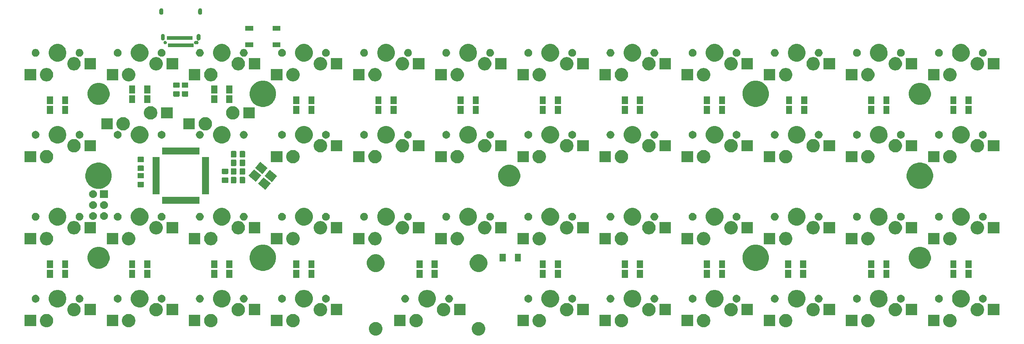
<source format=gbr>
G04 #@! TF.GenerationSoftware,KiCad,Pcbnew,(5.0.2)-1*
G04 #@! TF.CreationDate,2022-11-29T08:35:01-05:00*
G04 #@! TF.ProjectId,kurako_40,6b757261-6b6f-45f3-9430-2e6b69636164,rev?*
G04 #@! TF.SameCoordinates,Original*
G04 #@! TF.FileFunction,Soldermask,Bot*
G04 #@! TF.FilePolarity,Negative*
%FSLAX46Y46*%
G04 Gerber Fmt 4.6, Leading zero omitted, Abs format (unit mm)*
G04 Created by KiCad (PCBNEW (5.0.2)-1) date 11/29/2022 8:35:01 AM*
%MOMM*%
%LPD*%
G01*
G04 APERTURE LIST*
%ADD10C,0.100000*%
G04 APERTURE END LIST*
D10*
G36*
X147707267Y-132440263D02*
X147859411Y-132470526D01*
X147978137Y-132519704D01*
X148146041Y-132589252D01*
X148404007Y-132761619D01*
X148623381Y-132980993D01*
X148795748Y-133238959D01*
X148814710Y-133284738D01*
X148914474Y-133525589D01*
X148935441Y-133631000D01*
X148975000Y-133829875D01*
X148975000Y-134140125D01*
X148914474Y-134444410D01*
X148795748Y-134731041D01*
X148623381Y-134989007D01*
X148404007Y-135208381D01*
X148146041Y-135380748D01*
X147978137Y-135450296D01*
X147859411Y-135499474D01*
X147707267Y-135529737D01*
X147555125Y-135560000D01*
X147244875Y-135560000D01*
X147092733Y-135529737D01*
X146940589Y-135499474D01*
X146821863Y-135450296D01*
X146653959Y-135380748D01*
X146395993Y-135208381D01*
X146176619Y-134989007D01*
X146004252Y-134731041D01*
X145885526Y-134444410D01*
X145825000Y-134140125D01*
X145825000Y-133829875D01*
X145864559Y-133631000D01*
X145885526Y-133525589D01*
X145985290Y-133284738D01*
X146004252Y-133238959D01*
X146176619Y-132980993D01*
X146395993Y-132761619D01*
X146653959Y-132589252D01*
X146821863Y-132519704D01*
X146940589Y-132470526D01*
X147092733Y-132440263D01*
X147244875Y-132410000D01*
X147555125Y-132410000D01*
X147707267Y-132440263D01*
X147707267Y-132440263D01*
G37*
G36*
X123907267Y-132440263D02*
X124059411Y-132470526D01*
X124178137Y-132519704D01*
X124346041Y-132589252D01*
X124604007Y-132761619D01*
X124823381Y-132980993D01*
X124995748Y-133238959D01*
X125014710Y-133284738D01*
X125114474Y-133525589D01*
X125135441Y-133631000D01*
X125175000Y-133829875D01*
X125175000Y-134140125D01*
X125114474Y-134444410D01*
X124995748Y-134731041D01*
X124823381Y-134989007D01*
X124604007Y-135208381D01*
X124346041Y-135380748D01*
X124178137Y-135450296D01*
X124059411Y-135499474D01*
X123907267Y-135529737D01*
X123755125Y-135560000D01*
X123444875Y-135560000D01*
X123292733Y-135529737D01*
X123140589Y-135499474D01*
X123021863Y-135450296D01*
X122853959Y-135380748D01*
X122595993Y-135208381D01*
X122376619Y-134989007D01*
X122204252Y-134731041D01*
X122085526Y-134444410D01*
X122025000Y-134140125D01*
X122025000Y-133829875D01*
X122064559Y-133631000D01*
X122085526Y-133525589D01*
X122185290Y-133284738D01*
X122204252Y-133238959D01*
X122376619Y-132980993D01*
X122595993Y-132761619D01*
X122853959Y-132589252D01*
X123021863Y-132519704D01*
X123140589Y-132470526D01*
X123292733Y-132440263D01*
X123444875Y-132410000D01*
X123755125Y-132410000D01*
X123907267Y-132440263D01*
X123907267Y-132440263D01*
G37*
G36*
X199812527Y-130568736D02*
X199912410Y-130588604D01*
X200194674Y-130705521D01*
X200448705Y-130875259D01*
X200664741Y-131091295D01*
X200834479Y-131345326D01*
X200951396Y-131627590D01*
X201011000Y-131927240D01*
X201011000Y-132232760D01*
X200951396Y-132532410D01*
X200834479Y-132814674D01*
X200664741Y-133068705D01*
X200448705Y-133284741D01*
X200194674Y-133454479D01*
X199912410Y-133571396D01*
X199812527Y-133591264D01*
X199612762Y-133631000D01*
X199307238Y-133631000D01*
X199107473Y-133591264D01*
X199007590Y-133571396D01*
X198725326Y-133454479D01*
X198471295Y-133284741D01*
X198255259Y-133068705D01*
X198085521Y-132814674D01*
X197968604Y-132532410D01*
X197909000Y-132232760D01*
X197909000Y-131927240D01*
X197968604Y-131627590D01*
X198085521Y-131345326D01*
X198255259Y-131091295D01*
X198471295Y-130875259D01*
X198725326Y-130705521D01*
X199007590Y-130588604D01*
X199107473Y-130568736D01*
X199307238Y-130529000D01*
X199612762Y-130529000D01*
X199812527Y-130568736D01*
X199812527Y-130568736D01*
G37*
G36*
X218812527Y-130568736D02*
X218912410Y-130588604D01*
X219194674Y-130705521D01*
X219448705Y-130875259D01*
X219664741Y-131091295D01*
X219834479Y-131345326D01*
X219951396Y-131627590D01*
X220011000Y-131927240D01*
X220011000Y-132232760D01*
X219951396Y-132532410D01*
X219834479Y-132814674D01*
X219664741Y-133068705D01*
X219448705Y-133284741D01*
X219194674Y-133454479D01*
X218912410Y-133571396D01*
X218812527Y-133591264D01*
X218612762Y-133631000D01*
X218307238Y-133631000D01*
X218107473Y-133591264D01*
X218007590Y-133571396D01*
X217725326Y-133454479D01*
X217471295Y-133284741D01*
X217255259Y-133068705D01*
X217085521Y-132814674D01*
X216968604Y-132532410D01*
X216909000Y-132232760D01*
X216909000Y-131927240D01*
X216968604Y-131627590D01*
X217085521Y-131345326D01*
X217255259Y-131091295D01*
X217471295Y-130875259D01*
X217725326Y-130705521D01*
X218007590Y-130588604D01*
X218107473Y-130568736D01*
X218307238Y-130529000D01*
X218612762Y-130529000D01*
X218812527Y-130568736D01*
X218812527Y-130568736D01*
G37*
G36*
X237812527Y-130568736D02*
X237912410Y-130588604D01*
X238194674Y-130705521D01*
X238448705Y-130875259D01*
X238664741Y-131091295D01*
X238834479Y-131345326D01*
X238951396Y-131627590D01*
X239011000Y-131927240D01*
X239011000Y-132232760D01*
X238951396Y-132532410D01*
X238834479Y-132814674D01*
X238664741Y-133068705D01*
X238448705Y-133284741D01*
X238194674Y-133454479D01*
X237912410Y-133571396D01*
X237812527Y-133591264D01*
X237612762Y-133631000D01*
X237307238Y-133631000D01*
X237107473Y-133591264D01*
X237007590Y-133571396D01*
X236725326Y-133454479D01*
X236471295Y-133284741D01*
X236255259Y-133068705D01*
X236085521Y-132814674D01*
X235968604Y-132532410D01*
X235909000Y-132232760D01*
X235909000Y-131927240D01*
X235968604Y-131627590D01*
X236085521Y-131345326D01*
X236255259Y-131091295D01*
X236471295Y-130875259D01*
X236725326Y-130705521D01*
X237007590Y-130588604D01*
X237107473Y-130568736D01*
X237307238Y-130529000D01*
X237612762Y-130529000D01*
X237812527Y-130568736D01*
X237812527Y-130568736D01*
G37*
G36*
X256812527Y-130568736D02*
X256912410Y-130588604D01*
X257194674Y-130705521D01*
X257448705Y-130875259D01*
X257664741Y-131091295D01*
X257834479Y-131345326D01*
X257951396Y-131627590D01*
X258011000Y-131927240D01*
X258011000Y-132232760D01*
X257951396Y-132532410D01*
X257834479Y-132814674D01*
X257664741Y-133068705D01*
X257448705Y-133284741D01*
X257194674Y-133454479D01*
X256912410Y-133571396D01*
X256812527Y-133591264D01*
X256612762Y-133631000D01*
X256307238Y-133631000D01*
X256107473Y-133591264D01*
X256007590Y-133571396D01*
X255725326Y-133454479D01*
X255471295Y-133284741D01*
X255255259Y-133068705D01*
X255085521Y-132814674D01*
X254968604Y-132532410D01*
X254909000Y-132232760D01*
X254909000Y-131927240D01*
X254968604Y-131627590D01*
X255085521Y-131345326D01*
X255255259Y-131091295D01*
X255471295Y-130875259D01*
X255725326Y-130705521D01*
X256007590Y-130588604D01*
X256107473Y-130568736D01*
X256307238Y-130529000D01*
X256612762Y-130529000D01*
X256812527Y-130568736D01*
X256812527Y-130568736D01*
G37*
G36*
X85812527Y-130568736D02*
X85912410Y-130588604D01*
X86194674Y-130705521D01*
X86448705Y-130875259D01*
X86664741Y-131091295D01*
X86834479Y-131345326D01*
X86951396Y-131627590D01*
X87011000Y-131927240D01*
X87011000Y-132232760D01*
X86951396Y-132532410D01*
X86834479Y-132814674D01*
X86664741Y-133068705D01*
X86448705Y-133284741D01*
X86194674Y-133454479D01*
X85912410Y-133571396D01*
X85812527Y-133591264D01*
X85612762Y-133631000D01*
X85307238Y-133631000D01*
X85107473Y-133591264D01*
X85007590Y-133571396D01*
X84725326Y-133454479D01*
X84471295Y-133284741D01*
X84255259Y-133068705D01*
X84085521Y-132814674D01*
X83968604Y-132532410D01*
X83909000Y-132232760D01*
X83909000Y-131927240D01*
X83968604Y-131627590D01*
X84085521Y-131345326D01*
X84255259Y-131091295D01*
X84471295Y-130875259D01*
X84725326Y-130705521D01*
X85007590Y-130588604D01*
X85107473Y-130568736D01*
X85307238Y-130529000D01*
X85612762Y-130529000D01*
X85812527Y-130568736D01*
X85812527Y-130568736D01*
G37*
G36*
X66812527Y-130568736D02*
X66912410Y-130588604D01*
X67194674Y-130705521D01*
X67448705Y-130875259D01*
X67664741Y-131091295D01*
X67834479Y-131345326D01*
X67951396Y-131627590D01*
X68011000Y-131927240D01*
X68011000Y-132232760D01*
X67951396Y-132532410D01*
X67834479Y-132814674D01*
X67664741Y-133068705D01*
X67448705Y-133284741D01*
X67194674Y-133454479D01*
X66912410Y-133571396D01*
X66812527Y-133591264D01*
X66612762Y-133631000D01*
X66307238Y-133631000D01*
X66107473Y-133591264D01*
X66007590Y-133571396D01*
X65725326Y-133454479D01*
X65471295Y-133284741D01*
X65255259Y-133068705D01*
X65085521Y-132814674D01*
X64968604Y-132532410D01*
X64909000Y-132232760D01*
X64909000Y-131927240D01*
X64968604Y-131627590D01*
X65085521Y-131345326D01*
X65255259Y-131091295D01*
X65471295Y-130875259D01*
X65725326Y-130705521D01*
X66007590Y-130588604D01*
X66107473Y-130568736D01*
X66307238Y-130529000D01*
X66612762Y-130529000D01*
X66812527Y-130568736D01*
X66812527Y-130568736D01*
G37*
G36*
X47812527Y-130568736D02*
X47912410Y-130588604D01*
X48194674Y-130705521D01*
X48448705Y-130875259D01*
X48664741Y-131091295D01*
X48834479Y-131345326D01*
X48951396Y-131627590D01*
X49011000Y-131927240D01*
X49011000Y-132232760D01*
X48951396Y-132532410D01*
X48834479Y-132814674D01*
X48664741Y-133068705D01*
X48448705Y-133284741D01*
X48194674Y-133454479D01*
X47912410Y-133571396D01*
X47812527Y-133591264D01*
X47612762Y-133631000D01*
X47307238Y-133631000D01*
X47107473Y-133591264D01*
X47007590Y-133571396D01*
X46725326Y-133454479D01*
X46471295Y-133284741D01*
X46255259Y-133068705D01*
X46085521Y-132814674D01*
X45968604Y-132532410D01*
X45909000Y-132232760D01*
X45909000Y-131927240D01*
X45968604Y-131627590D01*
X46085521Y-131345326D01*
X46255259Y-131091295D01*
X46471295Y-130875259D01*
X46725326Y-130705521D01*
X47007590Y-130588604D01*
X47107473Y-130568736D01*
X47307238Y-130529000D01*
X47612762Y-130529000D01*
X47812527Y-130568736D01*
X47812527Y-130568736D01*
G37*
G36*
X104812527Y-130568736D02*
X104912410Y-130588604D01*
X105194674Y-130705521D01*
X105448705Y-130875259D01*
X105664741Y-131091295D01*
X105834479Y-131345326D01*
X105951396Y-131627590D01*
X106011000Y-131927240D01*
X106011000Y-132232760D01*
X105951396Y-132532410D01*
X105834479Y-132814674D01*
X105664741Y-133068705D01*
X105448705Y-133284741D01*
X105194674Y-133454479D01*
X104912410Y-133571396D01*
X104812527Y-133591264D01*
X104612762Y-133631000D01*
X104307238Y-133631000D01*
X104107473Y-133591264D01*
X104007590Y-133571396D01*
X103725326Y-133454479D01*
X103471295Y-133284741D01*
X103255259Y-133068705D01*
X103085521Y-132814674D01*
X102968604Y-132532410D01*
X102909000Y-132232760D01*
X102909000Y-131927240D01*
X102968604Y-131627590D01*
X103085521Y-131345326D01*
X103255259Y-131091295D01*
X103471295Y-130875259D01*
X103725326Y-130705521D01*
X104007590Y-130588604D01*
X104107473Y-130568736D01*
X104307238Y-130529000D01*
X104612762Y-130529000D01*
X104812527Y-130568736D01*
X104812527Y-130568736D01*
G37*
G36*
X133312527Y-130568736D02*
X133412410Y-130588604D01*
X133694674Y-130705521D01*
X133948705Y-130875259D01*
X134164741Y-131091295D01*
X134334479Y-131345326D01*
X134451396Y-131627590D01*
X134511000Y-131927240D01*
X134511000Y-132232760D01*
X134451396Y-132532410D01*
X134334479Y-132814674D01*
X134164741Y-133068705D01*
X133948705Y-133284741D01*
X133694674Y-133454479D01*
X133412410Y-133571396D01*
X133312527Y-133591264D01*
X133112762Y-133631000D01*
X132807238Y-133631000D01*
X132607473Y-133591264D01*
X132507590Y-133571396D01*
X132225326Y-133454479D01*
X131971295Y-133284741D01*
X131755259Y-133068705D01*
X131585521Y-132814674D01*
X131468604Y-132532410D01*
X131409000Y-132232760D01*
X131409000Y-131927240D01*
X131468604Y-131627590D01*
X131585521Y-131345326D01*
X131755259Y-131091295D01*
X131971295Y-130875259D01*
X132225326Y-130705521D01*
X132507590Y-130588604D01*
X132607473Y-130568736D01*
X132807238Y-130529000D01*
X133112762Y-130529000D01*
X133312527Y-130568736D01*
X133312527Y-130568736D01*
G37*
G36*
X180812527Y-130568736D02*
X180912410Y-130588604D01*
X181194674Y-130705521D01*
X181448705Y-130875259D01*
X181664741Y-131091295D01*
X181834479Y-131345326D01*
X181951396Y-131627590D01*
X182011000Y-131927240D01*
X182011000Y-132232760D01*
X181951396Y-132532410D01*
X181834479Y-132814674D01*
X181664741Y-133068705D01*
X181448705Y-133284741D01*
X181194674Y-133454479D01*
X180912410Y-133571396D01*
X180812527Y-133591264D01*
X180612762Y-133631000D01*
X180307238Y-133631000D01*
X180107473Y-133591264D01*
X180007590Y-133571396D01*
X179725326Y-133454479D01*
X179471295Y-133284741D01*
X179255259Y-133068705D01*
X179085521Y-132814674D01*
X178968604Y-132532410D01*
X178909000Y-132232760D01*
X178909000Y-131927240D01*
X178968604Y-131627590D01*
X179085521Y-131345326D01*
X179255259Y-131091295D01*
X179471295Y-130875259D01*
X179725326Y-130705521D01*
X180007590Y-130588604D01*
X180107473Y-130568736D01*
X180307238Y-130529000D01*
X180612762Y-130529000D01*
X180812527Y-130568736D01*
X180812527Y-130568736D01*
G37*
G36*
X161812527Y-130568736D02*
X161912410Y-130588604D01*
X162194674Y-130705521D01*
X162448705Y-130875259D01*
X162664741Y-131091295D01*
X162834479Y-131345326D01*
X162951396Y-131627590D01*
X163011000Y-131927240D01*
X163011000Y-132232760D01*
X162951396Y-132532410D01*
X162834479Y-132814674D01*
X162664741Y-133068705D01*
X162448705Y-133284741D01*
X162194674Y-133454479D01*
X161912410Y-133571396D01*
X161812527Y-133591264D01*
X161612762Y-133631000D01*
X161307238Y-133631000D01*
X161107473Y-133591264D01*
X161007590Y-133571396D01*
X160725326Y-133454479D01*
X160471295Y-133284741D01*
X160255259Y-133068705D01*
X160085521Y-132814674D01*
X159968604Y-132532410D01*
X159909000Y-132232760D01*
X159909000Y-131927240D01*
X159968604Y-131627590D01*
X160085521Y-131345326D01*
X160255259Y-131091295D01*
X160471295Y-130875259D01*
X160725326Y-130705521D01*
X161007590Y-130588604D01*
X161107473Y-130568736D01*
X161307238Y-130529000D01*
X161612762Y-130529000D01*
X161812527Y-130568736D01*
X161812527Y-130568736D01*
G37*
G36*
X102036000Y-133381000D02*
X99384000Y-133381000D01*
X99384000Y-130779000D01*
X102036000Y-130779000D01*
X102036000Y-133381000D01*
X102036000Y-133381000D01*
G37*
G36*
X178036000Y-133381000D02*
X175384000Y-133381000D01*
X175384000Y-130779000D01*
X178036000Y-130779000D01*
X178036000Y-133381000D01*
X178036000Y-133381000D01*
G37*
G36*
X130536000Y-133381000D02*
X127884000Y-133381000D01*
X127884000Y-130779000D01*
X130536000Y-130779000D01*
X130536000Y-133381000D01*
X130536000Y-133381000D01*
G37*
G36*
X45036000Y-133381000D02*
X42384000Y-133381000D01*
X42384000Y-130779000D01*
X45036000Y-130779000D01*
X45036000Y-133381000D01*
X45036000Y-133381000D01*
G37*
G36*
X64036000Y-133381000D02*
X61384000Y-133381000D01*
X61384000Y-130779000D01*
X64036000Y-130779000D01*
X64036000Y-133381000D01*
X64036000Y-133381000D01*
G37*
G36*
X254036000Y-133381000D02*
X251384000Y-133381000D01*
X251384000Y-130779000D01*
X254036000Y-130779000D01*
X254036000Y-133381000D01*
X254036000Y-133381000D01*
G37*
G36*
X235036000Y-133381000D02*
X232384000Y-133381000D01*
X232384000Y-130779000D01*
X235036000Y-130779000D01*
X235036000Y-133381000D01*
X235036000Y-133381000D01*
G37*
G36*
X197036000Y-133381000D02*
X194384000Y-133381000D01*
X194384000Y-130779000D01*
X197036000Y-130779000D01*
X197036000Y-133381000D01*
X197036000Y-133381000D01*
G37*
G36*
X216036000Y-133381000D02*
X213384000Y-133381000D01*
X213384000Y-130779000D01*
X216036000Y-130779000D01*
X216036000Y-133381000D01*
X216036000Y-133381000D01*
G37*
G36*
X159036000Y-133381000D02*
X156384000Y-133381000D01*
X156384000Y-130779000D01*
X159036000Y-130779000D01*
X159036000Y-133381000D01*
X159036000Y-133381000D01*
G37*
G36*
X83036000Y-133381000D02*
X80384000Y-133381000D01*
X80384000Y-130779000D01*
X83036000Y-130779000D01*
X83036000Y-133381000D01*
X83036000Y-133381000D01*
G37*
G36*
X168162527Y-128028736D02*
X168262410Y-128048604D01*
X168544674Y-128165521D01*
X168798705Y-128335259D01*
X169014741Y-128551295D01*
X169184479Y-128805326D01*
X169301396Y-129087590D01*
X169361000Y-129387240D01*
X169361000Y-129692760D01*
X169301396Y-129992410D01*
X169184479Y-130274674D01*
X169014741Y-130528705D01*
X168798705Y-130744741D01*
X168544674Y-130914479D01*
X168262410Y-131031396D01*
X168162527Y-131051264D01*
X167962762Y-131091000D01*
X167657238Y-131091000D01*
X167457473Y-131051264D01*
X167357590Y-131031396D01*
X167075326Y-130914479D01*
X166821295Y-130744741D01*
X166605259Y-130528705D01*
X166435521Y-130274674D01*
X166318604Y-129992410D01*
X166259000Y-129692760D01*
X166259000Y-129387240D01*
X166318604Y-129087590D01*
X166435521Y-128805326D01*
X166605259Y-128551295D01*
X166821295Y-128335259D01*
X167075326Y-128165521D01*
X167357590Y-128048604D01*
X167457473Y-128028736D01*
X167657238Y-127989000D01*
X167962762Y-127989000D01*
X168162527Y-128028736D01*
X168162527Y-128028736D01*
G37*
G36*
X244162527Y-128028736D02*
X244262410Y-128048604D01*
X244544674Y-128165521D01*
X244798705Y-128335259D01*
X245014741Y-128551295D01*
X245184479Y-128805326D01*
X245301396Y-129087590D01*
X245361000Y-129387240D01*
X245361000Y-129692760D01*
X245301396Y-129992410D01*
X245184479Y-130274674D01*
X245014741Y-130528705D01*
X244798705Y-130744741D01*
X244544674Y-130914479D01*
X244262410Y-131031396D01*
X244162527Y-131051264D01*
X243962762Y-131091000D01*
X243657238Y-131091000D01*
X243457473Y-131051264D01*
X243357590Y-131031396D01*
X243075326Y-130914479D01*
X242821295Y-130744741D01*
X242605259Y-130528705D01*
X242435521Y-130274674D01*
X242318604Y-129992410D01*
X242259000Y-129692760D01*
X242259000Y-129387240D01*
X242318604Y-129087590D01*
X242435521Y-128805326D01*
X242605259Y-128551295D01*
X242821295Y-128335259D01*
X243075326Y-128165521D01*
X243357590Y-128048604D01*
X243457473Y-128028736D01*
X243657238Y-127989000D01*
X243962762Y-127989000D01*
X244162527Y-128028736D01*
X244162527Y-128028736D01*
G37*
G36*
X111162527Y-128028736D02*
X111262410Y-128048604D01*
X111544674Y-128165521D01*
X111798705Y-128335259D01*
X112014741Y-128551295D01*
X112184479Y-128805326D01*
X112301396Y-129087590D01*
X112361000Y-129387240D01*
X112361000Y-129692760D01*
X112301396Y-129992410D01*
X112184479Y-130274674D01*
X112014741Y-130528705D01*
X111798705Y-130744741D01*
X111544674Y-130914479D01*
X111262410Y-131031396D01*
X111162527Y-131051264D01*
X110962762Y-131091000D01*
X110657238Y-131091000D01*
X110457473Y-131051264D01*
X110357590Y-131031396D01*
X110075326Y-130914479D01*
X109821295Y-130744741D01*
X109605259Y-130528705D01*
X109435521Y-130274674D01*
X109318604Y-129992410D01*
X109259000Y-129692760D01*
X109259000Y-129387240D01*
X109318604Y-129087590D01*
X109435521Y-128805326D01*
X109605259Y-128551295D01*
X109821295Y-128335259D01*
X110075326Y-128165521D01*
X110357590Y-128048604D01*
X110457473Y-128028736D01*
X110657238Y-127989000D01*
X110962762Y-127989000D01*
X111162527Y-128028736D01*
X111162527Y-128028736D01*
G37*
G36*
X139662527Y-128028736D02*
X139762410Y-128048604D01*
X140044674Y-128165521D01*
X140298705Y-128335259D01*
X140514741Y-128551295D01*
X140684479Y-128805326D01*
X140801396Y-129087590D01*
X140861000Y-129387240D01*
X140861000Y-129692760D01*
X140801396Y-129992410D01*
X140684479Y-130274674D01*
X140514741Y-130528705D01*
X140298705Y-130744741D01*
X140044674Y-130914479D01*
X139762410Y-131031396D01*
X139662527Y-131051264D01*
X139462762Y-131091000D01*
X139157238Y-131091000D01*
X138957473Y-131051264D01*
X138857590Y-131031396D01*
X138575326Y-130914479D01*
X138321295Y-130744741D01*
X138105259Y-130528705D01*
X137935521Y-130274674D01*
X137818604Y-129992410D01*
X137759000Y-129692760D01*
X137759000Y-129387240D01*
X137818604Y-129087590D01*
X137935521Y-128805326D01*
X138105259Y-128551295D01*
X138321295Y-128335259D01*
X138575326Y-128165521D01*
X138857590Y-128048604D01*
X138957473Y-128028736D01*
X139157238Y-127989000D01*
X139462762Y-127989000D01*
X139662527Y-128028736D01*
X139662527Y-128028736D01*
G37*
G36*
X73162527Y-128028736D02*
X73262410Y-128048604D01*
X73544674Y-128165521D01*
X73798705Y-128335259D01*
X74014741Y-128551295D01*
X74184479Y-128805326D01*
X74301396Y-129087590D01*
X74361000Y-129387240D01*
X74361000Y-129692760D01*
X74301396Y-129992410D01*
X74184479Y-130274674D01*
X74014741Y-130528705D01*
X73798705Y-130744741D01*
X73544674Y-130914479D01*
X73262410Y-131031396D01*
X73162527Y-131051264D01*
X72962762Y-131091000D01*
X72657238Y-131091000D01*
X72457473Y-131051264D01*
X72357590Y-131031396D01*
X72075326Y-130914479D01*
X71821295Y-130744741D01*
X71605259Y-130528705D01*
X71435521Y-130274674D01*
X71318604Y-129992410D01*
X71259000Y-129692760D01*
X71259000Y-129387240D01*
X71318604Y-129087590D01*
X71435521Y-128805326D01*
X71605259Y-128551295D01*
X71821295Y-128335259D01*
X72075326Y-128165521D01*
X72357590Y-128048604D01*
X72457473Y-128028736D01*
X72657238Y-127989000D01*
X72962762Y-127989000D01*
X73162527Y-128028736D01*
X73162527Y-128028736D01*
G37*
G36*
X263162527Y-128028736D02*
X263262410Y-128048604D01*
X263544674Y-128165521D01*
X263798705Y-128335259D01*
X264014741Y-128551295D01*
X264184479Y-128805326D01*
X264301396Y-129087590D01*
X264361000Y-129387240D01*
X264361000Y-129692760D01*
X264301396Y-129992410D01*
X264184479Y-130274674D01*
X264014741Y-130528705D01*
X263798705Y-130744741D01*
X263544674Y-130914479D01*
X263262410Y-131031396D01*
X263162527Y-131051264D01*
X262962762Y-131091000D01*
X262657238Y-131091000D01*
X262457473Y-131051264D01*
X262357590Y-131031396D01*
X262075326Y-130914479D01*
X261821295Y-130744741D01*
X261605259Y-130528705D01*
X261435521Y-130274674D01*
X261318604Y-129992410D01*
X261259000Y-129692760D01*
X261259000Y-129387240D01*
X261318604Y-129087590D01*
X261435521Y-128805326D01*
X261605259Y-128551295D01*
X261821295Y-128335259D01*
X262075326Y-128165521D01*
X262357590Y-128048604D01*
X262457473Y-128028736D01*
X262657238Y-127989000D01*
X262962762Y-127989000D01*
X263162527Y-128028736D01*
X263162527Y-128028736D01*
G37*
G36*
X187162527Y-128028736D02*
X187262410Y-128048604D01*
X187544674Y-128165521D01*
X187798705Y-128335259D01*
X188014741Y-128551295D01*
X188184479Y-128805326D01*
X188301396Y-129087590D01*
X188361000Y-129387240D01*
X188361000Y-129692760D01*
X188301396Y-129992410D01*
X188184479Y-130274674D01*
X188014741Y-130528705D01*
X187798705Y-130744741D01*
X187544674Y-130914479D01*
X187262410Y-131031396D01*
X187162527Y-131051264D01*
X186962762Y-131091000D01*
X186657238Y-131091000D01*
X186457473Y-131051264D01*
X186357590Y-131031396D01*
X186075326Y-130914479D01*
X185821295Y-130744741D01*
X185605259Y-130528705D01*
X185435521Y-130274674D01*
X185318604Y-129992410D01*
X185259000Y-129692760D01*
X185259000Y-129387240D01*
X185318604Y-129087590D01*
X185435521Y-128805326D01*
X185605259Y-128551295D01*
X185821295Y-128335259D01*
X186075326Y-128165521D01*
X186357590Y-128048604D01*
X186457473Y-128028736D01*
X186657238Y-127989000D01*
X186962762Y-127989000D01*
X187162527Y-128028736D01*
X187162527Y-128028736D01*
G37*
G36*
X92162527Y-128028736D02*
X92262410Y-128048604D01*
X92544674Y-128165521D01*
X92798705Y-128335259D01*
X93014741Y-128551295D01*
X93184479Y-128805326D01*
X93301396Y-129087590D01*
X93361000Y-129387240D01*
X93361000Y-129692760D01*
X93301396Y-129992410D01*
X93184479Y-130274674D01*
X93014741Y-130528705D01*
X92798705Y-130744741D01*
X92544674Y-130914479D01*
X92262410Y-131031396D01*
X92162527Y-131051264D01*
X91962762Y-131091000D01*
X91657238Y-131091000D01*
X91457473Y-131051264D01*
X91357590Y-131031396D01*
X91075326Y-130914479D01*
X90821295Y-130744741D01*
X90605259Y-130528705D01*
X90435521Y-130274674D01*
X90318604Y-129992410D01*
X90259000Y-129692760D01*
X90259000Y-129387240D01*
X90318604Y-129087590D01*
X90435521Y-128805326D01*
X90605259Y-128551295D01*
X90821295Y-128335259D01*
X91075326Y-128165521D01*
X91357590Y-128048604D01*
X91457473Y-128028736D01*
X91657238Y-127989000D01*
X91962762Y-127989000D01*
X92162527Y-128028736D01*
X92162527Y-128028736D01*
G37*
G36*
X54162527Y-128028736D02*
X54262410Y-128048604D01*
X54544674Y-128165521D01*
X54798705Y-128335259D01*
X55014741Y-128551295D01*
X55184479Y-128805326D01*
X55301396Y-129087590D01*
X55361000Y-129387240D01*
X55361000Y-129692760D01*
X55301396Y-129992410D01*
X55184479Y-130274674D01*
X55014741Y-130528705D01*
X54798705Y-130744741D01*
X54544674Y-130914479D01*
X54262410Y-131031396D01*
X54162527Y-131051264D01*
X53962762Y-131091000D01*
X53657238Y-131091000D01*
X53457473Y-131051264D01*
X53357590Y-131031396D01*
X53075326Y-130914479D01*
X52821295Y-130744741D01*
X52605259Y-130528705D01*
X52435521Y-130274674D01*
X52318604Y-129992410D01*
X52259000Y-129692760D01*
X52259000Y-129387240D01*
X52318604Y-129087590D01*
X52435521Y-128805326D01*
X52605259Y-128551295D01*
X52821295Y-128335259D01*
X53075326Y-128165521D01*
X53357590Y-128048604D01*
X53457473Y-128028736D01*
X53657238Y-127989000D01*
X53962762Y-127989000D01*
X54162527Y-128028736D01*
X54162527Y-128028736D01*
G37*
G36*
X225162527Y-128028736D02*
X225262410Y-128048604D01*
X225544674Y-128165521D01*
X225798705Y-128335259D01*
X226014741Y-128551295D01*
X226184479Y-128805326D01*
X226301396Y-129087590D01*
X226361000Y-129387240D01*
X226361000Y-129692760D01*
X226301396Y-129992410D01*
X226184479Y-130274674D01*
X226014741Y-130528705D01*
X225798705Y-130744741D01*
X225544674Y-130914479D01*
X225262410Y-131031396D01*
X225162527Y-131051264D01*
X224962762Y-131091000D01*
X224657238Y-131091000D01*
X224457473Y-131051264D01*
X224357590Y-131031396D01*
X224075326Y-130914479D01*
X223821295Y-130744741D01*
X223605259Y-130528705D01*
X223435521Y-130274674D01*
X223318604Y-129992410D01*
X223259000Y-129692760D01*
X223259000Y-129387240D01*
X223318604Y-129087590D01*
X223435521Y-128805326D01*
X223605259Y-128551295D01*
X223821295Y-128335259D01*
X224075326Y-128165521D01*
X224357590Y-128048604D01*
X224457473Y-128028736D01*
X224657238Y-127989000D01*
X224962762Y-127989000D01*
X225162527Y-128028736D01*
X225162527Y-128028736D01*
G37*
G36*
X206162527Y-128028736D02*
X206262410Y-128048604D01*
X206544674Y-128165521D01*
X206798705Y-128335259D01*
X207014741Y-128551295D01*
X207184479Y-128805326D01*
X207301396Y-129087590D01*
X207361000Y-129387240D01*
X207361000Y-129692760D01*
X207301396Y-129992410D01*
X207184479Y-130274674D01*
X207014741Y-130528705D01*
X206798705Y-130744741D01*
X206544674Y-130914479D01*
X206262410Y-131031396D01*
X206162527Y-131051264D01*
X205962762Y-131091000D01*
X205657238Y-131091000D01*
X205457473Y-131051264D01*
X205357590Y-131031396D01*
X205075326Y-130914479D01*
X204821295Y-130744741D01*
X204605259Y-130528705D01*
X204435521Y-130274674D01*
X204318604Y-129992410D01*
X204259000Y-129692760D01*
X204259000Y-129387240D01*
X204318604Y-129087590D01*
X204435521Y-128805326D01*
X204605259Y-128551295D01*
X204821295Y-128335259D01*
X205075326Y-128165521D01*
X205357590Y-128048604D01*
X205457473Y-128028736D01*
X205657238Y-127989000D01*
X205962762Y-127989000D01*
X206162527Y-128028736D01*
X206162527Y-128028736D01*
G37*
G36*
X77886000Y-130841000D02*
X75234000Y-130841000D01*
X75234000Y-128239000D01*
X77886000Y-128239000D01*
X77886000Y-130841000D01*
X77886000Y-130841000D01*
G37*
G36*
X248886000Y-130841000D02*
X246234000Y-130841000D01*
X246234000Y-128239000D01*
X248886000Y-128239000D01*
X248886000Y-130841000D01*
X248886000Y-130841000D01*
G37*
G36*
X229886000Y-130841000D02*
X227234000Y-130841000D01*
X227234000Y-128239000D01*
X229886000Y-128239000D01*
X229886000Y-130841000D01*
X229886000Y-130841000D01*
G37*
G36*
X172886000Y-130841000D02*
X170234000Y-130841000D01*
X170234000Y-128239000D01*
X172886000Y-128239000D01*
X172886000Y-130841000D01*
X172886000Y-130841000D01*
G37*
G36*
X191886000Y-130841000D02*
X189234000Y-130841000D01*
X189234000Y-128239000D01*
X191886000Y-128239000D01*
X191886000Y-130841000D01*
X191886000Y-130841000D01*
G37*
G36*
X267886000Y-130841000D02*
X265234000Y-130841000D01*
X265234000Y-128239000D01*
X267886000Y-128239000D01*
X267886000Y-130841000D01*
X267886000Y-130841000D01*
G37*
G36*
X115886000Y-130841000D02*
X113234000Y-130841000D01*
X113234000Y-128239000D01*
X115886000Y-128239000D01*
X115886000Y-130841000D01*
X115886000Y-130841000D01*
G37*
G36*
X58886000Y-130841000D02*
X56234000Y-130841000D01*
X56234000Y-128239000D01*
X58886000Y-128239000D01*
X58886000Y-130841000D01*
X58886000Y-130841000D01*
G37*
G36*
X96886000Y-130841000D02*
X94234000Y-130841000D01*
X94234000Y-128239000D01*
X96886000Y-128239000D01*
X96886000Y-130841000D01*
X96886000Y-130841000D01*
G37*
G36*
X210886000Y-130841000D02*
X208234000Y-130841000D01*
X208234000Y-128239000D01*
X210886000Y-128239000D01*
X210886000Y-130841000D01*
X210886000Y-130841000D01*
G37*
G36*
X144386000Y-130841000D02*
X141734000Y-130841000D01*
X141734000Y-128239000D01*
X144386000Y-128239000D01*
X144386000Y-130841000D01*
X144386000Y-130841000D01*
G37*
G36*
X221596472Y-125033684D02*
X221596474Y-125033685D01*
X221596475Y-125033685D01*
X221968623Y-125187833D01*
X222303548Y-125411623D01*
X222588377Y-125696452D01*
X222812167Y-126031377D01*
X222882322Y-126200747D01*
X222966316Y-126403528D01*
X223044900Y-126798594D01*
X223044900Y-127201406D01*
X222970601Y-127574931D01*
X222966315Y-127596475D01*
X222812167Y-127968623D01*
X222588377Y-128303548D01*
X222303548Y-128588377D01*
X221968623Y-128812167D01*
X221596475Y-128966315D01*
X221596474Y-128966315D01*
X221596472Y-128966316D01*
X221201406Y-129044900D01*
X220798594Y-129044900D01*
X220403528Y-128966316D01*
X220403526Y-128966315D01*
X220403525Y-128966315D01*
X220031377Y-128812167D01*
X219696452Y-128588377D01*
X219411623Y-128303548D01*
X219187833Y-127968623D01*
X219033685Y-127596475D01*
X219029400Y-127574931D01*
X218955100Y-127201406D01*
X218955100Y-126798594D01*
X219033684Y-126403528D01*
X219117678Y-126200747D01*
X219187833Y-126031377D01*
X219411623Y-125696452D01*
X219696452Y-125411623D01*
X220031377Y-125187833D01*
X220403525Y-125033685D01*
X220403526Y-125033685D01*
X220403528Y-125033684D01*
X220798594Y-124955100D01*
X221201406Y-124955100D01*
X221596472Y-125033684D01*
X221596472Y-125033684D01*
G37*
G36*
X259596472Y-125033684D02*
X259596474Y-125033685D01*
X259596475Y-125033685D01*
X259968623Y-125187833D01*
X260303548Y-125411623D01*
X260588377Y-125696452D01*
X260812167Y-126031377D01*
X260882322Y-126200747D01*
X260966316Y-126403528D01*
X261044900Y-126798594D01*
X261044900Y-127201406D01*
X260970601Y-127574931D01*
X260966315Y-127596475D01*
X260812167Y-127968623D01*
X260588377Y-128303548D01*
X260303548Y-128588377D01*
X259968623Y-128812167D01*
X259596475Y-128966315D01*
X259596474Y-128966315D01*
X259596472Y-128966316D01*
X259201406Y-129044900D01*
X258798594Y-129044900D01*
X258403528Y-128966316D01*
X258403526Y-128966315D01*
X258403525Y-128966315D01*
X258031377Y-128812167D01*
X257696452Y-128588377D01*
X257411623Y-128303548D01*
X257187833Y-127968623D01*
X257033685Y-127596475D01*
X257029400Y-127574931D01*
X256955100Y-127201406D01*
X256955100Y-126798594D01*
X257033684Y-126403528D01*
X257117678Y-126200747D01*
X257187833Y-126031377D01*
X257411623Y-125696452D01*
X257696452Y-125411623D01*
X258031377Y-125187833D01*
X258403525Y-125033685D01*
X258403526Y-125033685D01*
X258403528Y-125033684D01*
X258798594Y-124955100D01*
X259201406Y-124955100D01*
X259596472Y-125033684D01*
X259596472Y-125033684D01*
G37*
G36*
X240596472Y-125033684D02*
X240596474Y-125033685D01*
X240596475Y-125033685D01*
X240968623Y-125187833D01*
X241303548Y-125411623D01*
X241588377Y-125696452D01*
X241812167Y-126031377D01*
X241882322Y-126200747D01*
X241966316Y-126403528D01*
X242044900Y-126798594D01*
X242044900Y-127201406D01*
X241970601Y-127574931D01*
X241966315Y-127596475D01*
X241812167Y-127968623D01*
X241588377Y-128303548D01*
X241303548Y-128588377D01*
X240968623Y-128812167D01*
X240596475Y-128966315D01*
X240596474Y-128966315D01*
X240596472Y-128966316D01*
X240201406Y-129044900D01*
X239798594Y-129044900D01*
X239403528Y-128966316D01*
X239403526Y-128966315D01*
X239403525Y-128966315D01*
X239031377Y-128812167D01*
X238696452Y-128588377D01*
X238411623Y-128303548D01*
X238187833Y-127968623D01*
X238033685Y-127596475D01*
X238029400Y-127574931D01*
X237955100Y-127201406D01*
X237955100Y-126798594D01*
X238033684Y-126403528D01*
X238117678Y-126200747D01*
X238187833Y-126031377D01*
X238411623Y-125696452D01*
X238696452Y-125411623D01*
X239031377Y-125187833D01*
X239403525Y-125033685D01*
X239403526Y-125033685D01*
X239403528Y-125033684D01*
X239798594Y-124955100D01*
X240201406Y-124955100D01*
X240596472Y-125033684D01*
X240596472Y-125033684D01*
G37*
G36*
X202596472Y-125033684D02*
X202596474Y-125033685D01*
X202596475Y-125033685D01*
X202968623Y-125187833D01*
X203303548Y-125411623D01*
X203588377Y-125696452D01*
X203812167Y-126031377D01*
X203882322Y-126200747D01*
X203966316Y-126403528D01*
X204044900Y-126798594D01*
X204044900Y-127201406D01*
X203970601Y-127574931D01*
X203966315Y-127596475D01*
X203812167Y-127968623D01*
X203588377Y-128303548D01*
X203303548Y-128588377D01*
X202968623Y-128812167D01*
X202596475Y-128966315D01*
X202596474Y-128966315D01*
X202596472Y-128966316D01*
X202201406Y-129044900D01*
X201798594Y-129044900D01*
X201403528Y-128966316D01*
X201403526Y-128966315D01*
X201403525Y-128966315D01*
X201031377Y-128812167D01*
X200696452Y-128588377D01*
X200411623Y-128303548D01*
X200187833Y-127968623D01*
X200033685Y-127596475D01*
X200029400Y-127574931D01*
X199955100Y-127201406D01*
X199955100Y-126798594D01*
X200033684Y-126403528D01*
X200117678Y-126200747D01*
X200187833Y-126031377D01*
X200411623Y-125696452D01*
X200696452Y-125411623D01*
X201031377Y-125187833D01*
X201403525Y-125033685D01*
X201403526Y-125033685D01*
X201403528Y-125033684D01*
X201798594Y-124955100D01*
X202201406Y-124955100D01*
X202596472Y-125033684D01*
X202596472Y-125033684D01*
G37*
G36*
X183596472Y-125033684D02*
X183596474Y-125033685D01*
X183596475Y-125033685D01*
X183968623Y-125187833D01*
X184303548Y-125411623D01*
X184588377Y-125696452D01*
X184812167Y-126031377D01*
X184882322Y-126200747D01*
X184966316Y-126403528D01*
X185044900Y-126798594D01*
X185044900Y-127201406D01*
X184970601Y-127574931D01*
X184966315Y-127596475D01*
X184812167Y-127968623D01*
X184588377Y-128303548D01*
X184303548Y-128588377D01*
X183968623Y-128812167D01*
X183596475Y-128966315D01*
X183596474Y-128966315D01*
X183596472Y-128966316D01*
X183201406Y-129044900D01*
X182798594Y-129044900D01*
X182403528Y-128966316D01*
X182403526Y-128966315D01*
X182403525Y-128966315D01*
X182031377Y-128812167D01*
X181696452Y-128588377D01*
X181411623Y-128303548D01*
X181187833Y-127968623D01*
X181033685Y-127596475D01*
X181029400Y-127574931D01*
X180955100Y-127201406D01*
X180955100Y-126798594D01*
X181033684Y-126403528D01*
X181117678Y-126200747D01*
X181187833Y-126031377D01*
X181411623Y-125696452D01*
X181696452Y-125411623D01*
X182031377Y-125187833D01*
X182403525Y-125033685D01*
X182403526Y-125033685D01*
X182403528Y-125033684D01*
X182798594Y-124955100D01*
X183201406Y-124955100D01*
X183596472Y-125033684D01*
X183596472Y-125033684D01*
G37*
G36*
X136096472Y-125033684D02*
X136096474Y-125033685D01*
X136096475Y-125033685D01*
X136468623Y-125187833D01*
X136803548Y-125411623D01*
X137088377Y-125696452D01*
X137312167Y-126031377D01*
X137382322Y-126200747D01*
X137466316Y-126403528D01*
X137544900Y-126798594D01*
X137544900Y-127201406D01*
X137470601Y-127574931D01*
X137466315Y-127596475D01*
X137312167Y-127968623D01*
X137088377Y-128303548D01*
X136803548Y-128588377D01*
X136468623Y-128812167D01*
X136096475Y-128966315D01*
X136096474Y-128966315D01*
X136096472Y-128966316D01*
X135701406Y-129044900D01*
X135298594Y-129044900D01*
X134903528Y-128966316D01*
X134903526Y-128966315D01*
X134903525Y-128966315D01*
X134531377Y-128812167D01*
X134196452Y-128588377D01*
X133911623Y-128303548D01*
X133687833Y-127968623D01*
X133533685Y-127596475D01*
X133529400Y-127574931D01*
X133455100Y-127201406D01*
X133455100Y-126798594D01*
X133533684Y-126403528D01*
X133617678Y-126200747D01*
X133687833Y-126031377D01*
X133911623Y-125696452D01*
X134196452Y-125411623D01*
X134531377Y-125187833D01*
X134903525Y-125033685D01*
X134903526Y-125033685D01*
X134903528Y-125033684D01*
X135298594Y-124955100D01*
X135701406Y-124955100D01*
X136096472Y-125033684D01*
X136096472Y-125033684D01*
G37*
G36*
X107596472Y-125033684D02*
X107596474Y-125033685D01*
X107596475Y-125033685D01*
X107968623Y-125187833D01*
X108303548Y-125411623D01*
X108588377Y-125696452D01*
X108812167Y-126031377D01*
X108882322Y-126200747D01*
X108966316Y-126403528D01*
X109044900Y-126798594D01*
X109044900Y-127201406D01*
X108970601Y-127574931D01*
X108966315Y-127596475D01*
X108812167Y-127968623D01*
X108588377Y-128303548D01*
X108303548Y-128588377D01*
X107968623Y-128812167D01*
X107596475Y-128966315D01*
X107596474Y-128966315D01*
X107596472Y-128966316D01*
X107201406Y-129044900D01*
X106798594Y-129044900D01*
X106403528Y-128966316D01*
X106403526Y-128966315D01*
X106403525Y-128966315D01*
X106031377Y-128812167D01*
X105696452Y-128588377D01*
X105411623Y-128303548D01*
X105187833Y-127968623D01*
X105033685Y-127596475D01*
X105029400Y-127574931D01*
X104955100Y-127201406D01*
X104955100Y-126798594D01*
X105033684Y-126403528D01*
X105117678Y-126200747D01*
X105187833Y-126031377D01*
X105411623Y-125696452D01*
X105696452Y-125411623D01*
X106031377Y-125187833D01*
X106403525Y-125033685D01*
X106403526Y-125033685D01*
X106403528Y-125033684D01*
X106798594Y-124955100D01*
X107201406Y-124955100D01*
X107596472Y-125033684D01*
X107596472Y-125033684D01*
G37*
G36*
X88596472Y-125033684D02*
X88596474Y-125033685D01*
X88596475Y-125033685D01*
X88968623Y-125187833D01*
X89303548Y-125411623D01*
X89588377Y-125696452D01*
X89812167Y-126031377D01*
X89882322Y-126200747D01*
X89966316Y-126403528D01*
X90044900Y-126798594D01*
X90044900Y-127201406D01*
X89970601Y-127574931D01*
X89966315Y-127596475D01*
X89812167Y-127968623D01*
X89588377Y-128303548D01*
X89303548Y-128588377D01*
X88968623Y-128812167D01*
X88596475Y-128966315D01*
X88596474Y-128966315D01*
X88596472Y-128966316D01*
X88201406Y-129044900D01*
X87798594Y-129044900D01*
X87403528Y-128966316D01*
X87403526Y-128966315D01*
X87403525Y-128966315D01*
X87031377Y-128812167D01*
X86696452Y-128588377D01*
X86411623Y-128303548D01*
X86187833Y-127968623D01*
X86033685Y-127596475D01*
X86029400Y-127574931D01*
X85955100Y-127201406D01*
X85955100Y-126798594D01*
X86033684Y-126403528D01*
X86117678Y-126200747D01*
X86187833Y-126031377D01*
X86411623Y-125696452D01*
X86696452Y-125411623D01*
X87031377Y-125187833D01*
X87403525Y-125033685D01*
X87403526Y-125033685D01*
X87403528Y-125033684D01*
X87798594Y-124955100D01*
X88201406Y-124955100D01*
X88596472Y-125033684D01*
X88596472Y-125033684D01*
G37*
G36*
X69596472Y-125033684D02*
X69596474Y-125033685D01*
X69596475Y-125033685D01*
X69968623Y-125187833D01*
X70303548Y-125411623D01*
X70588377Y-125696452D01*
X70812167Y-126031377D01*
X70882322Y-126200747D01*
X70966316Y-126403528D01*
X71044900Y-126798594D01*
X71044900Y-127201406D01*
X70970601Y-127574931D01*
X70966315Y-127596475D01*
X70812167Y-127968623D01*
X70588377Y-128303548D01*
X70303548Y-128588377D01*
X69968623Y-128812167D01*
X69596475Y-128966315D01*
X69596474Y-128966315D01*
X69596472Y-128966316D01*
X69201406Y-129044900D01*
X68798594Y-129044900D01*
X68403528Y-128966316D01*
X68403526Y-128966315D01*
X68403525Y-128966315D01*
X68031377Y-128812167D01*
X67696452Y-128588377D01*
X67411623Y-128303548D01*
X67187833Y-127968623D01*
X67033685Y-127596475D01*
X67029400Y-127574931D01*
X66955100Y-127201406D01*
X66955100Y-126798594D01*
X67033684Y-126403528D01*
X67117678Y-126200747D01*
X67187833Y-126031377D01*
X67411623Y-125696452D01*
X67696452Y-125411623D01*
X68031377Y-125187833D01*
X68403525Y-125033685D01*
X68403526Y-125033685D01*
X68403528Y-125033684D01*
X68798594Y-124955100D01*
X69201406Y-124955100D01*
X69596472Y-125033684D01*
X69596472Y-125033684D01*
G37*
G36*
X50596472Y-125033684D02*
X50596474Y-125033685D01*
X50596475Y-125033685D01*
X50968623Y-125187833D01*
X51303548Y-125411623D01*
X51588377Y-125696452D01*
X51812167Y-126031377D01*
X51882322Y-126200747D01*
X51966316Y-126403528D01*
X52044900Y-126798594D01*
X52044900Y-127201406D01*
X51970601Y-127574931D01*
X51966315Y-127596475D01*
X51812167Y-127968623D01*
X51588377Y-128303548D01*
X51303548Y-128588377D01*
X50968623Y-128812167D01*
X50596475Y-128966315D01*
X50596474Y-128966315D01*
X50596472Y-128966316D01*
X50201406Y-129044900D01*
X49798594Y-129044900D01*
X49403528Y-128966316D01*
X49403526Y-128966315D01*
X49403525Y-128966315D01*
X49031377Y-128812167D01*
X48696452Y-128588377D01*
X48411623Y-128303548D01*
X48187833Y-127968623D01*
X48033685Y-127596475D01*
X48029400Y-127574931D01*
X47955100Y-127201406D01*
X47955100Y-126798594D01*
X48033684Y-126403528D01*
X48117678Y-126200747D01*
X48187833Y-126031377D01*
X48411623Y-125696452D01*
X48696452Y-125411623D01*
X49031377Y-125187833D01*
X49403525Y-125033685D01*
X49403526Y-125033685D01*
X49403528Y-125033684D01*
X49798594Y-124955100D01*
X50201406Y-124955100D01*
X50596472Y-125033684D01*
X50596472Y-125033684D01*
G37*
G36*
X164596472Y-125033684D02*
X164596474Y-125033685D01*
X164596475Y-125033685D01*
X164968623Y-125187833D01*
X165303548Y-125411623D01*
X165588377Y-125696452D01*
X165812167Y-126031377D01*
X165882322Y-126200747D01*
X165966316Y-126403528D01*
X166044900Y-126798594D01*
X166044900Y-127201406D01*
X165970601Y-127574931D01*
X165966315Y-127596475D01*
X165812167Y-127968623D01*
X165588377Y-128303548D01*
X165303548Y-128588377D01*
X164968623Y-128812167D01*
X164596475Y-128966315D01*
X164596474Y-128966315D01*
X164596472Y-128966316D01*
X164201406Y-129044900D01*
X163798594Y-129044900D01*
X163403528Y-128966316D01*
X163403526Y-128966315D01*
X163403525Y-128966315D01*
X163031377Y-128812167D01*
X162696452Y-128588377D01*
X162411623Y-128303548D01*
X162187833Y-127968623D01*
X162033685Y-127596475D01*
X162029400Y-127574931D01*
X161955100Y-127201406D01*
X161955100Y-126798594D01*
X162033684Y-126403528D01*
X162117678Y-126200747D01*
X162187833Y-126031377D01*
X162411623Y-125696452D01*
X162696452Y-125411623D01*
X163031377Y-125187833D01*
X163403525Y-125033685D01*
X163403526Y-125033685D01*
X163403528Y-125033684D01*
X163798594Y-124955100D01*
X164201406Y-124955100D01*
X164596472Y-125033684D01*
X164596472Y-125033684D01*
G37*
G36*
X197124993Y-126121206D02*
X197183075Y-126132759D01*
X197231149Y-126152672D01*
X197347210Y-126200746D01*
X197494931Y-126299450D01*
X197620550Y-126425069D01*
X197719254Y-126572790D01*
X197787241Y-126736926D01*
X197821900Y-126911169D01*
X197821900Y-127088831D01*
X197787241Y-127263074D01*
X197719254Y-127427210D01*
X197620550Y-127574931D01*
X197494931Y-127700550D01*
X197347210Y-127799254D01*
X197231149Y-127847328D01*
X197183075Y-127867241D01*
X197124993Y-127878794D01*
X197008831Y-127901900D01*
X196831169Y-127901900D01*
X196715007Y-127878794D01*
X196656925Y-127867241D01*
X196608851Y-127847328D01*
X196492790Y-127799254D01*
X196345069Y-127700550D01*
X196219450Y-127574931D01*
X196120746Y-127427210D01*
X196052759Y-127263074D01*
X196018100Y-127088831D01*
X196018100Y-126911169D01*
X196052759Y-126736926D01*
X196120746Y-126572790D01*
X196219450Y-126425069D01*
X196345069Y-126299450D01*
X196492790Y-126200746D01*
X196608851Y-126152672D01*
X196656925Y-126132759D01*
X196715007Y-126121206D01*
X196831169Y-126098100D01*
X197008831Y-126098100D01*
X197124993Y-126121206D01*
X197124993Y-126121206D01*
G37*
G36*
X207284993Y-126121206D02*
X207343075Y-126132759D01*
X207391149Y-126152672D01*
X207507210Y-126200746D01*
X207654931Y-126299450D01*
X207780550Y-126425069D01*
X207879254Y-126572790D01*
X207947241Y-126736926D01*
X207981900Y-126911169D01*
X207981900Y-127088831D01*
X207947241Y-127263074D01*
X207879254Y-127427210D01*
X207780550Y-127574931D01*
X207654931Y-127700550D01*
X207507210Y-127799254D01*
X207391149Y-127847328D01*
X207343075Y-127867241D01*
X207284993Y-127878794D01*
X207168831Y-127901900D01*
X206991169Y-127901900D01*
X206875007Y-127878794D01*
X206816925Y-127867241D01*
X206768851Y-127847328D01*
X206652790Y-127799254D01*
X206505069Y-127700550D01*
X206379450Y-127574931D01*
X206280746Y-127427210D01*
X206212759Y-127263074D01*
X206178100Y-127088831D01*
X206178100Y-126911169D01*
X206212759Y-126736926D01*
X206280746Y-126572790D01*
X206379450Y-126425069D01*
X206505069Y-126299450D01*
X206652790Y-126200746D01*
X206768851Y-126152672D01*
X206816925Y-126132759D01*
X206875007Y-126121206D01*
X206991169Y-126098100D01*
X207168831Y-126098100D01*
X207284993Y-126121206D01*
X207284993Y-126121206D01*
G37*
G36*
X74284993Y-126121206D02*
X74343075Y-126132759D01*
X74391149Y-126152672D01*
X74507210Y-126200746D01*
X74654931Y-126299450D01*
X74780550Y-126425069D01*
X74879254Y-126572790D01*
X74947241Y-126736926D01*
X74981900Y-126911169D01*
X74981900Y-127088831D01*
X74947241Y-127263074D01*
X74879254Y-127427210D01*
X74780550Y-127574931D01*
X74654931Y-127700550D01*
X74507210Y-127799254D01*
X74391149Y-127847328D01*
X74343075Y-127867241D01*
X74284993Y-127878794D01*
X74168831Y-127901900D01*
X73991169Y-127901900D01*
X73875007Y-127878794D01*
X73816925Y-127867241D01*
X73768851Y-127847328D01*
X73652790Y-127799254D01*
X73505069Y-127700550D01*
X73379450Y-127574931D01*
X73280746Y-127427210D01*
X73212759Y-127263074D01*
X73178100Y-127088831D01*
X73178100Y-126911169D01*
X73212759Y-126736926D01*
X73280746Y-126572790D01*
X73379450Y-126425069D01*
X73505069Y-126299450D01*
X73652790Y-126200746D01*
X73768851Y-126152672D01*
X73816925Y-126132759D01*
X73875007Y-126121206D01*
X73991169Y-126098100D01*
X74168831Y-126098100D01*
X74284993Y-126121206D01*
X74284993Y-126121206D01*
G37*
G36*
X64124993Y-126121206D02*
X64183075Y-126132759D01*
X64231149Y-126152672D01*
X64347210Y-126200746D01*
X64494931Y-126299450D01*
X64620550Y-126425069D01*
X64719254Y-126572790D01*
X64787241Y-126736926D01*
X64821900Y-126911169D01*
X64821900Y-127088831D01*
X64787241Y-127263074D01*
X64719254Y-127427210D01*
X64620550Y-127574931D01*
X64494931Y-127700550D01*
X64347210Y-127799254D01*
X64231149Y-127847328D01*
X64183075Y-127867241D01*
X64124993Y-127878794D01*
X64008831Y-127901900D01*
X63831169Y-127901900D01*
X63715007Y-127878794D01*
X63656925Y-127867241D01*
X63608851Y-127847328D01*
X63492790Y-127799254D01*
X63345069Y-127700550D01*
X63219450Y-127574931D01*
X63120746Y-127427210D01*
X63052759Y-127263074D01*
X63018100Y-127088831D01*
X63018100Y-126911169D01*
X63052759Y-126736926D01*
X63120746Y-126572790D01*
X63219450Y-126425069D01*
X63345069Y-126299450D01*
X63492790Y-126200746D01*
X63608851Y-126152672D01*
X63656925Y-126132759D01*
X63715007Y-126121206D01*
X63831169Y-126098100D01*
X64008831Y-126098100D01*
X64124993Y-126121206D01*
X64124993Y-126121206D01*
G37*
G36*
X102124993Y-126121206D02*
X102183075Y-126132759D01*
X102231149Y-126152672D01*
X102347210Y-126200746D01*
X102494931Y-126299450D01*
X102620550Y-126425069D01*
X102719254Y-126572790D01*
X102787241Y-126736926D01*
X102821900Y-126911169D01*
X102821900Y-127088831D01*
X102787241Y-127263074D01*
X102719254Y-127427210D01*
X102620550Y-127574931D01*
X102494931Y-127700550D01*
X102347210Y-127799254D01*
X102231149Y-127847328D01*
X102183075Y-127867241D01*
X102124993Y-127878794D01*
X102008831Y-127901900D01*
X101831169Y-127901900D01*
X101715007Y-127878794D01*
X101656925Y-127867241D01*
X101608851Y-127847328D01*
X101492790Y-127799254D01*
X101345069Y-127700550D01*
X101219450Y-127574931D01*
X101120746Y-127427210D01*
X101052759Y-127263074D01*
X101018100Y-127088831D01*
X101018100Y-126911169D01*
X101052759Y-126736926D01*
X101120746Y-126572790D01*
X101219450Y-126425069D01*
X101345069Y-126299450D01*
X101492790Y-126200746D01*
X101608851Y-126152672D01*
X101656925Y-126132759D01*
X101715007Y-126121206D01*
X101831169Y-126098100D01*
X102008831Y-126098100D01*
X102124993Y-126121206D01*
X102124993Y-126121206D01*
G37*
G36*
X112284993Y-126121206D02*
X112343075Y-126132759D01*
X112391149Y-126152672D01*
X112507210Y-126200746D01*
X112654931Y-126299450D01*
X112780550Y-126425069D01*
X112879254Y-126572790D01*
X112947241Y-126736926D01*
X112981900Y-126911169D01*
X112981900Y-127088831D01*
X112947241Y-127263074D01*
X112879254Y-127427210D01*
X112780550Y-127574931D01*
X112654931Y-127700550D01*
X112507210Y-127799254D01*
X112391149Y-127847328D01*
X112343075Y-127867241D01*
X112284993Y-127878794D01*
X112168831Y-127901900D01*
X111991169Y-127901900D01*
X111875007Y-127878794D01*
X111816925Y-127867241D01*
X111768851Y-127847328D01*
X111652790Y-127799254D01*
X111505069Y-127700550D01*
X111379450Y-127574931D01*
X111280746Y-127427210D01*
X111212759Y-127263074D01*
X111178100Y-127088831D01*
X111178100Y-126911169D01*
X111212759Y-126736926D01*
X111280746Y-126572790D01*
X111379450Y-126425069D01*
X111505069Y-126299450D01*
X111652790Y-126200746D01*
X111768851Y-126152672D01*
X111816925Y-126132759D01*
X111875007Y-126121206D01*
X111991169Y-126098100D01*
X112168831Y-126098100D01*
X112284993Y-126121206D01*
X112284993Y-126121206D01*
G37*
G36*
X55284993Y-126121206D02*
X55343075Y-126132759D01*
X55391149Y-126152672D01*
X55507210Y-126200746D01*
X55654931Y-126299450D01*
X55780550Y-126425069D01*
X55879254Y-126572790D01*
X55947241Y-126736926D01*
X55981900Y-126911169D01*
X55981900Y-127088831D01*
X55947241Y-127263074D01*
X55879254Y-127427210D01*
X55780550Y-127574931D01*
X55654931Y-127700550D01*
X55507210Y-127799254D01*
X55391149Y-127847328D01*
X55343075Y-127867241D01*
X55284993Y-127878794D01*
X55168831Y-127901900D01*
X54991169Y-127901900D01*
X54875007Y-127878794D01*
X54816925Y-127867241D01*
X54768851Y-127847328D01*
X54652790Y-127799254D01*
X54505069Y-127700550D01*
X54379450Y-127574931D01*
X54280746Y-127427210D01*
X54212759Y-127263074D01*
X54178100Y-127088831D01*
X54178100Y-126911169D01*
X54212759Y-126736926D01*
X54280746Y-126572790D01*
X54379450Y-126425069D01*
X54505069Y-126299450D01*
X54652790Y-126200746D01*
X54768851Y-126152672D01*
X54816925Y-126132759D01*
X54875007Y-126121206D01*
X54991169Y-126098100D01*
X55168831Y-126098100D01*
X55284993Y-126121206D01*
X55284993Y-126121206D01*
G37*
G36*
X45124993Y-126121206D02*
X45183075Y-126132759D01*
X45231149Y-126152672D01*
X45347210Y-126200746D01*
X45494931Y-126299450D01*
X45620550Y-126425069D01*
X45719254Y-126572790D01*
X45787241Y-126736926D01*
X45821900Y-126911169D01*
X45821900Y-127088831D01*
X45787241Y-127263074D01*
X45719254Y-127427210D01*
X45620550Y-127574931D01*
X45494931Y-127700550D01*
X45347210Y-127799254D01*
X45231149Y-127847328D01*
X45183075Y-127867241D01*
X45124993Y-127878794D01*
X45008831Y-127901900D01*
X44831169Y-127901900D01*
X44715007Y-127878794D01*
X44656925Y-127867241D01*
X44608851Y-127847328D01*
X44492790Y-127799254D01*
X44345069Y-127700550D01*
X44219450Y-127574931D01*
X44120746Y-127427210D01*
X44052759Y-127263074D01*
X44018100Y-127088831D01*
X44018100Y-126911169D01*
X44052759Y-126736926D01*
X44120746Y-126572790D01*
X44219450Y-126425069D01*
X44345069Y-126299450D01*
X44492790Y-126200746D01*
X44608851Y-126152672D01*
X44656925Y-126132759D01*
X44715007Y-126121206D01*
X44831169Y-126098100D01*
X45008831Y-126098100D01*
X45124993Y-126121206D01*
X45124993Y-126121206D01*
G37*
G36*
X178124993Y-126121206D02*
X178183075Y-126132759D01*
X178231149Y-126152672D01*
X178347210Y-126200746D01*
X178494931Y-126299450D01*
X178620550Y-126425069D01*
X178719254Y-126572790D01*
X178787241Y-126736926D01*
X178821900Y-126911169D01*
X178821900Y-127088831D01*
X178787241Y-127263074D01*
X178719254Y-127427210D01*
X178620550Y-127574931D01*
X178494931Y-127700550D01*
X178347210Y-127799254D01*
X178231149Y-127847328D01*
X178183075Y-127867241D01*
X178124993Y-127878794D01*
X178008831Y-127901900D01*
X177831169Y-127901900D01*
X177715007Y-127878794D01*
X177656925Y-127867241D01*
X177608851Y-127847328D01*
X177492790Y-127799254D01*
X177345069Y-127700550D01*
X177219450Y-127574931D01*
X177120746Y-127427210D01*
X177052759Y-127263074D01*
X177018100Y-127088831D01*
X177018100Y-126911169D01*
X177052759Y-126736926D01*
X177120746Y-126572790D01*
X177219450Y-126425069D01*
X177345069Y-126299450D01*
X177492790Y-126200746D01*
X177608851Y-126152672D01*
X177656925Y-126132759D01*
X177715007Y-126121206D01*
X177831169Y-126098100D01*
X178008831Y-126098100D01*
X178124993Y-126121206D01*
X178124993Y-126121206D01*
G37*
G36*
X188284993Y-126121206D02*
X188343075Y-126132759D01*
X188391149Y-126152672D01*
X188507210Y-126200746D01*
X188654931Y-126299450D01*
X188780550Y-126425069D01*
X188879254Y-126572790D01*
X188947241Y-126736926D01*
X188981900Y-126911169D01*
X188981900Y-127088831D01*
X188947241Y-127263074D01*
X188879254Y-127427210D01*
X188780550Y-127574931D01*
X188654931Y-127700550D01*
X188507210Y-127799254D01*
X188391149Y-127847328D01*
X188343075Y-127867241D01*
X188284993Y-127878794D01*
X188168831Y-127901900D01*
X187991169Y-127901900D01*
X187875007Y-127878794D01*
X187816925Y-127867241D01*
X187768851Y-127847328D01*
X187652790Y-127799254D01*
X187505069Y-127700550D01*
X187379450Y-127574931D01*
X187280746Y-127427210D01*
X187212759Y-127263074D01*
X187178100Y-127088831D01*
X187178100Y-126911169D01*
X187212759Y-126736926D01*
X187280746Y-126572790D01*
X187379450Y-126425069D01*
X187505069Y-126299450D01*
X187652790Y-126200746D01*
X187768851Y-126152672D01*
X187816925Y-126132759D01*
X187875007Y-126121206D01*
X187991169Y-126098100D01*
X188168831Y-126098100D01*
X188284993Y-126121206D01*
X188284993Y-126121206D01*
G37*
G36*
X264284993Y-126121206D02*
X264343075Y-126132759D01*
X264391149Y-126152672D01*
X264507210Y-126200746D01*
X264654931Y-126299450D01*
X264780550Y-126425069D01*
X264879254Y-126572790D01*
X264947241Y-126736926D01*
X264981900Y-126911169D01*
X264981900Y-127088831D01*
X264947241Y-127263074D01*
X264879254Y-127427210D01*
X264780550Y-127574931D01*
X264654931Y-127700550D01*
X264507210Y-127799254D01*
X264391149Y-127847328D01*
X264343075Y-127867241D01*
X264284993Y-127878794D01*
X264168831Y-127901900D01*
X263991169Y-127901900D01*
X263875007Y-127878794D01*
X263816925Y-127867241D01*
X263768851Y-127847328D01*
X263652790Y-127799254D01*
X263505069Y-127700550D01*
X263379450Y-127574931D01*
X263280746Y-127427210D01*
X263212759Y-127263074D01*
X263178100Y-127088831D01*
X263178100Y-126911169D01*
X263212759Y-126736926D01*
X263280746Y-126572790D01*
X263379450Y-126425069D01*
X263505069Y-126299450D01*
X263652790Y-126200746D01*
X263768851Y-126152672D01*
X263816925Y-126132759D01*
X263875007Y-126121206D01*
X263991169Y-126098100D01*
X264168831Y-126098100D01*
X264284993Y-126121206D01*
X264284993Y-126121206D01*
G37*
G36*
X159124993Y-126121206D02*
X159183075Y-126132759D01*
X159231149Y-126152672D01*
X159347210Y-126200746D01*
X159494931Y-126299450D01*
X159620550Y-126425069D01*
X159719254Y-126572790D01*
X159787241Y-126736926D01*
X159821900Y-126911169D01*
X159821900Y-127088831D01*
X159787241Y-127263074D01*
X159719254Y-127427210D01*
X159620550Y-127574931D01*
X159494931Y-127700550D01*
X159347210Y-127799254D01*
X159231149Y-127847328D01*
X159183075Y-127867241D01*
X159124993Y-127878794D01*
X159008831Y-127901900D01*
X158831169Y-127901900D01*
X158715007Y-127878794D01*
X158656925Y-127867241D01*
X158608851Y-127847328D01*
X158492790Y-127799254D01*
X158345069Y-127700550D01*
X158219450Y-127574931D01*
X158120746Y-127427210D01*
X158052759Y-127263074D01*
X158018100Y-127088831D01*
X158018100Y-126911169D01*
X158052759Y-126736926D01*
X158120746Y-126572790D01*
X158219450Y-126425069D01*
X158345069Y-126299450D01*
X158492790Y-126200746D01*
X158608851Y-126152672D01*
X158656925Y-126132759D01*
X158715007Y-126121206D01*
X158831169Y-126098100D01*
X159008831Y-126098100D01*
X159124993Y-126121206D01*
X159124993Y-126121206D01*
G37*
G36*
X83124993Y-126121206D02*
X83183075Y-126132759D01*
X83231149Y-126152672D01*
X83347210Y-126200746D01*
X83494931Y-126299450D01*
X83620550Y-126425069D01*
X83719254Y-126572790D01*
X83787241Y-126736926D01*
X83821900Y-126911169D01*
X83821900Y-127088831D01*
X83787241Y-127263074D01*
X83719254Y-127427210D01*
X83620550Y-127574931D01*
X83494931Y-127700550D01*
X83347210Y-127799254D01*
X83231149Y-127847328D01*
X83183075Y-127867241D01*
X83124993Y-127878794D01*
X83008831Y-127901900D01*
X82831169Y-127901900D01*
X82715007Y-127878794D01*
X82656925Y-127867241D01*
X82608851Y-127847328D01*
X82492790Y-127799254D01*
X82345069Y-127700550D01*
X82219450Y-127574931D01*
X82120746Y-127427210D01*
X82052759Y-127263074D01*
X82018100Y-127088831D01*
X82018100Y-126911169D01*
X82052759Y-126736926D01*
X82120746Y-126572790D01*
X82219450Y-126425069D01*
X82345069Y-126299450D01*
X82492790Y-126200746D01*
X82608851Y-126152672D01*
X82656925Y-126132759D01*
X82715007Y-126121206D01*
X82831169Y-126098100D01*
X83008831Y-126098100D01*
X83124993Y-126121206D01*
X83124993Y-126121206D01*
G37*
G36*
X93284993Y-126121206D02*
X93343075Y-126132759D01*
X93391149Y-126152672D01*
X93507210Y-126200746D01*
X93654931Y-126299450D01*
X93780550Y-126425069D01*
X93879254Y-126572790D01*
X93947241Y-126736926D01*
X93981900Y-126911169D01*
X93981900Y-127088831D01*
X93947241Y-127263074D01*
X93879254Y-127427210D01*
X93780550Y-127574931D01*
X93654931Y-127700550D01*
X93507210Y-127799254D01*
X93391149Y-127847328D01*
X93343075Y-127867241D01*
X93284993Y-127878794D01*
X93168831Y-127901900D01*
X92991169Y-127901900D01*
X92875007Y-127878794D01*
X92816925Y-127867241D01*
X92768851Y-127847328D01*
X92652790Y-127799254D01*
X92505069Y-127700550D01*
X92379450Y-127574931D01*
X92280746Y-127427210D01*
X92212759Y-127263074D01*
X92178100Y-127088831D01*
X92178100Y-126911169D01*
X92212759Y-126736926D01*
X92280746Y-126572790D01*
X92379450Y-126425069D01*
X92505069Y-126299450D01*
X92652790Y-126200746D01*
X92768851Y-126152672D01*
X92816925Y-126132759D01*
X92875007Y-126121206D01*
X92991169Y-126098100D01*
X93168831Y-126098100D01*
X93284993Y-126121206D01*
X93284993Y-126121206D01*
G37*
G36*
X226284993Y-126121206D02*
X226343075Y-126132759D01*
X226391149Y-126152672D01*
X226507210Y-126200746D01*
X226654931Y-126299450D01*
X226780550Y-126425069D01*
X226879254Y-126572790D01*
X226947241Y-126736926D01*
X226981900Y-126911169D01*
X226981900Y-127088831D01*
X226947241Y-127263074D01*
X226879254Y-127427210D01*
X226780550Y-127574931D01*
X226654931Y-127700550D01*
X226507210Y-127799254D01*
X226391149Y-127847328D01*
X226343075Y-127867241D01*
X226284993Y-127878794D01*
X226168831Y-127901900D01*
X225991169Y-127901900D01*
X225875007Y-127878794D01*
X225816925Y-127867241D01*
X225768851Y-127847328D01*
X225652790Y-127799254D01*
X225505069Y-127700550D01*
X225379450Y-127574931D01*
X225280746Y-127427210D01*
X225212759Y-127263074D01*
X225178100Y-127088831D01*
X225178100Y-126911169D01*
X225212759Y-126736926D01*
X225280746Y-126572790D01*
X225379450Y-126425069D01*
X225505069Y-126299450D01*
X225652790Y-126200746D01*
X225768851Y-126152672D01*
X225816925Y-126132759D01*
X225875007Y-126121206D01*
X225991169Y-126098100D01*
X226168831Y-126098100D01*
X226284993Y-126121206D01*
X226284993Y-126121206D01*
G37*
G36*
X169284993Y-126121206D02*
X169343075Y-126132759D01*
X169391149Y-126152672D01*
X169507210Y-126200746D01*
X169654931Y-126299450D01*
X169780550Y-126425069D01*
X169879254Y-126572790D01*
X169947241Y-126736926D01*
X169981900Y-126911169D01*
X169981900Y-127088831D01*
X169947241Y-127263074D01*
X169879254Y-127427210D01*
X169780550Y-127574931D01*
X169654931Y-127700550D01*
X169507210Y-127799254D01*
X169391149Y-127847328D01*
X169343075Y-127867241D01*
X169284993Y-127878794D01*
X169168831Y-127901900D01*
X168991169Y-127901900D01*
X168875007Y-127878794D01*
X168816925Y-127867241D01*
X168768851Y-127847328D01*
X168652790Y-127799254D01*
X168505069Y-127700550D01*
X168379450Y-127574931D01*
X168280746Y-127427210D01*
X168212759Y-127263074D01*
X168178100Y-127088831D01*
X168178100Y-126911169D01*
X168212759Y-126736926D01*
X168280746Y-126572790D01*
X168379450Y-126425069D01*
X168505069Y-126299450D01*
X168652790Y-126200746D01*
X168768851Y-126152672D01*
X168816925Y-126132759D01*
X168875007Y-126121206D01*
X168991169Y-126098100D01*
X169168831Y-126098100D01*
X169284993Y-126121206D01*
X169284993Y-126121206D01*
G37*
G36*
X216124993Y-126121206D02*
X216183075Y-126132759D01*
X216231149Y-126152672D01*
X216347210Y-126200746D01*
X216494931Y-126299450D01*
X216620550Y-126425069D01*
X216719254Y-126572790D01*
X216787241Y-126736926D01*
X216821900Y-126911169D01*
X216821900Y-127088831D01*
X216787241Y-127263074D01*
X216719254Y-127427210D01*
X216620550Y-127574931D01*
X216494931Y-127700550D01*
X216347210Y-127799254D01*
X216231149Y-127847328D01*
X216183075Y-127867241D01*
X216124993Y-127878794D01*
X216008831Y-127901900D01*
X215831169Y-127901900D01*
X215715007Y-127878794D01*
X215656925Y-127867241D01*
X215608851Y-127847328D01*
X215492790Y-127799254D01*
X215345069Y-127700550D01*
X215219450Y-127574931D01*
X215120746Y-127427210D01*
X215052759Y-127263074D01*
X215018100Y-127088831D01*
X215018100Y-126911169D01*
X215052759Y-126736926D01*
X215120746Y-126572790D01*
X215219450Y-126425069D01*
X215345069Y-126299450D01*
X215492790Y-126200746D01*
X215608851Y-126152672D01*
X215656925Y-126132759D01*
X215715007Y-126121206D01*
X215831169Y-126098100D01*
X216008831Y-126098100D01*
X216124993Y-126121206D01*
X216124993Y-126121206D01*
G37*
G36*
X254124993Y-126121206D02*
X254183075Y-126132759D01*
X254231149Y-126152672D01*
X254347210Y-126200746D01*
X254494931Y-126299450D01*
X254620550Y-126425069D01*
X254719254Y-126572790D01*
X254787241Y-126736926D01*
X254821900Y-126911169D01*
X254821900Y-127088831D01*
X254787241Y-127263074D01*
X254719254Y-127427210D01*
X254620550Y-127574931D01*
X254494931Y-127700550D01*
X254347210Y-127799254D01*
X254231149Y-127847328D01*
X254183075Y-127867241D01*
X254124993Y-127878794D01*
X254008831Y-127901900D01*
X253831169Y-127901900D01*
X253715007Y-127878794D01*
X253656925Y-127867241D01*
X253608851Y-127847328D01*
X253492790Y-127799254D01*
X253345069Y-127700550D01*
X253219450Y-127574931D01*
X253120746Y-127427210D01*
X253052759Y-127263074D01*
X253018100Y-127088831D01*
X253018100Y-126911169D01*
X253052759Y-126736926D01*
X253120746Y-126572790D01*
X253219450Y-126425069D01*
X253345069Y-126299450D01*
X253492790Y-126200746D01*
X253608851Y-126152672D01*
X253656925Y-126132759D01*
X253715007Y-126121206D01*
X253831169Y-126098100D01*
X254008831Y-126098100D01*
X254124993Y-126121206D01*
X254124993Y-126121206D01*
G37*
G36*
X130624993Y-126121206D02*
X130683075Y-126132759D01*
X130731149Y-126152672D01*
X130847210Y-126200746D01*
X130994931Y-126299450D01*
X131120550Y-126425069D01*
X131219254Y-126572790D01*
X131287241Y-126736926D01*
X131321900Y-126911169D01*
X131321900Y-127088831D01*
X131287241Y-127263074D01*
X131219254Y-127427210D01*
X131120550Y-127574931D01*
X130994931Y-127700550D01*
X130847210Y-127799254D01*
X130731149Y-127847328D01*
X130683075Y-127867241D01*
X130624993Y-127878794D01*
X130508831Y-127901900D01*
X130331169Y-127901900D01*
X130215007Y-127878794D01*
X130156925Y-127867241D01*
X130108851Y-127847328D01*
X129992790Y-127799254D01*
X129845069Y-127700550D01*
X129719450Y-127574931D01*
X129620746Y-127427210D01*
X129552759Y-127263074D01*
X129518100Y-127088831D01*
X129518100Y-126911169D01*
X129552759Y-126736926D01*
X129620746Y-126572790D01*
X129719450Y-126425069D01*
X129845069Y-126299450D01*
X129992790Y-126200746D01*
X130108851Y-126152672D01*
X130156925Y-126132759D01*
X130215007Y-126121206D01*
X130331169Y-126098100D01*
X130508831Y-126098100D01*
X130624993Y-126121206D01*
X130624993Y-126121206D01*
G37*
G36*
X245284993Y-126121206D02*
X245343075Y-126132759D01*
X245391149Y-126152672D01*
X245507210Y-126200746D01*
X245654931Y-126299450D01*
X245780550Y-126425069D01*
X245879254Y-126572790D01*
X245947241Y-126736926D01*
X245981900Y-126911169D01*
X245981900Y-127088831D01*
X245947241Y-127263074D01*
X245879254Y-127427210D01*
X245780550Y-127574931D01*
X245654931Y-127700550D01*
X245507210Y-127799254D01*
X245391149Y-127847328D01*
X245343075Y-127867241D01*
X245284993Y-127878794D01*
X245168831Y-127901900D01*
X244991169Y-127901900D01*
X244875007Y-127878794D01*
X244816925Y-127867241D01*
X244768851Y-127847328D01*
X244652790Y-127799254D01*
X244505069Y-127700550D01*
X244379450Y-127574931D01*
X244280746Y-127427210D01*
X244212759Y-127263074D01*
X244178100Y-127088831D01*
X244178100Y-126911169D01*
X244212759Y-126736926D01*
X244280746Y-126572790D01*
X244379450Y-126425069D01*
X244505069Y-126299450D01*
X244652790Y-126200746D01*
X244768851Y-126152672D01*
X244816925Y-126132759D01*
X244875007Y-126121206D01*
X244991169Y-126098100D01*
X245168831Y-126098100D01*
X245284993Y-126121206D01*
X245284993Y-126121206D01*
G37*
G36*
X235124993Y-126121206D02*
X235183075Y-126132759D01*
X235231149Y-126152672D01*
X235347210Y-126200746D01*
X235494931Y-126299450D01*
X235620550Y-126425069D01*
X235719254Y-126572790D01*
X235787241Y-126736926D01*
X235821900Y-126911169D01*
X235821900Y-127088831D01*
X235787241Y-127263074D01*
X235719254Y-127427210D01*
X235620550Y-127574931D01*
X235494931Y-127700550D01*
X235347210Y-127799254D01*
X235231149Y-127847328D01*
X235183075Y-127867241D01*
X235124993Y-127878794D01*
X235008831Y-127901900D01*
X234831169Y-127901900D01*
X234715007Y-127878794D01*
X234656925Y-127867241D01*
X234608851Y-127847328D01*
X234492790Y-127799254D01*
X234345069Y-127700550D01*
X234219450Y-127574931D01*
X234120746Y-127427210D01*
X234052759Y-127263074D01*
X234018100Y-127088831D01*
X234018100Y-126911169D01*
X234052759Y-126736926D01*
X234120746Y-126572790D01*
X234219450Y-126425069D01*
X234345069Y-126299450D01*
X234492790Y-126200746D01*
X234608851Y-126152672D01*
X234656925Y-126132759D01*
X234715007Y-126121206D01*
X234831169Y-126098100D01*
X235008831Y-126098100D01*
X235124993Y-126121206D01*
X235124993Y-126121206D01*
G37*
G36*
X140784993Y-126121206D02*
X140843075Y-126132759D01*
X140891149Y-126152672D01*
X141007210Y-126200746D01*
X141154931Y-126299450D01*
X141280550Y-126425069D01*
X141379254Y-126572790D01*
X141447241Y-126736926D01*
X141481900Y-126911169D01*
X141481900Y-127088831D01*
X141447241Y-127263074D01*
X141379254Y-127427210D01*
X141280550Y-127574931D01*
X141154931Y-127700550D01*
X141007210Y-127799254D01*
X140891149Y-127847328D01*
X140843075Y-127867241D01*
X140784993Y-127878794D01*
X140668831Y-127901900D01*
X140491169Y-127901900D01*
X140375007Y-127878794D01*
X140316925Y-127867241D01*
X140268851Y-127847328D01*
X140152790Y-127799254D01*
X140005069Y-127700550D01*
X139879450Y-127574931D01*
X139780746Y-127427210D01*
X139712759Y-127263074D01*
X139678100Y-127088831D01*
X139678100Y-126911169D01*
X139712759Y-126736926D01*
X139780746Y-126572790D01*
X139879450Y-126425069D01*
X140005069Y-126299450D01*
X140152790Y-126200746D01*
X140268851Y-126152672D01*
X140316925Y-126132759D01*
X140375007Y-126121206D01*
X140491169Y-126098100D01*
X140668831Y-126098100D01*
X140784993Y-126121206D01*
X140784993Y-126121206D01*
G37*
G36*
X52451000Y-122151000D02*
X51049000Y-122151000D01*
X51049000Y-120349000D01*
X52451000Y-120349000D01*
X52451000Y-122151000D01*
X52451000Y-122151000D01*
G37*
G36*
X67951000Y-122151000D02*
X66549000Y-122151000D01*
X66549000Y-120349000D01*
X67951000Y-120349000D01*
X67951000Y-122151000D01*
X67951000Y-122151000D01*
G37*
G36*
X166451000Y-122151000D02*
X165049000Y-122151000D01*
X165049000Y-120349000D01*
X166451000Y-120349000D01*
X166451000Y-122151000D01*
X166451000Y-122151000D01*
G37*
G36*
X71451000Y-122151000D02*
X70049000Y-122151000D01*
X70049000Y-120349000D01*
X71451000Y-120349000D01*
X71451000Y-122151000D01*
X71451000Y-122151000D01*
G37*
G36*
X137951000Y-122151000D02*
X136549000Y-122151000D01*
X136549000Y-120349000D01*
X137951000Y-120349000D01*
X137951000Y-122151000D01*
X137951000Y-122151000D01*
G37*
G36*
X48951000Y-122151000D02*
X47549000Y-122151000D01*
X47549000Y-120349000D01*
X48951000Y-120349000D01*
X48951000Y-122151000D01*
X48951000Y-122151000D01*
G37*
G36*
X105951000Y-122151000D02*
X104549000Y-122151000D01*
X104549000Y-120349000D01*
X105951000Y-120349000D01*
X105951000Y-122151000D01*
X105951000Y-122151000D01*
G37*
G36*
X109451000Y-122151000D02*
X108049000Y-122151000D01*
X108049000Y-120349000D01*
X109451000Y-120349000D01*
X109451000Y-122151000D01*
X109451000Y-122151000D01*
G37*
G36*
X134451000Y-122151000D02*
X133049000Y-122151000D01*
X133049000Y-120349000D01*
X134451000Y-120349000D01*
X134451000Y-122151000D01*
X134451000Y-122151000D01*
G37*
G36*
X90451000Y-122151000D02*
X89049000Y-122151000D01*
X89049000Y-120349000D01*
X90451000Y-120349000D01*
X90451000Y-122151000D01*
X90451000Y-122151000D01*
G37*
G36*
X86951000Y-122151000D02*
X85549000Y-122151000D01*
X85549000Y-120349000D01*
X86951000Y-120349000D01*
X86951000Y-122151000D01*
X86951000Y-122151000D01*
G37*
G36*
X185451000Y-122151000D02*
X184049000Y-122151000D01*
X184049000Y-120349000D01*
X185451000Y-120349000D01*
X185451000Y-122151000D01*
X185451000Y-122151000D01*
G37*
G36*
X200951000Y-122151000D02*
X199549000Y-122151000D01*
X199549000Y-120349000D01*
X200951000Y-120349000D01*
X200951000Y-122151000D01*
X200951000Y-122151000D01*
G37*
G36*
X204451000Y-122151000D02*
X203049000Y-122151000D01*
X203049000Y-120349000D01*
X204451000Y-120349000D01*
X204451000Y-122151000D01*
X204451000Y-122151000D01*
G37*
G36*
X219701000Y-122151000D02*
X218299000Y-122151000D01*
X218299000Y-120349000D01*
X219701000Y-120349000D01*
X219701000Y-122151000D01*
X219701000Y-122151000D01*
G37*
G36*
X223201000Y-122151000D02*
X221799000Y-122151000D01*
X221799000Y-120349000D01*
X223201000Y-120349000D01*
X223201000Y-122151000D01*
X223201000Y-122151000D01*
G37*
G36*
X238951000Y-122151000D02*
X237549000Y-122151000D01*
X237549000Y-120349000D01*
X238951000Y-120349000D01*
X238951000Y-122151000D01*
X238951000Y-122151000D01*
G37*
G36*
X242451000Y-122151000D02*
X241049000Y-122151000D01*
X241049000Y-120349000D01*
X242451000Y-120349000D01*
X242451000Y-122151000D01*
X242451000Y-122151000D01*
G37*
G36*
X257951000Y-122151000D02*
X256549000Y-122151000D01*
X256549000Y-120349000D01*
X257951000Y-120349000D01*
X257951000Y-122151000D01*
X257951000Y-122151000D01*
G37*
G36*
X261451000Y-122151000D02*
X260049000Y-122151000D01*
X260049000Y-120349000D01*
X261451000Y-120349000D01*
X261451000Y-122151000D01*
X261451000Y-122151000D01*
G37*
G36*
X162951000Y-122151000D02*
X161549000Y-122151000D01*
X161549000Y-120349000D01*
X162951000Y-120349000D01*
X162951000Y-122151000D01*
X162951000Y-122151000D01*
G37*
G36*
X181951000Y-122151000D02*
X180549000Y-122151000D01*
X180549000Y-120349000D01*
X181951000Y-120349000D01*
X181951000Y-122151000D01*
X181951000Y-122151000D01*
G37*
G36*
X147996472Y-116778684D02*
X147996474Y-116778685D01*
X147996475Y-116778685D01*
X148368623Y-116932833D01*
X148703548Y-117156623D01*
X148988377Y-117441452D01*
X149212167Y-117776377D01*
X149345801Y-118099000D01*
X149366316Y-118148528D01*
X149444900Y-118543594D01*
X149444900Y-118946406D01*
X149371317Y-119316332D01*
X149366315Y-119341475D01*
X149212167Y-119713623D01*
X148988377Y-120048548D01*
X148703548Y-120333377D01*
X148368623Y-120557167D01*
X147996475Y-120711315D01*
X147996474Y-120711315D01*
X147996472Y-120711316D01*
X147601406Y-120789900D01*
X147198594Y-120789900D01*
X146803528Y-120711316D01*
X146803526Y-120711315D01*
X146803525Y-120711315D01*
X146431377Y-120557167D01*
X146096452Y-120333377D01*
X145811623Y-120048548D01*
X145587833Y-119713623D01*
X145433685Y-119341475D01*
X145428684Y-119316332D01*
X145355100Y-118946406D01*
X145355100Y-118543594D01*
X145433684Y-118148528D01*
X145454199Y-118099000D01*
X145587833Y-117776377D01*
X145811623Y-117441452D01*
X146096452Y-117156623D01*
X146431377Y-116932833D01*
X146803525Y-116778685D01*
X146803526Y-116778685D01*
X146803528Y-116778684D01*
X147198594Y-116700100D01*
X147601406Y-116700100D01*
X147996472Y-116778684D01*
X147996472Y-116778684D01*
G37*
G36*
X124196472Y-116778684D02*
X124196474Y-116778685D01*
X124196475Y-116778685D01*
X124568623Y-116932833D01*
X124903548Y-117156623D01*
X125188377Y-117441452D01*
X125412167Y-117776377D01*
X125545801Y-118099000D01*
X125566316Y-118148528D01*
X125644900Y-118543594D01*
X125644900Y-118946406D01*
X125571317Y-119316332D01*
X125566315Y-119341475D01*
X125412167Y-119713623D01*
X125188377Y-120048548D01*
X124903548Y-120333377D01*
X124568623Y-120557167D01*
X124196475Y-120711315D01*
X124196474Y-120711315D01*
X124196472Y-120711316D01*
X123801406Y-120789900D01*
X123398594Y-120789900D01*
X123003528Y-120711316D01*
X123003526Y-120711315D01*
X123003525Y-120711315D01*
X122631377Y-120557167D01*
X122296452Y-120333377D01*
X122011623Y-120048548D01*
X121787833Y-119713623D01*
X121633685Y-119341475D01*
X121628684Y-119316332D01*
X121555100Y-118946406D01*
X121555100Y-118543594D01*
X121633684Y-118148528D01*
X121654199Y-118099000D01*
X121787833Y-117776377D01*
X122011623Y-117441452D01*
X122296452Y-117156623D01*
X122631377Y-116932833D01*
X123003525Y-116778685D01*
X123003526Y-116778685D01*
X123003528Y-116778684D01*
X123398594Y-116700100D01*
X123801406Y-116700100D01*
X124196472Y-116778684D01*
X124196472Y-116778684D01*
G37*
G36*
X212389941Y-114566248D02*
X212389943Y-114566249D01*
X212389944Y-114566249D01*
X212945190Y-114796239D01*
X213320531Y-115047034D01*
X213444902Y-115130136D01*
X213869864Y-115555098D01*
X213869866Y-115555101D01*
X214203761Y-116054810D01*
X214429171Y-116599000D01*
X214433752Y-116610059D01*
X214551000Y-117199501D01*
X214551000Y-117800499D01*
X214462763Y-118244096D01*
X214433751Y-118389944D01*
X214203761Y-118945190D01*
X214136021Y-119046570D01*
X213869864Y-119444902D01*
X213444902Y-119869864D01*
X213444899Y-119869866D01*
X212945190Y-120203761D01*
X212389944Y-120433751D01*
X212389943Y-120433751D01*
X212389941Y-120433752D01*
X211800499Y-120551000D01*
X211199501Y-120551000D01*
X210610059Y-120433752D01*
X210610057Y-120433751D01*
X210610056Y-120433751D01*
X210054810Y-120203761D01*
X209555101Y-119869866D01*
X209555098Y-119869864D01*
X209130136Y-119444902D01*
X208863979Y-119046570D01*
X208796239Y-118945190D01*
X208566249Y-118389944D01*
X208537238Y-118244096D01*
X208449000Y-117800499D01*
X208449000Y-117199501D01*
X208566248Y-116610059D01*
X208570829Y-116599000D01*
X208796239Y-116054810D01*
X209130134Y-115555101D01*
X209130136Y-115555098D01*
X209555098Y-115130136D01*
X209679469Y-115047034D01*
X210054810Y-114796239D01*
X210610056Y-114566249D01*
X210610057Y-114566249D01*
X210610059Y-114566248D01*
X211199501Y-114449000D01*
X211800499Y-114449000D01*
X212389941Y-114566248D01*
X212389941Y-114566248D01*
G37*
G36*
X98389941Y-114566248D02*
X98389943Y-114566249D01*
X98389944Y-114566249D01*
X98945190Y-114796239D01*
X99320531Y-115047034D01*
X99444902Y-115130136D01*
X99869864Y-115555098D01*
X99869866Y-115555101D01*
X100203761Y-116054810D01*
X100429171Y-116599000D01*
X100433752Y-116610059D01*
X100551000Y-117199501D01*
X100551000Y-117800499D01*
X100462763Y-118244096D01*
X100433751Y-118389944D01*
X100203761Y-118945190D01*
X100136021Y-119046570D01*
X99869864Y-119444902D01*
X99444902Y-119869864D01*
X99444899Y-119869866D01*
X98945190Y-120203761D01*
X98389944Y-120433751D01*
X98389943Y-120433751D01*
X98389941Y-120433752D01*
X97800499Y-120551000D01*
X97199501Y-120551000D01*
X96610059Y-120433752D01*
X96610057Y-120433751D01*
X96610056Y-120433751D01*
X96054810Y-120203761D01*
X95555101Y-119869866D01*
X95555098Y-119869864D01*
X95130136Y-119444902D01*
X94863979Y-119046570D01*
X94796239Y-118945190D01*
X94566249Y-118389944D01*
X94537238Y-118244096D01*
X94449000Y-117800499D01*
X94449000Y-117199501D01*
X94566248Y-116610059D01*
X94570829Y-116599000D01*
X94796239Y-116054810D01*
X95130134Y-115555101D01*
X95130136Y-115555098D01*
X95555098Y-115130136D01*
X95679469Y-115047034D01*
X96054810Y-114796239D01*
X96610056Y-114566249D01*
X96610057Y-114566249D01*
X96610059Y-114566248D01*
X97199501Y-114449000D01*
X97800499Y-114449000D01*
X98389941Y-114566248D01*
X98389941Y-114566248D01*
G37*
G36*
X250244096Y-115047033D02*
X250244098Y-115047034D01*
X250244099Y-115047034D01*
X250708352Y-115239333D01*
X251035625Y-115458010D01*
X251126171Y-115518511D01*
X251481489Y-115873829D01*
X251481491Y-115873832D01*
X251760667Y-116291648D01*
X251952966Y-116755901D01*
X251952967Y-116755904D01*
X252051000Y-117248747D01*
X252051000Y-117751253D01*
X251971977Y-118148528D01*
X251952966Y-118244099D01*
X251760667Y-118708352D01*
X251534677Y-119046570D01*
X251481489Y-119126171D01*
X251126171Y-119481489D01*
X251126168Y-119481491D01*
X250708352Y-119760667D01*
X250244099Y-119952966D01*
X250244098Y-119952966D01*
X250244096Y-119952967D01*
X249751253Y-120051000D01*
X249248747Y-120051000D01*
X248755904Y-119952967D01*
X248755902Y-119952966D01*
X248755901Y-119952966D01*
X248291648Y-119760667D01*
X247873832Y-119481491D01*
X247873829Y-119481489D01*
X247518511Y-119126171D01*
X247465323Y-119046570D01*
X247239333Y-118708352D01*
X247047034Y-118244099D01*
X247028024Y-118148528D01*
X246949000Y-117751253D01*
X246949000Y-117248747D01*
X247047033Y-116755904D01*
X247047034Y-116755901D01*
X247239333Y-116291648D01*
X247518509Y-115873832D01*
X247518511Y-115873829D01*
X247873829Y-115518511D01*
X247964375Y-115458010D01*
X248291648Y-115239333D01*
X248755901Y-115047034D01*
X248755902Y-115047034D01*
X248755904Y-115047033D01*
X249248747Y-114949000D01*
X249751253Y-114949000D01*
X250244096Y-115047033D01*
X250244096Y-115047033D01*
G37*
G36*
X60244096Y-115047033D02*
X60244098Y-115047034D01*
X60244099Y-115047034D01*
X60708352Y-115239333D01*
X61035625Y-115458010D01*
X61126171Y-115518511D01*
X61481489Y-115873829D01*
X61481491Y-115873832D01*
X61760667Y-116291648D01*
X61952966Y-116755901D01*
X61952967Y-116755904D01*
X62051000Y-117248747D01*
X62051000Y-117751253D01*
X61971977Y-118148528D01*
X61952966Y-118244099D01*
X61760667Y-118708352D01*
X61534677Y-119046570D01*
X61481489Y-119126171D01*
X61126171Y-119481489D01*
X61126168Y-119481491D01*
X60708352Y-119760667D01*
X60244099Y-119952966D01*
X60244098Y-119952966D01*
X60244096Y-119952967D01*
X59751253Y-120051000D01*
X59248747Y-120051000D01*
X58755904Y-119952967D01*
X58755902Y-119952966D01*
X58755901Y-119952966D01*
X58291648Y-119760667D01*
X57873832Y-119481491D01*
X57873829Y-119481489D01*
X57518511Y-119126171D01*
X57465323Y-119046570D01*
X57239333Y-118708352D01*
X57047034Y-118244099D01*
X57028024Y-118148528D01*
X56949000Y-117751253D01*
X56949000Y-117248747D01*
X57047033Y-116755904D01*
X57047034Y-116755901D01*
X57239333Y-116291648D01*
X57518509Y-115873832D01*
X57518511Y-115873829D01*
X57873829Y-115518511D01*
X57964375Y-115458010D01*
X58291648Y-115239333D01*
X58755901Y-115047034D01*
X58755902Y-115047034D01*
X58755904Y-115047033D01*
X59248747Y-114949000D01*
X59751253Y-114949000D01*
X60244096Y-115047033D01*
X60244096Y-115047033D01*
G37*
G36*
X166451000Y-119901000D02*
X165049000Y-119901000D01*
X165049000Y-118099000D01*
X166451000Y-118099000D01*
X166451000Y-119901000D01*
X166451000Y-119901000D01*
G37*
G36*
X48951000Y-119901000D02*
X47549000Y-119901000D01*
X47549000Y-118099000D01*
X48951000Y-118099000D01*
X48951000Y-119901000D01*
X48951000Y-119901000D01*
G37*
G36*
X162951000Y-119901000D02*
X161549000Y-119901000D01*
X161549000Y-118099000D01*
X162951000Y-118099000D01*
X162951000Y-119901000D01*
X162951000Y-119901000D01*
G37*
G36*
X52451000Y-119901000D02*
X51049000Y-119901000D01*
X51049000Y-118099000D01*
X52451000Y-118099000D01*
X52451000Y-119901000D01*
X52451000Y-119901000D01*
G37*
G36*
X137951000Y-119901000D02*
X136549000Y-119901000D01*
X136549000Y-118099000D01*
X137951000Y-118099000D01*
X137951000Y-119901000D01*
X137951000Y-119901000D01*
G37*
G36*
X134451000Y-119901000D02*
X133049000Y-119901000D01*
X133049000Y-118099000D01*
X134451000Y-118099000D01*
X134451000Y-119901000D01*
X134451000Y-119901000D01*
G37*
G36*
X109451000Y-119901000D02*
X108049000Y-119901000D01*
X108049000Y-118099000D01*
X109451000Y-118099000D01*
X109451000Y-119901000D01*
X109451000Y-119901000D01*
G37*
G36*
X90451000Y-119901000D02*
X89049000Y-119901000D01*
X89049000Y-118099000D01*
X90451000Y-118099000D01*
X90451000Y-119901000D01*
X90451000Y-119901000D01*
G37*
G36*
X86951000Y-119901000D02*
X85549000Y-119901000D01*
X85549000Y-118099000D01*
X86951000Y-118099000D01*
X86951000Y-119901000D01*
X86951000Y-119901000D01*
G37*
G36*
X71451000Y-119901000D02*
X70049000Y-119901000D01*
X70049000Y-118099000D01*
X71451000Y-118099000D01*
X71451000Y-119901000D01*
X71451000Y-119901000D01*
G37*
G36*
X67951000Y-119901000D02*
X66549000Y-119901000D01*
X66549000Y-118099000D01*
X67951000Y-118099000D01*
X67951000Y-119901000D01*
X67951000Y-119901000D01*
G37*
G36*
X261451000Y-119901000D02*
X260049000Y-119901000D01*
X260049000Y-118099000D01*
X261451000Y-118099000D01*
X261451000Y-119901000D01*
X261451000Y-119901000D01*
G37*
G36*
X105951000Y-119901000D02*
X104549000Y-119901000D01*
X104549000Y-118099000D01*
X105951000Y-118099000D01*
X105951000Y-119901000D01*
X105951000Y-119901000D01*
G37*
G36*
X257951000Y-119901000D02*
X256549000Y-119901000D01*
X256549000Y-118099000D01*
X257951000Y-118099000D01*
X257951000Y-119901000D01*
X257951000Y-119901000D01*
G37*
G36*
X204451000Y-119901000D02*
X203049000Y-119901000D01*
X203049000Y-118099000D01*
X204451000Y-118099000D01*
X204451000Y-119901000D01*
X204451000Y-119901000D01*
G37*
G36*
X200951000Y-119901000D02*
X199549000Y-119901000D01*
X199549000Y-118099000D01*
X200951000Y-118099000D01*
X200951000Y-119901000D01*
X200951000Y-119901000D01*
G37*
G36*
X219701000Y-119901000D02*
X218299000Y-119901000D01*
X218299000Y-118099000D01*
X219701000Y-118099000D01*
X219701000Y-119901000D01*
X219701000Y-119901000D01*
G37*
G36*
X185451000Y-119901000D02*
X184049000Y-119901000D01*
X184049000Y-118099000D01*
X185451000Y-118099000D01*
X185451000Y-119901000D01*
X185451000Y-119901000D01*
G37*
G36*
X181951000Y-119901000D02*
X180549000Y-119901000D01*
X180549000Y-118099000D01*
X181951000Y-118099000D01*
X181951000Y-119901000D01*
X181951000Y-119901000D01*
G37*
G36*
X223201000Y-119901000D02*
X221799000Y-119901000D01*
X221799000Y-118099000D01*
X223201000Y-118099000D01*
X223201000Y-119901000D01*
X223201000Y-119901000D01*
G37*
G36*
X238951000Y-119901000D02*
X237549000Y-119901000D01*
X237549000Y-118099000D01*
X238951000Y-118099000D01*
X238951000Y-119901000D01*
X238951000Y-119901000D01*
G37*
G36*
X242451000Y-119901000D02*
X241049000Y-119901000D01*
X241049000Y-118099000D01*
X242451000Y-118099000D01*
X242451000Y-119901000D01*
X242451000Y-119901000D01*
G37*
G36*
X153701000Y-118401000D02*
X152299000Y-118401000D01*
X152299000Y-116599000D01*
X153701000Y-116599000D01*
X153701000Y-118401000D01*
X153701000Y-118401000D01*
G37*
G36*
X157201000Y-118401000D02*
X155799000Y-118401000D01*
X155799000Y-116599000D01*
X157201000Y-116599000D01*
X157201000Y-118401000D01*
X157201000Y-118401000D01*
G37*
G36*
X199812527Y-111568736D02*
X199912410Y-111588604D01*
X200194674Y-111705521D01*
X200448705Y-111875259D01*
X200664741Y-112091295D01*
X200834479Y-112345326D01*
X200951396Y-112627590D01*
X201011000Y-112927240D01*
X201011000Y-113232760D01*
X200951396Y-113532410D01*
X200834479Y-113814674D01*
X200664741Y-114068705D01*
X200448705Y-114284741D01*
X200194674Y-114454479D01*
X199912410Y-114571396D01*
X199812527Y-114591264D01*
X199612762Y-114631000D01*
X199307238Y-114631000D01*
X199107473Y-114591264D01*
X199007590Y-114571396D01*
X198725326Y-114454479D01*
X198471295Y-114284741D01*
X198255259Y-114068705D01*
X198085521Y-113814674D01*
X197968604Y-113532410D01*
X197909000Y-113232760D01*
X197909000Y-112927240D01*
X197968604Y-112627590D01*
X198085521Y-112345326D01*
X198255259Y-112091295D01*
X198471295Y-111875259D01*
X198725326Y-111705521D01*
X199007590Y-111588604D01*
X199107473Y-111568736D01*
X199307238Y-111529000D01*
X199612762Y-111529000D01*
X199812527Y-111568736D01*
X199812527Y-111568736D01*
G37*
G36*
X237812527Y-111568736D02*
X237912410Y-111588604D01*
X238194674Y-111705521D01*
X238448705Y-111875259D01*
X238664741Y-112091295D01*
X238834479Y-112345326D01*
X238951396Y-112627590D01*
X239011000Y-112927240D01*
X239011000Y-113232760D01*
X238951396Y-113532410D01*
X238834479Y-113814674D01*
X238664741Y-114068705D01*
X238448705Y-114284741D01*
X238194674Y-114454479D01*
X237912410Y-114571396D01*
X237812527Y-114591264D01*
X237612762Y-114631000D01*
X237307238Y-114631000D01*
X237107473Y-114591264D01*
X237007590Y-114571396D01*
X236725326Y-114454479D01*
X236471295Y-114284741D01*
X236255259Y-114068705D01*
X236085521Y-113814674D01*
X235968604Y-113532410D01*
X235909000Y-113232760D01*
X235909000Y-112927240D01*
X235968604Y-112627590D01*
X236085521Y-112345326D01*
X236255259Y-112091295D01*
X236471295Y-111875259D01*
X236725326Y-111705521D01*
X237007590Y-111588604D01*
X237107473Y-111568736D01*
X237307238Y-111529000D01*
X237612762Y-111529000D01*
X237812527Y-111568736D01*
X237812527Y-111568736D01*
G37*
G36*
X123812527Y-111568736D02*
X123912410Y-111588604D01*
X124194674Y-111705521D01*
X124448705Y-111875259D01*
X124664741Y-112091295D01*
X124834479Y-112345326D01*
X124951396Y-112627590D01*
X125011000Y-112927240D01*
X125011000Y-113232760D01*
X124951396Y-113532410D01*
X124834479Y-113814674D01*
X124664741Y-114068705D01*
X124448705Y-114284741D01*
X124194674Y-114454479D01*
X123912410Y-114571396D01*
X123812527Y-114591264D01*
X123612762Y-114631000D01*
X123307238Y-114631000D01*
X123107473Y-114591264D01*
X123007590Y-114571396D01*
X122725326Y-114454479D01*
X122471295Y-114284741D01*
X122255259Y-114068705D01*
X122085521Y-113814674D01*
X121968604Y-113532410D01*
X121909000Y-113232760D01*
X121909000Y-112927240D01*
X121968604Y-112627590D01*
X122085521Y-112345326D01*
X122255259Y-112091295D01*
X122471295Y-111875259D01*
X122725326Y-111705521D01*
X123007590Y-111588604D01*
X123107473Y-111568736D01*
X123307238Y-111529000D01*
X123612762Y-111529000D01*
X123812527Y-111568736D01*
X123812527Y-111568736D01*
G37*
G36*
X161812527Y-111568736D02*
X161912410Y-111588604D01*
X162194674Y-111705521D01*
X162448705Y-111875259D01*
X162664741Y-112091295D01*
X162834479Y-112345326D01*
X162951396Y-112627590D01*
X163011000Y-112927240D01*
X163011000Y-113232760D01*
X162951396Y-113532410D01*
X162834479Y-113814674D01*
X162664741Y-114068705D01*
X162448705Y-114284741D01*
X162194674Y-114454479D01*
X161912410Y-114571396D01*
X161812527Y-114591264D01*
X161612762Y-114631000D01*
X161307238Y-114631000D01*
X161107473Y-114591264D01*
X161007590Y-114571396D01*
X160725326Y-114454479D01*
X160471295Y-114284741D01*
X160255259Y-114068705D01*
X160085521Y-113814674D01*
X159968604Y-113532410D01*
X159909000Y-113232760D01*
X159909000Y-112927240D01*
X159968604Y-112627590D01*
X160085521Y-112345326D01*
X160255259Y-112091295D01*
X160471295Y-111875259D01*
X160725326Y-111705521D01*
X161007590Y-111588604D01*
X161107473Y-111568736D01*
X161307238Y-111529000D01*
X161612762Y-111529000D01*
X161812527Y-111568736D01*
X161812527Y-111568736D01*
G37*
G36*
X47812527Y-111568736D02*
X47912410Y-111588604D01*
X48194674Y-111705521D01*
X48448705Y-111875259D01*
X48664741Y-112091295D01*
X48834479Y-112345326D01*
X48951396Y-112627590D01*
X49011000Y-112927240D01*
X49011000Y-113232760D01*
X48951396Y-113532410D01*
X48834479Y-113814674D01*
X48664741Y-114068705D01*
X48448705Y-114284741D01*
X48194674Y-114454479D01*
X47912410Y-114571396D01*
X47812527Y-114591264D01*
X47612762Y-114631000D01*
X47307238Y-114631000D01*
X47107473Y-114591264D01*
X47007590Y-114571396D01*
X46725326Y-114454479D01*
X46471295Y-114284741D01*
X46255259Y-114068705D01*
X46085521Y-113814674D01*
X45968604Y-113532410D01*
X45909000Y-113232760D01*
X45909000Y-112927240D01*
X45968604Y-112627590D01*
X46085521Y-112345326D01*
X46255259Y-112091295D01*
X46471295Y-111875259D01*
X46725326Y-111705521D01*
X47007590Y-111588604D01*
X47107473Y-111568736D01*
X47307238Y-111529000D01*
X47612762Y-111529000D01*
X47812527Y-111568736D01*
X47812527Y-111568736D01*
G37*
G36*
X180812527Y-111568736D02*
X180912410Y-111588604D01*
X181194674Y-111705521D01*
X181448705Y-111875259D01*
X181664741Y-112091295D01*
X181834479Y-112345326D01*
X181951396Y-112627590D01*
X182011000Y-112927240D01*
X182011000Y-113232760D01*
X181951396Y-113532410D01*
X181834479Y-113814674D01*
X181664741Y-114068705D01*
X181448705Y-114284741D01*
X181194674Y-114454479D01*
X180912410Y-114571396D01*
X180812527Y-114591264D01*
X180612762Y-114631000D01*
X180307238Y-114631000D01*
X180107473Y-114591264D01*
X180007590Y-114571396D01*
X179725326Y-114454479D01*
X179471295Y-114284741D01*
X179255259Y-114068705D01*
X179085521Y-113814674D01*
X178968604Y-113532410D01*
X178909000Y-113232760D01*
X178909000Y-112927240D01*
X178968604Y-112627590D01*
X179085521Y-112345326D01*
X179255259Y-112091295D01*
X179471295Y-111875259D01*
X179725326Y-111705521D01*
X180007590Y-111588604D01*
X180107473Y-111568736D01*
X180307238Y-111529000D01*
X180612762Y-111529000D01*
X180812527Y-111568736D01*
X180812527Y-111568736D01*
G37*
G36*
X256812527Y-111568736D02*
X256912410Y-111588604D01*
X257194674Y-111705521D01*
X257448705Y-111875259D01*
X257664741Y-112091295D01*
X257834479Y-112345326D01*
X257951396Y-112627590D01*
X258011000Y-112927240D01*
X258011000Y-113232760D01*
X257951396Y-113532410D01*
X257834479Y-113814674D01*
X257664741Y-114068705D01*
X257448705Y-114284741D01*
X257194674Y-114454479D01*
X256912410Y-114571396D01*
X256812527Y-114591264D01*
X256612762Y-114631000D01*
X256307238Y-114631000D01*
X256107473Y-114591264D01*
X256007590Y-114571396D01*
X255725326Y-114454479D01*
X255471295Y-114284741D01*
X255255259Y-114068705D01*
X255085521Y-113814674D01*
X254968604Y-113532410D01*
X254909000Y-113232760D01*
X254909000Y-112927240D01*
X254968604Y-112627590D01*
X255085521Y-112345326D01*
X255255259Y-112091295D01*
X255471295Y-111875259D01*
X255725326Y-111705521D01*
X256007590Y-111588604D01*
X256107473Y-111568736D01*
X256307238Y-111529000D01*
X256612762Y-111529000D01*
X256812527Y-111568736D01*
X256812527Y-111568736D01*
G37*
G36*
X85812527Y-111568736D02*
X85912410Y-111588604D01*
X86194674Y-111705521D01*
X86448705Y-111875259D01*
X86664741Y-112091295D01*
X86834479Y-112345326D01*
X86951396Y-112627590D01*
X87011000Y-112927240D01*
X87011000Y-113232760D01*
X86951396Y-113532410D01*
X86834479Y-113814674D01*
X86664741Y-114068705D01*
X86448705Y-114284741D01*
X86194674Y-114454479D01*
X85912410Y-114571396D01*
X85812527Y-114591264D01*
X85612762Y-114631000D01*
X85307238Y-114631000D01*
X85107473Y-114591264D01*
X85007590Y-114571396D01*
X84725326Y-114454479D01*
X84471295Y-114284741D01*
X84255259Y-114068705D01*
X84085521Y-113814674D01*
X83968604Y-113532410D01*
X83909000Y-113232760D01*
X83909000Y-112927240D01*
X83968604Y-112627590D01*
X84085521Y-112345326D01*
X84255259Y-112091295D01*
X84471295Y-111875259D01*
X84725326Y-111705521D01*
X85007590Y-111588604D01*
X85107473Y-111568736D01*
X85307238Y-111529000D01*
X85612762Y-111529000D01*
X85812527Y-111568736D01*
X85812527Y-111568736D01*
G37*
G36*
X218812527Y-111568736D02*
X218912410Y-111588604D01*
X219194674Y-111705521D01*
X219448705Y-111875259D01*
X219664741Y-112091295D01*
X219834479Y-112345326D01*
X219951396Y-112627590D01*
X220011000Y-112927240D01*
X220011000Y-113232760D01*
X219951396Y-113532410D01*
X219834479Y-113814674D01*
X219664741Y-114068705D01*
X219448705Y-114284741D01*
X219194674Y-114454479D01*
X218912410Y-114571396D01*
X218812527Y-114591264D01*
X218612762Y-114631000D01*
X218307238Y-114631000D01*
X218107473Y-114591264D01*
X218007590Y-114571396D01*
X217725326Y-114454479D01*
X217471295Y-114284741D01*
X217255259Y-114068705D01*
X217085521Y-113814674D01*
X216968604Y-113532410D01*
X216909000Y-113232760D01*
X216909000Y-112927240D01*
X216968604Y-112627590D01*
X217085521Y-112345326D01*
X217255259Y-112091295D01*
X217471295Y-111875259D01*
X217725326Y-111705521D01*
X218007590Y-111588604D01*
X218107473Y-111568736D01*
X218307238Y-111529000D01*
X218612762Y-111529000D01*
X218812527Y-111568736D01*
X218812527Y-111568736D01*
G37*
G36*
X66812527Y-111568736D02*
X66912410Y-111588604D01*
X67194674Y-111705521D01*
X67448705Y-111875259D01*
X67664741Y-112091295D01*
X67834479Y-112345326D01*
X67951396Y-112627590D01*
X68011000Y-112927240D01*
X68011000Y-113232760D01*
X67951396Y-113532410D01*
X67834479Y-113814674D01*
X67664741Y-114068705D01*
X67448705Y-114284741D01*
X67194674Y-114454479D01*
X66912410Y-114571396D01*
X66812527Y-114591264D01*
X66612762Y-114631000D01*
X66307238Y-114631000D01*
X66107473Y-114591264D01*
X66007590Y-114571396D01*
X65725326Y-114454479D01*
X65471295Y-114284741D01*
X65255259Y-114068705D01*
X65085521Y-113814674D01*
X64968604Y-113532410D01*
X64909000Y-113232760D01*
X64909000Y-112927240D01*
X64968604Y-112627590D01*
X65085521Y-112345326D01*
X65255259Y-112091295D01*
X65471295Y-111875259D01*
X65725326Y-111705521D01*
X66007590Y-111588604D01*
X66107473Y-111568736D01*
X66307238Y-111529000D01*
X66612762Y-111529000D01*
X66812527Y-111568736D01*
X66812527Y-111568736D01*
G37*
G36*
X142812527Y-111568736D02*
X142912410Y-111588604D01*
X143194674Y-111705521D01*
X143448705Y-111875259D01*
X143664741Y-112091295D01*
X143834479Y-112345326D01*
X143951396Y-112627590D01*
X144011000Y-112927240D01*
X144011000Y-113232760D01*
X143951396Y-113532410D01*
X143834479Y-113814674D01*
X143664741Y-114068705D01*
X143448705Y-114284741D01*
X143194674Y-114454479D01*
X142912410Y-114571396D01*
X142812527Y-114591264D01*
X142612762Y-114631000D01*
X142307238Y-114631000D01*
X142107473Y-114591264D01*
X142007590Y-114571396D01*
X141725326Y-114454479D01*
X141471295Y-114284741D01*
X141255259Y-114068705D01*
X141085521Y-113814674D01*
X140968604Y-113532410D01*
X140909000Y-113232760D01*
X140909000Y-112927240D01*
X140968604Y-112627590D01*
X141085521Y-112345326D01*
X141255259Y-112091295D01*
X141471295Y-111875259D01*
X141725326Y-111705521D01*
X142007590Y-111588604D01*
X142107473Y-111568736D01*
X142307238Y-111529000D01*
X142612762Y-111529000D01*
X142812527Y-111568736D01*
X142812527Y-111568736D01*
G37*
G36*
X104812527Y-111568736D02*
X104912410Y-111588604D01*
X105194674Y-111705521D01*
X105448705Y-111875259D01*
X105664741Y-112091295D01*
X105834479Y-112345326D01*
X105951396Y-112627590D01*
X106011000Y-112927240D01*
X106011000Y-113232760D01*
X105951396Y-113532410D01*
X105834479Y-113814674D01*
X105664741Y-114068705D01*
X105448705Y-114284741D01*
X105194674Y-114454479D01*
X104912410Y-114571396D01*
X104812527Y-114591264D01*
X104612762Y-114631000D01*
X104307238Y-114631000D01*
X104107473Y-114591264D01*
X104007590Y-114571396D01*
X103725326Y-114454479D01*
X103471295Y-114284741D01*
X103255259Y-114068705D01*
X103085521Y-113814674D01*
X102968604Y-113532410D01*
X102909000Y-113232760D01*
X102909000Y-112927240D01*
X102968604Y-112627590D01*
X103085521Y-112345326D01*
X103255259Y-112091295D01*
X103471295Y-111875259D01*
X103725326Y-111705521D01*
X104007590Y-111588604D01*
X104107473Y-111568736D01*
X104307238Y-111529000D01*
X104612762Y-111529000D01*
X104812527Y-111568736D01*
X104812527Y-111568736D01*
G37*
G36*
X102036000Y-114381000D02*
X99384000Y-114381000D01*
X99384000Y-111779000D01*
X102036000Y-111779000D01*
X102036000Y-114381000D01*
X102036000Y-114381000D01*
G37*
G36*
X159036000Y-114381000D02*
X156384000Y-114381000D01*
X156384000Y-111779000D01*
X159036000Y-111779000D01*
X159036000Y-114381000D01*
X159036000Y-114381000D01*
G37*
G36*
X140036000Y-114381000D02*
X137384000Y-114381000D01*
X137384000Y-111779000D01*
X140036000Y-111779000D01*
X140036000Y-114381000D01*
X140036000Y-114381000D01*
G37*
G36*
X121036000Y-114381000D02*
X118384000Y-114381000D01*
X118384000Y-111779000D01*
X121036000Y-111779000D01*
X121036000Y-114381000D01*
X121036000Y-114381000D01*
G37*
G36*
X254036000Y-114381000D02*
X251384000Y-114381000D01*
X251384000Y-111779000D01*
X254036000Y-111779000D01*
X254036000Y-114381000D01*
X254036000Y-114381000D01*
G37*
G36*
X235036000Y-114381000D02*
X232384000Y-114381000D01*
X232384000Y-111779000D01*
X235036000Y-111779000D01*
X235036000Y-114381000D01*
X235036000Y-114381000D01*
G37*
G36*
X197036000Y-114381000D02*
X194384000Y-114381000D01*
X194384000Y-111779000D01*
X197036000Y-111779000D01*
X197036000Y-114381000D01*
X197036000Y-114381000D01*
G37*
G36*
X64036000Y-114381000D02*
X61384000Y-114381000D01*
X61384000Y-111779000D01*
X64036000Y-111779000D01*
X64036000Y-114381000D01*
X64036000Y-114381000D01*
G37*
G36*
X178036000Y-114381000D02*
X175384000Y-114381000D01*
X175384000Y-111779000D01*
X178036000Y-111779000D01*
X178036000Y-114381000D01*
X178036000Y-114381000D01*
G37*
G36*
X45036000Y-114381000D02*
X42384000Y-114381000D01*
X42384000Y-111779000D01*
X45036000Y-111779000D01*
X45036000Y-114381000D01*
X45036000Y-114381000D01*
G37*
G36*
X83036000Y-114381000D02*
X80384000Y-114381000D01*
X80384000Y-111779000D01*
X83036000Y-111779000D01*
X83036000Y-114381000D01*
X83036000Y-114381000D01*
G37*
G36*
X216036000Y-114381000D02*
X213384000Y-114381000D01*
X213384000Y-111779000D01*
X216036000Y-111779000D01*
X216036000Y-114381000D01*
X216036000Y-114381000D01*
G37*
G36*
X225162527Y-109028736D02*
X225262410Y-109048604D01*
X225544674Y-109165521D01*
X225798705Y-109335259D01*
X226014741Y-109551295D01*
X226184479Y-109805326D01*
X226301396Y-110087590D01*
X226361000Y-110387240D01*
X226361000Y-110692760D01*
X226301396Y-110992410D01*
X226184479Y-111274674D01*
X226014741Y-111528705D01*
X225798705Y-111744741D01*
X225544674Y-111914479D01*
X225262410Y-112031396D01*
X225162527Y-112051264D01*
X224962762Y-112091000D01*
X224657238Y-112091000D01*
X224457473Y-112051264D01*
X224357590Y-112031396D01*
X224075326Y-111914479D01*
X223821295Y-111744741D01*
X223605259Y-111528705D01*
X223435521Y-111274674D01*
X223318604Y-110992410D01*
X223259000Y-110692760D01*
X223259000Y-110387240D01*
X223318604Y-110087590D01*
X223435521Y-109805326D01*
X223605259Y-109551295D01*
X223821295Y-109335259D01*
X224075326Y-109165521D01*
X224357590Y-109048604D01*
X224457473Y-109028736D01*
X224657238Y-108989000D01*
X224962762Y-108989000D01*
X225162527Y-109028736D01*
X225162527Y-109028736D01*
G37*
G36*
X73162527Y-109028736D02*
X73262410Y-109048604D01*
X73544674Y-109165521D01*
X73798705Y-109335259D01*
X74014741Y-109551295D01*
X74184479Y-109805326D01*
X74301396Y-110087590D01*
X74361000Y-110387240D01*
X74361000Y-110692760D01*
X74301396Y-110992410D01*
X74184479Y-111274674D01*
X74014741Y-111528705D01*
X73798705Y-111744741D01*
X73544674Y-111914479D01*
X73262410Y-112031396D01*
X73162527Y-112051264D01*
X72962762Y-112091000D01*
X72657238Y-112091000D01*
X72457473Y-112051264D01*
X72357590Y-112031396D01*
X72075326Y-111914479D01*
X71821295Y-111744741D01*
X71605259Y-111528705D01*
X71435521Y-111274674D01*
X71318604Y-110992410D01*
X71259000Y-110692760D01*
X71259000Y-110387240D01*
X71318604Y-110087590D01*
X71435521Y-109805326D01*
X71605259Y-109551295D01*
X71821295Y-109335259D01*
X72075326Y-109165521D01*
X72357590Y-109048604D01*
X72457473Y-109028736D01*
X72657238Y-108989000D01*
X72962762Y-108989000D01*
X73162527Y-109028736D01*
X73162527Y-109028736D01*
G37*
G36*
X244162527Y-109028736D02*
X244262410Y-109048604D01*
X244544674Y-109165521D01*
X244798705Y-109335259D01*
X245014741Y-109551295D01*
X245184479Y-109805326D01*
X245301396Y-110087590D01*
X245361000Y-110387240D01*
X245361000Y-110692760D01*
X245301396Y-110992410D01*
X245184479Y-111274674D01*
X245014741Y-111528705D01*
X244798705Y-111744741D01*
X244544674Y-111914479D01*
X244262410Y-112031396D01*
X244162527Y-112051264D01*
X243962762Y-112091000D01*
X243657238Y-112091000D01*
X243457473Y-112051264D01*
X243357590Y-112031396D01*
X243075326Y-111914479D01*
X242821295Y-111744741D01*
X242605259Y-111528705D01*
X242435521Y-111274674D01*
X242318604Y-110992410D01*
X242259000Y-110692760D01*
X242259000Y-110387240D01*
X242318604Y-110087590D01*
X242435521Y-109805326D01*
X242605259Y-109551295D01*
X242821295Y-109335259D01*
X243075326Y-109165521D01*
X243357590Y-109048604D01*
X243457473Y-109028736D01*
X243657238Y-108989000D01*
X243962762Y-108989000D01*
X244162527Y-109028736D01*
X244162527Y-109028736D01*
G37*
G36*
X54162527Y-109028736D02*
X54262410Y-109048604D01*
X54544674Y-109165521D01*
X54798705Y-109335259D01*
X55014741Y-109551295D01*
X55184479Y-109805326D01*
X55301396Y-110087590D01*
X55361000Y-110387240D01*
X55361000Y-110692760D01*
X55301396Y-110992410D01*
X55184479Y-111274674D01*
X55014741Y-111528705D01*
X54798705Y-111744741D01*
X54544674Y-111914479D01*
X54262410Y-112031396D01*
X54162527Y-112051264D01*
X53962762Y-112091000D01*
X53657238Y-112091000D01*
X53457473Y-112051264D01*
X53357590Y-112031396D01*
X53075326Y-111914479D01*
X52821295Y-111744741D01*
X52605259Y-111528705D01*
X52435521Y-111274674D01*
X52318604Y-110992410D01*
X52259000Y-110692760D01*
X52259000Y-110387240D01*
X52318604Y-110087590D01*
X52435521Y-109805326D01*
X52605259Y-109551295D01*
X52821295Y-109335259D01*
X53075326Y-109165521D01*
X53357590Y-109048604D01*
X53457473Y-109028736D01*
X53657238Y-108989000D01*
X53962762Y-108989000D01*
X54162527Y-109028736D01*
X54162527Y-109028736D01*
G37*
G36*
X168162527Y-109028736D02*
X168262410Y-109048604D01*
X168544674Y-109165521D01*
X168798705Y-109335259D01*
X169014741Y-109551295D01*
X169184479Y-109805326D01*
X169301396Y-110087590D01*
X169361000Y-110387240D01*
X169361000Y-110692760D01*
X169301396Y-110992410D01*
X169184479Y-111274674D01*
X169014741Y-111528705D01*
X168798705Y-111744741D01*
X168544674Y-111914479D01*
X168262410Y-112031396D01*
X168162527Y-112051264D01*
X167962762Y-112091000D01*
X167657238Y-112091000D01*
X167457473Y-112051264D01*
X167357590Y-112031396D01*
X167075326Y-111914479D01*
X166821295Y-111744741D01*
X166605259Y-111528705D01*
X166435521Y-111274674D01*
X166318604Y-110992410D01*
X166259000Y-110692760D01*
X166259000Y-110387240D01*
X166318604Y-110087590D01*
X166435521Y-109805326D01*
X166605259Y-109551295D01*
X166821295Y-109335259D01*
X167075326Y-109165521D01*
X167357590Y-109048604D01*
X167457473Y-109028736D01*
X167657238Y-108989000D01*
X167962762Y-108989000D01*
X168162527Y-109028736D01*
X168162527Y-109028736D01*
G37*
G36*
X111162527Y-109028736D02*
X111262410Y-109048604D01*
X111544674Y-109165521D01*
X111798705Y-109335259D01*
X112014741Y-109551295D01*
X112184479Y-109805326D01*
X112301396Y-110087590D01*
X112361000Y-110387240D01*
X112361000Y-110692760D01*
X112301396Y-110992410D01*
X112184479Y-111274674D01*
X112014741Y-111528705D01*
X111798705Y-111744741D01*
X111544674Y-111914479D01*
X111262410Y-112031396D01*
X111162527Y-112051264D01*
X110962762Y-112091000D01*
X110657238Y-112091000D01*
X110457473Y-112051264D01*
X110357590Y-112031396D01*
X110075326Y-111914479D01*
X109821295Y-111744741D01*
X109605259Y-111528705D01*
X109435521Y-111274674D01*
X109318604Y-110992410D01*
X109259000Y-110692760D01*
X109259000Y-110387240D01*
X109318604Y-110087590D01*
X109435521Y-109805326D01*
X109605259Y-109551295D01*
X109821295Y-109335259D01*
X110075326Y-109165521D01*
X110357590Y-109048604D01*
X110457473Y-109028736D01*
X110657238Y-108989000D01*
X110962762Y-108989000D01*
X111162527Y-109028736D01*
X111162527Y-109028736D01*
G37*
G36*
X130162527Y-109028736D02*
X130262410Y-109048604D01*
X130544674Y-109165521D01*
X130798705Y-109335259D01*
X131014741Y-109551295D01*
X131184479Y-109805326D01*
X131301396Y-110087590D01*
X131361000Y-110387240D01*
X131361000Y-110692760D01*
X131301396Y-110992410D01*
X131184479Y-111274674D01*
X131014741Y-111528705D01*
X130798705Y-111744741D01*
X130544674Y-111914479D01*
X130262410Y-112031396D01*
X130162527Y-112051264D01*
X129962762Y-112091000D01*
X129657238Y-112091000D01*
X129457473Y-112051264D01*
X129357590Y-112031396D01*
X129075326Y-111914479D01*
X128821295Y-111744741D01*
X128605259Y-111528705D01*
X128435521Y-111274674D01*
X128318604Y-110992410D01*
X128259000Y-110692760D01*
X128259000Y-110387240D01*
X128318604Y-110087590D01*
X128435521Y-109805326D01*
X128605259Y-109551295D01*
X128821295Y-109335259D01*
X129075326Y-109165521D01*
X129357590Y-109048604D01*
X129457473Y-109028736D01*
X129657238Y-108989000D01*
X129962762Y-108989000D01*
X130162527Y-109028736D01*
X130162527Y-109028736D01*
G37*
G36*
X149162527Y-109028736D02*
X149262410Y-109048604D01*
X149544674Y-109165521D01*
X149798705Y-109335259D01*
X150014741Y-109551295D01*
X150184479Y-109805326D01*
X150301396Y-110087590D01*
X150361000Y-110387240D01*
X150361000Y-110692760D01*
X150301396Y-110992410D01*
X150184479Y-111274674D01*
X150014741Y-111528705D01*
X149798705Y-111744741D01*
X149544674Y-111914479D01*
X149262410Y-112031396D01*
X149162527Y-112051264D01*
X148962762Y-112091000D01*
X148657238Y-112091000D01*
X148457473Y-112051264D01*
X148357590Y-112031396D01*
X148075326Y-111914479D01*
X147821295Y-111744741D01*
X147605259Y-111528705D01*
X147435521Y-111274674D01*
X147318604Y-110992410D01*
X147259000Y-110692760D01*
X147259000Y-110387240D01*
X147318604Y-110087590D01*
X147435521Y-109805326D01*
X147605259Y-109551295D01*
X147821295Y-109335259D01*
X148075326Y-109165521D01*
X148357590Y-109048604D01*
X148457473Y-109028736D01*
X148657238Y-108989000D01*
X148962762Y-108989000D01*
X149162527Y-109028736D01*
X149162527Y-109028736D01*
G37*
G36*
X263162527Y-109028736D02*
X263262410Y-109048604D01*
X263544674Y-109165521D01*
X263798705Y-109335259D01*
X264014741Y-109551295D01*
X264184479Y-109805326D01*
X264301396Y-110087590D01*
X264361000Y-110387240D01*
X264361000Y-110692760D01*
X264301396Y-110992410D01*
X264184479Y-111274674D01*
X264014741Y-111528705D01*
X263798705Y-111744741D01*
X263544674Y-111914479D01*
X263262410Y-112031396D01*
X263162527Y-112051264D01*
X262962762Y-112091000D01*
X262657238Y-112091000D01*
X262457473Y-112051264D01*
X262357590Y-112031396D01*
X262075326Y-111914479D01*
X261821295Y-111744741D01*
X261605259Y-111528705D01*
X261435521Y-111274674D01*
X261318604Y-110992410D01*
X261259000Y-110692760D01*
X261259000Y-110387240D01*
X261318604Y-110087590D01*
X261435521Y-109805326D01*
X261605259Y-109551295D01*
X261821295Y-109335259D01*
X262075326Y-109165521D01*
X262357590Y-109048604D01*
X262457473Y-109028736D01*
X262657238Y-108989000D01*
X262962762Y-108989000D01*
X263162527Y-109028736D01*
X263162527Y-109028736D01*
G37*
G36*
X92162527Y-109028736D02*
X92262410Y-109048604D01*
X92544674Y-109165521D01*
X92798705Y-109335259D01*
X93014741Y-109551295D01*
X93184479Y-109805326D01*
X93301396Y-110087590D01*
X93361000Y-110387240D01*
X93361000Y-110692760D01*
X93301396Y-110992410D01*
X93184479Y-111274674D01*
X93014741Y-111528705D01*
X92798705Y-111744741D01*
X92544674Y-111914479D01*
X92262410Y-112031396D01*
X92162527Y-112051264D01*
X91962762Y-112091000D01*
X91657238Y-112091000D01*
X91457473Y-112051264D01*
X91357590Y-112031396D01*
X91075326Y-111914479D01*
X90821295Y-111744741D01*
X90605259Y-111528705D01*
X90435521Y-111274674D01*
X90318604Y-110992410D01*
X90259000Y-110692760D01*
X90259000Y-110387240D01*
X90318604Y-110087590D01*
X90435521Y-109805326D01*
X90605259Y-109551295D01*
X90821295Y-109335259D01*
X91075326Y-109165521D01*
X91357590Y-109048604D01*
X91457473Y-109028736D01*
X91657238Y-108989000D01*
X91962762Y-108989000D01*
X92162527Y-109028736D01*
X92162527Y-109028736D01*
G37*
G36*
X187162527Y-109028736D02*
X187262410Y-109048604D01*
X187544674Y-109165521D01*
X187798705Y-109335259D01*
X188014741Y-109551295D01*
X188184479Y-109805326D01*
X188301396Y-110087590D01*
X188361000Y-110387240D01*
X188361000Y-110692760D01*
X188301396Y-110992410D01*
X188184479Y-111274674D01*
X188014741Y-111528705D01*
X187798705Y-111744741D01*
X187544674Y-111914479D01*
X187262410Y-112031396D01*
X187162527Y-112051264D01*
X186962762Y-112091000D01*
X186657238Y-112091000D01*
X186457473Y-112051264D01*
X186357590Y-112031396D01*
X186075326Y-111914479D01*
X185821295Y-111744741D01*
X185605259Y-111528705D01*
X185435521Y-111274674D01*
X185318604Y-110992410D01*
X185259000Y-110692760D01*
X185259000Y-110387240D01*
X185318604Y-110087590D01*
X185435521Y-109805326D01*
X185605259Y-109551295D01*
X185821295Y-109335259D01*
X186075326Y-109165521D01*
X186357590Y-109048604D01*
X186457473Y-109028736D01*
X186657238Y-108989000D01*
X186962762Y-108989000D01*
X187162527Y-109028736D01*
X187162527Y-109028736D01*
G37*
G36*
X206162527Y-109028736D02*
X206262410Y-109048604D01*
X206544674Y-109165521D01*
X206798705Y-109335259D01*
X207014741Y-109551295D01*
X207184479Y-109805326D01*
X207301396Y-110087590D01*
X207361000Y-110387240D01*
X207361000Y-110692760D01*
X207301396Y-110992410D01*
X207184479Y-111274674D01*
X207014741Y-111528705D01*
X206798705Y-111744741D01*
X206544674Y-111914479D01*
X206262410Y-112031396D01*
X206162527Y-112051264D01*
X205962762Y-112091000D01*
X205657238Y-112091000D01*
X205457473Y-112051264D01*
X205357590Y-112031396D01*
X205075326Y-111914479D01*
X204821295Y-111744741D01*
X204605259Y-111528705D01*
X204435521Y-111274674D01*
X204318604Y-110992410D01*
X204259000Y-110692760D01*
X204259000Y-110387240D01*
X204318604Y-110087590D01*
X204435521Y-109805326D01*
X204605259Y-109551295D01*
X204821295Y-109335259D01*
X205075326Y-109165521D01*
X205357590Y-109048604D01*
X205457473Y-109028736D01*
X205657238Y-108989000D01*
X205962762Y-108989000D01*
X206162527Y-109028736D01*
X206162527Y-109028736D01*
G37*
G36*
X191886000Y-111841000D02*
X189234000Y-111841000D01*
X189234000Y-109239000D01*
X191886000Y-109239000D01*
X191886000Y-111841000D01*
X191886000Y-111841000D01*
G37*
G36*
X172886000Y-111841000D02*
X170234000Y-111841000D01*
X170234000Y-109239000D01*
X172886000Y-109239000D01*
X172886000Y-111841000D01*
X172886000Y-111841000D01*
G37*
G36*
X153886000Y-111841000D02*
X151234000Y-111841000D01*
X151234000Y-109239000D01*
X153886000Y-109239000D01*
X153886000Y-111841000D01*
X153886000Y-111841000D01*
G37*
G36*
X96886000Y-111841000D02*
X94234000Y-111841000D01*
X94234000Y-109239000D01*
X96886000Y-109239000D01*
X96886000Y-111841000D01*
X96886000Y-111841000D01*
G37*
G36*
X267886000Y-111841000D02*
X265234000Y-111841000D01*
X265234000Y-109239000D01*
X267886000Y-109239000D01*
X267886000Y-111841000D01*
X267886000Y-111841000D01*
G37*
G36*
X210886000Y-111841000D02*
X208234000Y-111841000D01*
X208234000Y-109239000D01*
X210886000Y-109239000D01*
X210886000Y-111841000D01*
X210886000Y-111841000D01*
G37*
G36*
X248886000Y-111841000D02*
X246234000Y-111841000D01*
X246234000Y-109239000D01*
X248886000Y-109239000D01*
X248886000Y-111841000D01*
X248886000Y-111841000D01*
G37*
G36*
X134886000Y-111841000D02*
X132234000Y-111841000D01*
X132234000Y-109239000D01*
X134886000Y-109239000D01*
X134886000Y-111841000D01*
X134886000Y-111841000D01*
G37*
G36*
X58886000Y-111841000D02*
X56234000Y-111841000D01*
X56234000Y-109239000D01*
X58886000Y-109239000D01*
X58886000Y-111841000D01*
X58886000Y-111841000D01*
G37*
G36*
X229886000Y-111841000D02*
X227234000Y-111841000D01*
X227234000Y-109239000D01*
X229886000Y-109239000D01*
X229886000Y-111841000D01*
X229886000Y-111841000D01*
G37*
G36*
X77886000Y-111841000D02*
X75234000Y-111841000D01*
X75234000Y-109239000D01*
X77886000Y-109239000D01*
X77886000Y-111841000D01*
X77886000Y-111841000D01*
G37*
G36*
X115886000Y-111841000D02*
X113234000Y-111841000D01*
X113234000Y-109239000D01*
X115886000Y-109239000D01*
X115886000Y-111841000D01*
X115886000Y-111841000D01*
G37*
G36*
X88596472Y-106033684D02*
X88596474Y-106033685D01*
X88596475Y-106033685D01*
X88968623Y-106187833D01*
X89303548Y-106411623D01*
X89588377Y-106696452D01*
X89812167Y-107031377D01*
X89882322Y-107200747D01*
X89966316Y-107403528D01*
X90044900Y-107798594D01*
X90044900Y-108201406D01*
X89969040Y-108582779D01*
X89966315Y-108596475D01*
X89812167Y-108968623D01*
X89588377Y-109303548D01*
X89303548Y-109588377D01*
X88968623Y-109812167D01*
X88596475Y-109966315D01*
X88596474Y-109966315D01*
X88596472Y-109966316D01*
X88201406Y-110044900D01*
X87798594Y-110044900D01*
X87403528Y-109966316D01*
X87403526Y-109966315D01*
X87403525Y-109966315D01*
X87031377Y-109812167D01*
X86696452Y-109588377D01*
X86411623Y-109303548D01*
X86187833Y-108968623D01*
X86033685Y-108596475D01*
X86030961Y-108582779D01*
X85955100Y-108201406D01*
X85955100Y-107798594D01*
X86033684Y-107403528D01*
X86117678Y-107200747D01*
X86187833Y-107031377D01*
X86411623Y-106696452D01*
X86696452Y-106411623D01*
X87031377Y-106187833D01*
X87403525Y-106033685D01*
X87403526Y-106033685D01*
X87403528Y-106033684D01*
X87798594Y-105955100D01*
X88201406Y-105955100D01*
X88596472Y-106033684D01*
X88596472Y-106033684D01*
G37*
G36*
X69596472Y-106033684D02*
X69596474Y-106033685D01*
X69596475Y-106033685D01*
X69968623Y-106187833D01*
X70303548Y-106411623D01*
X70588377Y-106696452D01*
X70812167Y-107031377D01*
X70882322Y-107200747D01*
X70966316Y-107403528D01*
X71044900Y-107798594D01*
X71044900Y-108201406D01*
X70969040Y-108582779D01*
X70966315Y-108596475D01*
X70812167Y-108968623D01*
X70588377Y-109303548D01*
X70303548Y-109588377D01*
X69968623Y-109812167D01*
X69596475Y-109966315D01*
X69596474Y-109966315D01*
X69596472Y-109966316D01*
X69201406Y-110044900D01*
X68798594Y-110044900D01*
X68403528Y-109966316D01*
X68403526Y-109966315D01*
X68403525Y-109966315D01*
X68031377Y-109812167D01*
X67696452Y-109588377D01*
X67411623Y-109303548D01*
X67187833Y-108968623D01*
X67033685Y-108596475D01*
X67030961Y-108582779D01*
X66955100Y-108201406D01*
X66955100Y-107798594D01*
X67033684Y-107403528D01*
X67117678Y-107200747D01*
X67187833Y-107031377D01*
X67411623Y-106696452D01*
X67696452Y-106411623D01*
X68031377Y-106187833D01*
X68403525Y-106033685D01*
X68403526Y-106033685D01*
X68403528Y-106033684D01*
X68798594Y-105955100D01*
X69201406Y-105955100D01*
X69596472Y-106033684D01*
X69596472Y-106033684D01*
G37*
G36*
X259596472Y-106033684D02*
X259596474Y-106033685D01*
X259596475Y-106033685D01*
X259968623Y-106187833D01*
X260303548Y-106411623D01*
X260588377Y-106696452D01*
X260812167Y-107031377D01*
X260882322Y-107200747D01*
X260966316Y-107403528D01*
X261044900Y-107798594D01*
X261044900Y-108201406D01*
X260969040Y-108582779D01*
X260966315Y-108596475D01*
X260812167Y-108968623D01*
X260588377Y-109303548D01*
X260303548Y-109588377D01*
X259968623Y-109812167D01*
X259596475Y-109966315D01*
X259596474Y-109966315D01*
X259596472Y-109966316D01*
X259201406Y-110044900D01*
X258798594Y-110044900D01*
X258403528Y-109966316D01*
X258403526Y-109966315D01*
X258403525Y-109966315D01*
X258031377Y-109812167D01*
X257696452Y-109588377D01*
X257411623Y-109303548D01*
X257187833Y-108968623D01*
X257033685Y-108596475D01*
X257030961Y-108582779D01*
X256955100Y-108201406D01*
X256955100Y-107798594D01*
X257033684Y-107403528D01*
X257117678Y-107200747D01*
X257187833Y-107031377D01*
X257411623Y-106696452D01*
X257696452Y-106411623D01*
X258031377Y-106187833D01*
X258403525Y-106033685D01*
X258403526Y-106033685D01*
X258403528Y-106033684D01*
X258798594Y-105955100D01*
X259201406Y-105955100D01*
X259596472Y-106033684D01*
X259596472Y-106033684D01*
G37*
G36*
X221596472Y-106033684D02*
X221596474Y-106033685D01*
X221596475Y-106033685D01*
X221968623Y-106187833D01*
X222303548Y-106411623D01*
X222588377Y-106696452D01*
X222812167Y-107031377D01*
X222882322Y-107200747D01*
X222966316Y-107403528D01*
X223044900Y-107798594D01*
X223044900Y-108201406D01*
X222969040Y-108582779D01*
X222966315Y-108596475D01*
X222812167Y-108968623D01*
X222588377Y-109303548D01*
X222303548Y-109588377D01*
X221968623Y-109812167D01*
X221596475Y-109966315D01*
X221596474Y-109966315D01*
X221596472Y-109966316D01*
X221201406Y-110044900D01*
X220798594Y-110044900D01*
X220403528Y-109966316D01*
X220403526Y-109966315D01*
X220403525Y-109966315D01*
X220031377Y-109812167D01*
X219696452Y-109588377D01*
X219411623Y-109303548D01*
X219187833Y-108968623D01*
X219033685Y-108596475D01*
X219030961Y-108582779D01*
X218955100Y-108201406D01*
X218955100Y-107798594D01*
X219033684Y-107403528D01*
X219117678Y-107200747D01*
X219187833Y-107031377D01*
X219411623Y-106696452D01*
X219696452Y-106411623D01*
X220031377Y-106187833D01*
X220403525Y-106033685D01*
X220403526Y-106033685D01*
X220403528Y-106033684D01*
X220798594Y-105955100D01*
X221201406Y-105955100D01*
X221596472Y-106033684D01*
X221596472Y-106033684D01*
G37*
G36*
X202596472Y-106033684D02*
X202596474Y-106033685D01*
X202596475Y-106033685D01*
X202968623Y-106187833D01*
X203303548Y-106411623D01*
X203588377Y-106696452D01*
X203812167Y-107031377D01*
X203882322Y-107200747D01*
X203966316Y-107403528D01*
X204044900Y-107798594D01*
X204044900Y-108201406D01*
X203969040Y-108582779D01*
X203966315Y-108596475D01*
X203812167Y-108968623D01*
X203588377Y-109303548D01*
X203303548Y-109588377D01*
X202968623Y-109812167D01*
X202596475Y-109966315D01*
X202596474Y-109966315D01*
X202596472Y-109966316D01*
X202201406Y-110044900D01*
X201798594Y-110044900D01*
X201403528Y-109966316D01*
X201403526Y-109966315D01*
X201403525Y-109966315D01*
X201031377Y-109812167D01*
X200696452Y-109588377D01*
X200411623Y-109303548D01*
X200187833Y-108968623D01*
X200033685Y-108596475D01*
X200030961Y-108582779D01*
X199955100Y-108201406D01*
X199955100Y-107798594D01*
X200033684Y-107403528D01*
X200117678Y-107200747D01*
X200187833Y-107031377D01*
X200411623Y-106696452D01*
X200696452Y-106411623D01*
X201031377Y-106187833D01*
X201403525Y-106033685D01*
X201403526Y-106033685D01*
X201403528Y-106033684D01*
X201798594Y-105955100D01*
X202201406Y-105955100D01*
X202596472Y-106033684D01*
X202596472Y-106033684D01*
G37*
G36*
X183596472Y-106033684D02*
X183596474Y-106033685D01*
X183596475Y-106033685D01*
X183968623Y-106187833D01*
X184303548Y-106411623D01*
X184588377Y-106696452D01*
X184812167Y-107031377D01*
X184882322Y-107200747D01*
X184966316Y-107403528D01*
X185044900Y-107798594D01*
X185044900Y-108201406D01*
X184969040Y-108582779D01*
X184966315Y-108596475D01*
X184812167Y-108968623D01*
X184588377Y-109303548D01*
X184303548Y-109588377D01*
X183968623Y-109812167D01*
X183596475Y-109966315D01*
X183596474Y-109966315D01*
X183596472Y-109966316D01*
X183201406Y-110044900D01*
X182798594Y-110044900D01*
X182403528Y-109966316D01*
X182403526Y-109966315D01*
X182403525Y-109966315D01*
X182031377Y-109812167D01*
X181696452Y-109588377D01*
X181411623Y-109303548D01*
X181187833Y-108968623D01*
X181033685Y-108596475D01*
X181030961Y-108582779D01*
X180955100Y-108201406D01*
X180955100Y-107798594D01*
X181033684Y-107403528D01*
X181117678Y-107200747D01*
X181187833Y-107031377D01*
X181411623Y-106696452D01*
X181696452Y-106411623D01*
X182031377Y-106187833D01*
X182403525Y-106033685D01*
X182403526Y-106033685D01*
X182403528Y-106033684D01*
X182798594Y-105955100D01*
X183201406Y-105955100D01*
X183596472Y-106033684D01*
X183596472Y-106033684D01*
G37*
G36*
X50596472Y-106033684D02*
X50596474Y-106033685D01*
X50596475Y-106033685D01*
X50968623Y-106187833D01*
X51303548Y-106411623D01*
X51588377Y-106696452D01*
X51812167Y-107031377D01*
X51882322Y-107200747D01*
X51966316Y-107403528D01*
X52044900Y-107798594D01*
X52044900Y-108201406D01*
X51969040Y-108582779D01*
X51966315Y-108596475D01*
X51812167Y-108968623D01*
X51588377Y-109303548D01*
X51303548Y-109588377D01*
X50968623Y-109812167D01*
X50596475Y-109966315D01*
X50596474Y-109966315D01*
X50596472Y-109966316D01*
X50201406Y-110044900D01*
X49798594Y-110044900D01*
X49403528Y-109966316D01*
X49403526Y-109966315D01*
X49403525Y-109966315D01*
X49031377Y-109812167D01*
X48696452Y-109588377D01*
X48411623Y-109303548D01*
X48187833Y-108968623D01*
X48033685Y-108596475D01*
X48030961Y-108582779D01*
X47955100Y-108201406D01*
X47955100Y-107798594D01*
X48033684Y-107403528D01*
X48117678Y-107200747D01*
X48187833Y-107031377D01*
X48411623Y-106696452D01*
X48696452Y-106411623D01*
X49031377Y-106187833D01*
X49403525Y-106033685D01*
X49403526Y-106033685D01*
X49403528Y-106033684D01*
X49798594Y-105955100D01*
X50201406Y-105955100D01*
X50596472Y-106033684D01*
X50596472Y-106033684D01*
G37*
G36*
X164596472Y-106033684D02*
X164596474Y-106033685D01*
X164596475Y-106033685D01*
X164968623Y-106187833D01*
X165303548Y-106411623D01*
X165588377Y-106696452D01*
X165812167Y-107031377D01*
X165882322Y-107200747D01*
X165966316Y-107403528D01*
X166044900Y-107798594D01*
X166044900Y-108201406D01*
X165969040Y-108582779D01*
X165966315Y-108596475D01*
X165812167Y-108968623D01*
X165588377Y-109303548D01*
X165303548Y-109588377D01*
X164968623Y-109812167D01*
X164596475Y-109966315D01*
X164596474Y-109966315D01*
X164596472Y-109966316D01*
X164201406Y-110044900D01*
X163798594Y-110044900D01*
X163403528Y-109966316D01*
X163403526Y-109966315D01*
X163403525Y-109966315D01*
X163031377Y-109812167D01*
X162696452Y-109588377D01*
X162411623Y-109303548D01*
X162187833Y-108968623D01*
X162033685Y-108596475D01*
X162030961Y-108582779D01*
X161955100Y-108201406D01*
X161955100Y-107798594D01*
X162033684Y-107403528D01*
X162117678Y-107200747D01*
X162187833Y-107031377D01*
X162411623Y-106696452D01*
X162696452Y-106411623D01*
X163031377Y-106187833D01*
X163403525Y-106033685D01*
X163403526Y-106033685D01*
X163403528Y-106033684D01*
X163798594Y-105955100D01*
X164201406Y-105955100D01*
X164596472Y-106033684D01*
X164596472Y-106033684D01*
G37*
G36*
X145596472Y-106033684D02*
X145596474Y-106033685D01*
X145596475Y-106033685D01*
X145968623Y-106187833D01*
X146303548Y-106411623D01*
X146588377Y-106696452D01*
X146812167Y-107031377D01*
X146882322Y-107200747D01*
X146966316Y-107403528D01*
X147044900Y-107798594D01*
X147044900Y-108201406D01*
X146969040Y-108582779D01*
X146966315Y-108596475D01*
X146812167Y-108968623D01*
X146588377Y-109303548D01*
X146303548Y-109588377D01*
X145968623Y-109812167D01*
X145596475Y-109966315D01*
X145596474Y-109966315D01*
X145596472Y-109966316D01*
X145201406Y-110044900D01*
X144798594Y-110044900D01*
X144403528Y-109966316D01*
X144403526Y-109966315D01*
X144403525Y-109966315D01*
X144031377Y-109812167D01*
X143696452Y-109588377D01*
X143411623Y-109303548D01*
X143187833Y-108968623D01*
X143033685Y-108596475D01*
X143030961Y-108582779D01*
X142955100Y-108201406D01*
X142955100Y-107798594D01*
X143033684Y-107403528D01*
X143117678Y-107200747D01*
X143187833Y-107031377D01*
X143411623Y-106696452D01*
X143696452Y-106411623D01*
X144031377Y-106187833D01*
X144403525Y-106033685D01*
X144403526Y-106033685D01*
X144403528Y-106033684D01*
X144798594Y-105955100D01*
X145201406Y-105955100D01*
X145596472Y-106033684D01*
X145596472Y-106033684D01*
G37*
G36*
X126596472Y-106033684D02*
X126596474Y-106033685D01*
X126596475Y-106033685D01*
X126968623Y-106187833D01*
X127303548Y-106411623D01*
X127588377Y-106696452D01*
X127812167Y-107031377D01*
X127882322Y-107200747D01*
X127966316Y-107403528D01*
X128044900Y-107798594D01*
X128044900Y-108201406D01*
X127969040Y-108582779D01*
X127966315Y-108596475D01*
X127812167Y-108968623D01*
X127588377Y-109303548D01*
X127303548Y-109588377D01*
X126968623Y-109812167D01*
X126596475Y-109966315D01*
X126596474Y-109966315D01*
X126596472Y-109966316D01*
X126201406Y-110044900D01*
X125798594Y-110044900D01*
X125403528Y-109966316D01*
X125403526Y-109966315D01*
X125403525Y-109966315D01*
X125031377Y-109812167D01*
X124696452Y-109588377D01*
X124411623Y-109303548D01*
X124187833Y-108968623D01*
X124033685Y-108596475D01*
X124030961Y-108582779D01*
X123955100Y-108201406D01*
X123955100Y-107798594D01*
X124033684Y-107403528D01*
X124117678Y-107200747D01*
X124187833Y-107031377D01*
X124411623Y-106696452D01*
X124696452Y-106411623D01*
X125031377Y-106187833D01*
X125403525Y-106033685D01*
X125403526Y-106033685D01*
X125403528Y-106033684D01*
X125798594Y-105955100D01*
X126201406Y-105955100D01*
X126596472Y-106033684D01*
X126596472Y-106033684D01*
G37*
G36*
X107596472Y-106033684D02*
X107596474Y-106033685D01*
X107596475Y-106033685D01*
X107968623Y-106187833D01*
X108303548Y-106411623D01*
X108588377Y-106696452D01*
X108812167Y-107031377D01*
X108882322Y-107200747D01*
X108966316Y-107403528D01*
X109044900Y-107798594D01*
X109044900Y-108201406D01*
X108969040Y-108582779D01*
X108966315Y-108596475D01*
X108812167Y-108968623D01*
X108588377Y-109303548D01*
X108303548Y-109588377D01*
X107968623Y-109812167D01*
X107596475Y-109966315D01*
X107596474Y-109966315D01*
X107596472Y-109966316D01*
X107201406Y-110044900D01*
X106798594Y-110044900D01*
X106403528Y-109966316D01*
X106403526Y-109966315D01*
X106403525Y-109966315D01*
X106031377Y-109812167D01*
X105696452Y-109588377D01*
X105411623Y-109303548D01*
X105187833Y-108968623D01*
X105033685Y-108596475D01*
X105030961Y-108582779D01*
X104955100Y-108201406D01*
X104955100Y-107798594D01*
X105033684Y-107403528D01*
X105117678Y-107200747D01*
X105187833Y-107031377D01*
X105411623Y-106696452D01*
X105696452Y-106411623D01*
X106031377Y-106187833D01*
X106403525Y-106033685D01*
X106403526Y-106033685D01*
X106403528Y-106033684D01*
X106798594Y-105955100D01*
X107201406Y-105955100D01*
X107596472Y-106033684D01*
X107596472Y-106033684D01*
G37*
G36*
X240596472Y-106033684D02*
X240596474Y-106033685D01*
X240596475Y-106033685D01*
X240968623Y-106187833D01*
X241303548Y-106411623D01*
X241588377Y-106696452D01*
X241812167Y-107031377D01*
X241882322Y-107200747D01*
X241966316Y-107403528D01*
X242044900Y-107798594D01*
X242044900Y-108201406D01*
X241969040Y-108582779D01*
X241966315Y-108596475D01*
X241812167Y-108968623D01*
X241588377Y-109303548D01*
X241303548Y-109588377D01*
X240968623Y-109812167D01*
X240596475Y-109966315D01*
X240596474Y-109966315D01*
X240596472Y-109966316D01*
X240201406Y-110044900D01*
X239798594Y-110044900D01*
X239403528Y-109966316D01*
X239403526Y-109966315D01*
X239403525Y-109966315D01*
X239031377Y-109812167D01*
X238696452Y-109588377D01*
X238411623Y-109303548D01*
X238187833Y-108968623D01*
X238033685Y-108596475D01*
X238030961Y-108582779D01*
X237955100Y-108201406D01*
X237955100Y-107798594D01*
X238033684Y-107403528D01*
X238117678Y-107200747D01*
X238187833Y-107031377D01*
X238411623Y-106696452D01*
X238696452Y-106411623D01*
X239031377Y-106187833D01*
X239403525Y-106033685D01*
X239403526Y-106033685D01*
X239403528Y-106033684D01*
X239798594Y-105955100D01*
X240201406Y-105955100D01*
X240596472Y-106033684D01*
X240596472Y-106033684D01*
G37*
G36*
X45124993Y-107121206D02*
X45183075Y-107132759D01*
X45231149Y-107152672D01*
X45347210Y-107200746D01*
X45494931Y-107299450D01*
X45620550Y-107425069D01*
X45719254Y-107572790D01*
X45787241Y-107736926D01*
X45821900Y-107911169D01*
X45821900Y-108088831D01*
X45787241Y-108263074D01*
X45719254Y-108427210D01*
X45620550Y-108574931D01*
X45494931Y-108700550D01*
X45347210Y-108799254D01*
X45231149Y-108847328D01*
X45183075Y-108867241D01*
X45124993Y-108878794D01*
X45008831Y-108901900D01*
X44831169Y-108901900D01*
X44715007Y-108878794D01*
X44656925Y-108867241D01*
X44608851Y-108847328D01*
X44492790Y-108799254D01*
X44345069Y-108700550D01*
X44219450Y-108574931D01*
X44120746Y-108427210D01*
X44052759Y-108263074D01*
X44018100Y-108088831D01*
X44018100Y-107911169D01*
X44052759Y-107736926D01*
X44120746Y-107572790D01*
X44219450Y-107425069D01*
X44345069Y-107299450D01*
X44492790Y-107200746D01*
X44608851Y-107152672D01*
X44656925Y-107132759D01*
X44715007Y-107121206D01*
X44831169Y-107098100D01*
X45008831Y-107098100D01*
X45124993Y-107121206D01*
X45124993Y-107121206D01*
G37*
G36*
X226284993Y-107121206D02*
X226343075Y-107132759D01*
X226391149Y-107152672D01*
X226507210Y-107200746D01*
X226654931Y-107299450D01*
X226780550Y-107425069D01*
X226879254Y-107572790D01*
X226947241Y-107736926D01*
X226981900Y-107911169D01*
X226981900Y-108088831D01*
X226947241Y-108263074D01*
X226879254Y-108427210D01*
X226780550Y-108574931D01*
X226654931Y-108700550D01*
X226507210Y-108799254D01*
X226391149Y-108847328D01*
X226343075Y-108867241D01*
X226284993Y-108878794D01*
X226168831Y-108901900D01*
X225991169Y-108901900D01*
X225875007Y-108878794D01*
X225816925Y-108867241D01*
X225768851Y-108847328D01*
X225652790Y-108799254D01*
X225505069Y-108700550D01*
X225379450Y-108574931D01*
X225280746Y-108427210D01*
X225212759Y-108263074D01*
X225178100Y-108088831D01*
X225178100Y-107911169D01*
X225212759Y-107736926D01*
X225280746Y-107572790D01*
X225379450Y-107425069D01*
X225505069Y-107299450D01*
X225652790Y-107200746D01*
X225768851Y-107152672D01*
X225816925Y-107132759D01*
X225875007Y-107121206D01*
X225991169Y-107098100D01*
X226168831Y-107098100D01*
X226284993Y-107121206D01*
X226284993Y-107121206D01*
G37*
G36*
X74284993Y-107121206D02*
X74343075Y-107132759D01*
X74391149Y-107152672D01*
X74507210Y-107200746D01*
X74654931Y-107299450D01*
X74780550Y-107425069D01*
X74879254Y-107572790D01*
X74947241Y-107736926D01*
X74981900Y-107911169D01*
X74981900Y-108088831D01*
X74947241Y-108263074D01*
X74879254Y-108427210D01*
X74780550Y-108574931D01*
X74654931Y-108700550D01*
X74507210Y-108799254D01*
X74391149Y-108847328D01*
X74343075Y-108867241D01*
X74284993Y-108878794D01*
X74168831Y-108901900D01*
X73991169Y-108901900D01*
X73875007Y-108878794D01*
X73816925Y-108867241D01*
X73768851Y-108847328D01*
X73652790Y-108799254D01*
X73505069Y-108700550D01*
X73379450Y-108574931D01*
X73280746Y-108427210D01*
X73212759Y-108263074D01*
X73178100Y-108088831D01*
X73178100Y-107911169D01*
X73212759Y-107736926D01*
X73280746Y-107572790D01*
X73379450Y-107425069D01*
X73505069Y-107299450D01*
X73652790Y-107200746D01*
X73768851Y-107152672D01*
X73816925Y-107132759D01*
X73875007Y-107121206D01*
X73991169Y-107098100D01*
X74168831Y-107098100D01*
X74284993Y-107121206D01*
X74284993Y-107121206D01*
G37*
G36*
X197124993Y-107121206D02*
X197183075Y-107132759D01*
X197231149Y-107152672D01*
X197347210Y-107200746D01*
X197494931Y-107299450D01*
X197620550Y-107425069D01*
X197719254Y-107572790D01*
X197787241Y-107736926D01*
X197821900Y-107911169D01*
X197821900Y-108088831D01*
X197787241Y-108263074D01*
X197719254Y-108427210D01*
X197620550Y-108574931D01*
X197494931Y-108700550D01*
X197347210Y-108799254D01*
X197231149Y-108847328D01*
X197183075Y-108867241D01*
X197124993Y-108878794D01*
X197008831Y-108901900D01*
X196831169Y-108901900D01*
X196715007Y-108878794D01*
X196656925Y-108867241D01*
X196608851Y-108847328D01*
X196492790Y-108799254D01*
X196345069Y-108700550D01*
X196219450Y-108574931D01*
X196120746Y-108427210D01*
X196052759Y-108263074D01*
X196018100Y-108088831D01*
X196018100Y-107911169D01*
X196052759Y-107736926D01*
X196120746Y-107572790D01*
X196219450Y-107425069D01*
X196345069Y-107299450D01*
X196492790Y-107200746D01*
X196608851Y-107152672D01*
X196656925Y-107132759D01*
X196715007Y-107121206D01*
X196831169Y-107098100D01*
X197008831Y-107098100D01*
X197124993Y-107121206D01*
X197124993Y-107121206D01*
G37*
G36*
X207284993Y-107121206D02*
X207343075Y-107132759D01*
X207391149Y-107152672D01*
X207507210Y-107200746D01*
X207654931Y-107299450D01*
X207780550Y-107425069D01*
X207879254Y-107572790D01*
X207947241Y-107736926D01*
X207981900Y-107911169D01*
X207981900Y-108088831D01*
X207947241Y-108263074D01*
X207879254Y-108427210D01*
X207780550Y-108574931D01*
X207654931Y-108700550D01*
X207507210Y-108799254D01*
X207391149Y-108847328D01*
X207343075Y-108867241D01*
X207284993Y-108878794D01*
X207168831Y-108901900D01*
X206991169Y-108901900D01*
X206875007Y-108878794D01*
X206816925Y-108867241D01*
X206768851Y-108847328D01*
X206652790Y-108799254D01*
X206505069Y-108700550D01*
X206379450Y-108574931D01*
X206280746Y-108427210D01*
X206212759Y-108263074D01*
X206178100Y-108088831D01*
X206178100Y-107911169D01*
X206212759Y-107736926D01*
X206280746Y-107572790D01*
X206379450Y-107425069D01*
X206505069Y-107299450D01*
X206652790Y-107200746D01*
X206768851Y-107152672D01*
X206816925Y-107132759D01*
X206875007Y-107121206D01*
X206991169Y-107098100D01*
X207168831Y-107098100D01*
X207284993Y-107121206D01*
X207284993Y-107121206D01*
G37*
G36*
X235124993Y-107121206D02*
X235183075Y-107132759D01*
X235231149Y-107152672D01*
X235347210Y-107200746D01*
X235494931Y-107299450D01*
X235620550Y-107425069D01*
X235719254Y-107572790D01*
X235787241Y-107736926D01*
X235821900Y-107911169D01*
X235821900Y-108088831D01*
X235787241Y-108263074D01*
X235719254Y-108427210D01*
X235620550Y-108574931D01*
X235494931Y-108700550D01*
X235347210Y-108799254D01*
X235231149Y-108847328D01*
X235183075Y-108867241D01*
X235124993Y-108878794D01*
X235008831Y-108901900D01*
X234831169Y-108901900D01*
X234715007Y-108878794D01*
X234656925Y-108867241D01*
X234608851Y-108847328D01*
X234492790Y-108799254D01*
X234345069Y-108700550D01*
X234219450Y-108574931D01*
X234120746Y-108427210D01*
X234052759Y-108263074D01*
X234018100Y-108088831D01*
X234018100Y-107911169D01*
X234052759Y-107736926D01*
X234120746Y-107572790D01*
X234219450Y-107425069D01*
X234345069Y-107299450D01*
X234492790Y-107200746D01*
X234608851Y-107152672D01*
X234656925Y-107132759D01*
X234715007Y-107121206D01*
X234831169Y-107098100D01*
X235008831Y-107098100D01*
X235124993Y-107121206D01*
X235124993Y-107121206D01*
G37*
G36*
X245284993Y-107121206D02*
X245343075Y-107132759D01*
X245391149Y-107152672D01*
X245507210Y-107200746D01*
X245654931Y-107299450D01*
X245780550Y-107425069D01*
X245879254Y-107572790D01*
X245947241Y-107736926D01*
X245981900Y-107911169D01*
X245981900Y-108088831D01*
X245947241Y-108263074D01*
X245879254Y-108427210D01*
X245780550Y-108574931D01*
X245654931Y-108700550D01*
X245507210Y-108799254D01*
X245391149Y-108847328D01*
X245343075Y-108867241D01*
X245284993Y-108878794D01*
X245168831Y-108901900D01*
X244991169Y-108901900D01*
X244875007Y-108878794D01*
X244816925Y-108867241D01*
X244768851Y-108847328D01*
X244652790Y-108799254D01*
X244505069Y-108700550D01*
X244379450Y-108574931D01*
X244280746Y-108427210D01*
X244212759Y-108263074D01*
X244178100Y-108088831D01*
X244178100Y-107911169D01*
X244212759Y-107736926D01*
X244280746Y-107572790D01*
X244379450Y-107425069D01*
X244505069Y-107299450D01*
X244652790Y-107200746D01*
X244768851Y-107152672D01*
X244816925Y-107132759D01*
X244875007Y-107121206D01*
X244991169Y-107098100D01*
X245168831Y-107098100D01*
X245284993Y-107121206D01*
X245284993Y-107121206D01*
G37*
G36*
X64124993Y-107121206D02*
X64183075Y-107132759D01*
X64231149Y-107152672D01*
X64347210Y-107200746D01*
X64494931Y-107299450D01*
X64620550Y-107425069D01*
X64719254Y-107572790D01*
X64787241Y-107736926D01*
X64821900Y-107911169D01*
X64821900Y-108088831D01*
X64787241Y-108263074D01*
X64719254Y-108427210D01*
X64620550Y-108574931D01*
X64494931Y-108700550D01*
X64347210Y-108799254D01*
X64231149Y-108847328D01*
X64183075Y-108867241D01*
X64124993Y-108878794D01*
X64008831Y-108901900D01*
X63831169Y-108901900D01*
X63715007Y-108878794D01*
X63656925Y-108867241D01*
X63608851Y-108847328D01*
X63492790Y-108799254D01*
X63345069Y-108700550D01*
X63219450Y-108574931D01*
X63120746Y-108427210D01*
X63052759Y-108263074D01*
X63018100Y-108088831D01*
X63018100Y-107911169D01*
X63052759Y-107736926D01*
X63120746Y-107572790D01*
X63219450Y-107425069D01*
X63345069Y-107299450D01*
X63492790Y-107200746D01*
X63608851Y-107152672D01*
X63656925Y-107132759D01*
X63715007Y-107121206D01*
X63831169Y-107098100D01*
X64008831Y-107098100D01*
X64124993Y-107121206D01*
X64124993Y-107121206D01*
G37*
G36*
X55284993Y-107121206D02*
X55343075Y-107132759D01*
X55391149Y-107152672D01*
X55507210Y-107200746D01*
X55654931Y-107299450D01*
X55780550Y-107425069D01*
X55879254Y-107572790D01*
X55947241Y-107736926D01*
X55981900Y-107911169D01*
X55981900Y-108088831D01*
X55947241Y-108263074D01*
X55879254Y-108427210D01*
X55780550Y-108574931D01*
X55654931Y-108700550D01*
X55507210Y-108799254D01*
X55391149Y-108847328D01*
X55343075Y-108867241D01*
X55284993Y-108878794D01*
X55168831Y-108901900D01*
X54991169Y-108901900D01*
X54875007Y-108878794D01*
X54816925Y-108867241D01*
X54768851Y-108847328D01*
X54652790Y-108799254D01*
X54505069Y-108700550D01*
X54379450Y-108574931D01*
X54280746Y-108427210D01*
X54212759Y-108263074D01*
X54178100Y-108088831D01*
X54178100Y-107911169D01*
X54212759Y-107736926D01*
X54280746Y-107572790D01*
X54379450Y-107425069D01*
X54505069Y-107299450D01*
X54652790Y-107200746D01*
X54768851Y-107152672D01*
X54816925Y-107132759D01*
X54875007Y-107121206D01*
X54991169Y-107098100D01*
X55168831Y-107098100D01*
X55284993Y-107121206D01*
X55284993Y-107121206D01*
G37*
G36*
X169284993Y-107121206D02*
X169343075Y-107132759D01*
X169391149Y-107152672D01*
X169507210Y-107200746D01*
X169654931Y-107299450D01*
X169780550Y-107425069D01*
X169879254Y-107572790D01*
X169947241Y-107736926D01*
X169981900Y-107911169D01*
X169981900Y-108088831D01*
X169947241Y-108263074D01*
X169879254Y-108427210D01*
X169780550Y-108574931D01*
X169654931Y-108700550D01*
X169507210Y-108799254D01*
X169391149Y-108847328D01*
X169343075Y-108867241D01*
X169284993Y-108878794D01*
X169168831Y-108901900D01*
X168991169Y-108901900D01*
X168875007Y-108878794D01*
X168816925Y-108867241D01*
X168768851Y-108847328D01*
X168652790Y-108799254D01*
X168505069Y-108700550D01*
X168379450Y-108574931D01*
X168280746Y-108427210D01*
X168212759Y-108263074D01*
X168178100Y-108088831D01*
X168178100Y-107911169D01*
X168212759Y-107736926D01*
X168280746Y-107572790D01*
X168379450Y-107425069D01*
X168505069Y-107299450D01*
X168652790Y-107200746D01*
X168768851Y-107152672D01*
X168816925Y-107132759D01*
X168875007Y-107121206D01*
X168991169Y-107098100D01*
X169168831Y-107098100D01*
X169284993Y-107121206D01*
X169284993Y-107121206D01*
G37*
G36*
X216124993Y-107121206D02*
X216183075Y-107132759D01*
X216231149Y-107152672D01*
X216347210Y-107200746D01*
X216494931Y-107299450D01*
X216620550Y-107425069D01*
X216719254Y-107572790D01*
X216787241Y-107736926D01*
X216821900Y-107911169D01*
X216821900Y-108088831D01*
X216787241Y-108263074D01*
X216719254Y-108427210D01*
X216620550Y-108574931D01*
X216494931Y-108700550D01*
X216347210Y-108799254D01*
X216231149Y-108847328D01*
X216183075Y-108867241D01*
X216124993Y-108878794D01*
X216008831Y-108901900D01*
X215831169Y-108901900D01*
X215715007Y-108878794D01*
X215656925Y-108867241D01*
X215608851Y-108847328D01*
X215492790Y-108799254D01*
X215345069Y-108700550D01*
X215219450Y-108574931D01*
X215120746Y-108427210D01*
X215052759Y-108263074D01*
X215018100Y-108088831D01*
X215018100Y-107911169D01*
X215052759Y-107736926D01*
X215120746Y-107572790D01*
X215219450Y-107425069D01*
X215345069Y-107299450D01*
X215492790Y-107200746D01*
X215608851Y-107152672D01*
X215656925Y-107132759D01*
X215715007Y-107121206D01*
X215831169Y-107098100D01*
X216008831Y-107098100D01*
X216124993Y-107121206D01*
X216124993Y-107121206D01*
G37*
G36*
X159124993Y-107121206D02*
X159183075Y-107132759D01*
X159231149Y-107152672D01*
X159347210Y-107200746D01*
X159494931Y-107299450D01*
X159620550Y-107425069D01*
X159719254Y-107572790D01*
X159787241Y-107736926D01*
X159821900Y-107911169D01*
X159821900Y-108088831D01*
X159787241Y-108263074D01*
X159719254Y-108427210D01*
X159620550Y-108574931D01*
X159494931Y-108700550D01*
X159347210Y-108799254D01*
X159231149Y-108847328D01*
X159183075Y-108867241D01*
X159124993Y-108878794D01*
X159008831Y-108901900D01*
X158831169Y-108901900D01*
X158715007Y-108878794D01*
X158656925Y-108867241D01*
X158608851Y-108847328D01*
X158492790Y-108799254D01*
X158345069Y-108700550D01*
X158219450Y-108574931D01*
X158120746Y-108427210D01*
X158052759Y-108263074D01*
X158018100Y-108088831D01*
X158018100Y-107911169D01*
X158052759Y-107736926D01*
X158120746Y-107572790D01*
X158219450Y-107425069D01*
X158345069Y-107299450D01*
X158492790Y-107200746D01*
X158608851Y-107152672D01*
X158656925Y-107132759D01*
X158715007Y-107121206D01*
X158831169Y-107098100D01*
X159008831Y-107098100D01*
X159124993Y-107121206D01*
X159124993Y-107121206D01*
G37*
G36*
X112284993Y-107121206D02*
X112343075Y-107132759D01*
X112391149Y-107152672D01*
X112507210Y-107200746D01*
X112654931Y-107299450D01*
X112780550Y-107425069D01*
X112879254Y-107572790D01*
X112947241Y-107736926D01*
X112981900Y-107911169D01*
X112981900Y-108088831D01*
X112947241Y-108263074D01*
X112879254Y-108427210D01*
X112780550Y-108574931D01*
X112654931Y-108700550D01*
X112507210Y-108799254D01*
X112391149Y-108847328D01*
X112343075Y-108867241D01*
X112284993Y-108878794D01*
X112168831Y-108901900D01*
X111991169Y-108901900D01*
X111875007Y-108878794D01*
X111816925Y-108867241D01*
X111768851Y-108847328D01*
X111652790Y-108799254D01*
X111505069Y-108700550D01*
X111379450Y-108574931D01*
X111280746Y-108427210D01*
X111212759Y-108263074D01*
X111178100Y-108088831D01*
X111178100Y-107911169D01*
X111212759Y-107736926D01*
X111280746Y-107572790D01*
X111379450Y-107425069D01*
X111505069Y-107299450D01*
X111652790Y-107200746D01*
X111768851Y-107152672D01*
X111816925Y-107132759D01*
X111875007Y-107121206D01*
X111991169Y-107098100D01*
X112168831Y-107098100D01*
X112284993Y-107121206D01*
X112284993Y-107121206D01*
G37*
G36*
X93284993Y-107121206D02*
X93343075Y-107132759D01*
X93391149Y-107152672D01*
X93507210Y-107200746D01*
X93654931Y-107299450D01*
X93780550Y-107425069D01*
X93879254Y-107572790D01*
X93947241Y-107736926D01*
X93981900Y-107911169D01*
X93981900Y-108088831D01*
X93947241Y-108263074D01*
X93879254Y-108427210D01*
X93780550Y-108574931D01*
X93654931Y-108700550D01*
X93507210Y-108799254D01*
X93391149Y-108847328D01*
X93343075Y-108867241D01*
X93284993Y-108878794D01*
X93168831Y-108901900D01*
X92991169Y-108901900D01*
X92875007Y-108878794D01*
X92816925Y-108867241D01*
X92768851Y-108847328D01*
X92652790Y-108799254D01*
X92505069Y-108700550D01*
X92379450Y-108574931D01*
X92280746Y-108427210D01*
X92212759Y-108263074D01*
X92178100Y-108088831D01*
X92178100Y-107911169D01*
X92212759Y-107736926D01*
X92280746Y-107572790D01*
X92379450Y-107425069D01*
X92505069Y-107299450D01*
X92652790Y-107200746D01*
X92768851Y-107152672D01*
X92816925Y-107132759D01*
X92875007Y-107121206D01*
X92991169Y-107098100D01*
X93168831Y-107098100D01*
X93284993Y-107121206D01*
X93284993Y-107121206D01*
G37*
G36*
X121124993Y-107121206D02*
X121183075Y-107132759D01*
X121231149Y-107152672D01*
X121347210Y-107200746D01*
X121494931Y-107299450D01*
X121620550Y-107425069D01*
X121719254Y-107572790D01*
X121787241Y-107736926D01*
X121821900Y-107911169D01*
X121821900Y-108088831D01*
X121787241Y-108263074D01*
X121719254Y-108427210D01*
X121620550Y-108574931D01*
X121494931Y-108700550D01*
X121347210Y-108799254D01*
X121231149Y-108847328D01*
X121183075Y-108867241D01*
X121124993Y-108878794D01*
X121008831Y-108901900D01*
X120831169Y-108901900D01*
X120715007Y-108878794D01*
X120656925Y-108867241D01*
X120608851Y-108847328D01*
X120492790Y-108799254D01*
X120345069Y-108700550D01*
X120219450Y-108574931D01*
X120120746Y-108427210D01*
X120052759Y-108263074D01*
X120018100Y-108088831D01*
X120018100Y-107911169D01*
X120052759Y-107736926D01*
X120120746Y-107572790D01*
X120219450Y-107425069D01*
X120345069Y-107299450D01*
X120492790Y-107200746D01*
X120608851Y-107152672D01*
X120656925Y-107132759D01*
X120715007Y-107121206D01*
X120831169Y-107098100D01*
X121008831Y-107098100D01*
X121124993Y-107121206D01*
X121124993Y-107121206D01*
G37*
G36*
X264284993Y-107121206D02*
X264343075Y-107132759D01*
X264391149Y-107152672D01*
X264507210Y-107200746D01*
X264654931Y-107299450D01*
X264780550Y-107425069D01*
X264879254Y-107572790D01*
X264947241Y-107736926D01*
X264981900Y-107911169D01*
X264981900Y-108088831D01*
X264947241Y-108263074D01*
X264879254Y-108427210D01*
X264780550Y-108574931D01*
X264654931Y-108700550D01*
X264507210Y-108799254D01*
X264391149Y-108847328D01*
X264343075Y-108867241D01*
X264284993Y-108878794D01*
X264168831Y-108901900D01*
X263991169Y-108901900D01*
X263875007Y-108878794D01*
X263816925Y-108867241D01*
X263768851Y-108847328D01*
X263652790Y-108799254D01*
X263505069Y-108700550D01*
X263379450Y-108574931D01*
X263280746Y-108427210D01*
X263212759Y-108263074D01*
X263178100Y-108088831D01*
X263178100Y-107911169D01*
X263212759Y-107736926D01*
X263280746Y-107572790D01*
X263379450Y-107425069D01*
X263505069Y-107299450D01*
X263652790Y-107200746D01*
X263768851Y-107152672D01*
X263816925Y-107132759D01*
X263875007Y-107121206D01*
X263991169Y-107098100D01*
X264168831Y-107098100D01*
X264284993Y-107121206D01*
X264284993Y-107121206D01*
G37*
G36*
X254124993Y-107121206D02*
X254183075Y-107132759D01*
X254231149Y-107152672D01*
X254347210Y-107200746D01*
X254494931Y-107299450D01*
X254620550Y-107425069D01*
X254719254Y-107572790D01*
X254787241Y-107736926D01*
X254821900Y-107911169D01*
X254821900Y-108088831D01*
X254787241Y-108263074D01*
X254719254Y-108427210D01*
X254620550Y-108574931D01*
X254494931Y-108700550D01*
X254347210Y-108799254D01*
X254231149Y-108847328D01*
X254183075Y-108867241D01*
X254124993Y-108878794D01*
X254008831Y-108901900D01*
X253831169Y-108901900D01*
X253715007Y-108878794D01*
X253656925Y-108867241D01*
X253608851Y-108847328D01*
X253492790Y-108799254D01*
X253345069Y-108700550D01*
X253219450Y-108574931D01*
X253120746Y-108427210D01*
X253052759Y-108263074D01*
X253018100Y-108088831D01*
X253018100Y-107911169D01*
X253052759Y-107736926D01*
X253120746Y-107572790D01*
X253219450Y-107425069D01*
X253345069Y-107299450D01*
X253492790Y-107200746D01*
X253608851Y-107152672D01*
X253656925Y-107132759D01*
X253715007Y-107121206D01*
X253831169Y-107098100D01*
X254008831Y-107098100D01*
X254124993Y-107121206D01*
X254124993Y-107121206D01*
G37*
G36*
X83124993Y-107121206D02*
X83183075Y-107132759D01*
X83231149Y-107152672D01*
X83347210Y-107200746D01*
X83494931Y-107299450D01*
X83620550Y-107425069D01*
X83719254Y-107572790D01*
X83787241Y-107736926D01*
X83821900Y-107911169D01*
X83821900Y-108088831D01*
X83787241Y-108263074D01*
X83719254Y-108427210D01*
X83620550Y-108574931D01*
X83494931Y-108700550D01*
X83347210Y-108799254D01*
X83231149Y-108847328D01*
X83183075Y-108867241D01*
X83124993Y-108878794D01*
X83008831Y-108901900D01*
X82831169Y-108901900D01*
X82715007Y-108878794D01*
X82656925Y-108867241D01*
X82608851Y-108847328D01*
X82492790Y-108799254D01*
X82345069Y-108700550D01*
X82219450Y-108574931D01*
X82120746Y-108427210D01*
X82052759Y-108263074D01*
X82018100Y-108088831D01*
X82018100Y-107911169D01*
X82052759Y-107736926D01*
X82120746Y-107572790D01*
X82219450Y-107425069D01*
X82345069Y-107299450D01*
X82492790Y-107200746D01*
X82608851Y-107152672D01*
X82656925Y-107132759D01*
X82715007Y-107121206D01*
X82831169Y-107098100D01*
X83008831Y-107098100D01*
X83124993Y-107121206D01*
X83124993Y-107121206D01*
G37*
G36*
X131284993Y-107121206D02*
X131343075Y-107132759D01*
X131391149Y-107152672D01*
X131507210Y-107200746D01*
X131654931Y-107299450D01*
X131780550Y-107425069D01*
X131879254Y-107572790D01*
X131947241Y-107736926D01*
X131981900Y-107911169D01*
X131981900Y-108088831D01*
X131947241Y-108263074D01*
X131879254Y-108427210D01*
X131780550Y-108574931D01*
X131654931Y-108700550D01*
X131507210Y-108799254D01*
X131391149Y-108847328D01*
X131343075Y-108867241D01*
X131284993Y-108878794D01*
X131168831Y-108901900D01*
X130991169Y-108901900D01*
X130875007Y-108878794D01*
X130816925Y-108867241D01*
X130768851Y-108847328D01*
X130652790Y-108799254D01*
X130505069Y-108700550D01*
X130379450Y-108574931D01*
X130280746Y-108427210D01*
X130212759Y-108263074D01*
X130178100Y-108088831D01*
X130178100Y-107911169D01*
X130212759Y-107736926D01*
X130280746Y-107572790D01*
X130379450Y-107425069D01*
X130505069Y-107299450D01*
X130652790Y-107200746D01*
X130768851Y-107152672D01*
X130816925Y-107132759D01*
X130875007Y-107121206D01*
X130991169Y-107098100D01*
X131168831Y-107098100D01*
X131284993Y-107121206D01*
X131284993Y-107121206D01*
G37*
G36*
X188284993Y-107121206D02*
X188343075Y-107132759D01*
X188391149Y-107152672D01*
X188507210Y-107200746D01*
X188654931Y-107299450D01*
X188780550Y-107425069D01*
X188879254Y-107572790D01*
X188947241Y-107736926D01*
X188981900Y-107911169D01*
X188981900Y-108088831D01*
X188947241Y-108263074D01*
X188879254Y-108427210D01*
X188780550Y-108574931D01*
X188654931Y-108700550D01*
X188507210Y-108799254D01*
X188391149Y-108847328D01*
X188343075Y-108867241D01*
X188284993Y-108878794D01*
X188168831Y-108901900D01*
X187991169Y-108901900D01*
X187875007Y-108878794D01*
X187816925Y-108867241D01*
X187768851Y-108847328D01*
X187652790Y-108799254D01*
X187505069Y-108700550D01*
X187379450Y-108574931D01*
X187280746Y-108427210D01*
X187212759Y-108263074D01*
X187178100Y-108088831D01*
X187178100Y-107911169D01*
X187212759Y-107736926D01*
X187280746Y-107572790D01*
X187379450Y-107425069D01*
X187505069Y-107299450D01*
X187652790Y-107200746D01*
X187768851Y-107152672D01*
X187816925Y-107132759D01*
X187875007Y-107121206D01*
X187991169Y-107098100D01*
X188168831Y-107098100D01*
X188284993Y-107121206D01*
X188284993Y-107121206D01*
G37*
G36*
X178124993Y-107121206D02*
X178183075Y-107132759D01*
X178231149Y-107152672D01*
X178347210Y-107200746D01*
X178494931Y-107299450D01*
X178620550Y-107425069D01*
X178719254Y-107572790D01*
X178787241Y-107736926D01*
X178821900Y-107911169D01*
X178821900Y-108088831D01*
X178787241Y-108263074D01*
X178719254Y-108427210D01*
X178620550Y-108574931D01*
X178494931Y-108700550D01*
X178347210Y-108799254D01*
X178231149Y-108847328D01*
X178183075Y-108867241D01*
X178124993Y-108878794D01*
X178008831Y-108901900D01*
X177831169Y-108901900D01*
X177715007Y-108878794D01*
X177656925Y-108867241D01*
X177608851Y-108847328D01*
X177492790Y-108799254D01*
X177345069Y-108700550D01*
X177219450Y-108574931D01*
X177120746Y-108427210D01*
X177052759Y-108263074D01*
X177018100Y-108088831D01*
X177018100Y-107911169D01*
X177052759Y-107736926D01*
X177120746Y-107572790D01*
X177219450Y-107425069D01*
X177345069Y-107299450D01*
X177492790Y-107200746D01*
X177608851Y-107152672D01*
X177656925Y-107132759D01*
X177715007Y-107121206D01*
X177831169Y-107098100D01*
X178008831Y-107098100D01*
X178124993Y-107121206D01*
X178124993Y-107121206D01*
G37*
G36*
X140124993Y-107121206D02*
X140183075Y-107132759D01*
X140231149Y-107152672D01*
X140347210Y-107200746D01*
X140494931Y-107299450D01*
X140620550Y-107425069D01*
X140719254Y-107572790D01*
X140787241Y-107736926D01*
X140821900Y-107911169D01*
X140821900Y-108088831D01*
X140787241Y-108263074D01*
X140719254Y-108427210D01*
X140620550Y-108574931D01*
X140494931Y-108700550D01*
X140347210Y-108799254D01*
X140231149Y-108847328D01*
X140183075Y-108867241D01*
X140124993Y-108878794D01*
X140008831Y-108901900D01*
X139831169Y-108901900D01*
X139715007Y-108878794D01*
X139656925Y-108867241D01*
X139608851Y-108847328D01*
X139492790Y-108799254D01*
X139345069Y-108700550D01*
X139219450Y-108574931D01*
X139120746Y-108427210D01*
X139052759Y-108263074D01*
X139018100Y-108088831D01*
X139018100Y-107911169D01*
X139052759Y-107736926D01*
X139120746Y-107572790D01*
X139219450Y-107425069D01*
X139345069Y-107299450D01*
X139492790Y-107200746D01*
X139608851Y-107152672D01*
X139656925Y-107132759D01*
X139715007Y-107121206D01*
X139831169Y-107098100D01*
X140008831Y-107098100D01*
X140124993Y-107121206D01*
X140124993Y-107121206D01*
G37*
G36*
X150284993Y-107121206D02*
X150343075Y-107132759D01*
X150391149Y-107152672D01*
X150507210Y-107200746D01*
X150654931Y-107299450D01*
X150780550Y-107425069D01*
X150879254Y-107572790D01*
X150947241Y-107736926D01*
X150981900Y-107911169D01*
X150981900Y-108088831D01*
X150947241Y-108263074D01*
X150879254Y-108427210D01*
X150780550Y-108574931D01*
X150654931Y-108700550D01*
X150507210Y-108799254D01*
X150391149Y-108847328D01*
X150343075Y-108867241D01*
X150284993Y-108878794D01*
X150168831Y-108901900D01*
X149991169Y-108901900D01*
X149875007Y-108878794D01*
X149816925Y-108867241D01*
X149768851Y-108847328D01*
X149652790Y-108799254D01*
X149505069Y-108700550D01*
X149379450Y-108574931D01*
X149280746Y-108427210D01*
X149212759Y-108263074D01*
X149178100Y-108088831D01*
X149178100Y-107911169D01*
X149212759Y-107736926D01*
X149280746Y-107572790D01*
X149379450Y-107425069D01*
X149505069Y-107299450D01*
X149652790Y-107200746D01*
X149768851Y-107152672D01*
X149816925Y-107132759D01*
X149875007Y-107121206D01*
X149991169Y-107098100D01*
X150168831Y-107098100D01*
X150284993Y-107121206D01*
X150284993Y-107121206D01*
G37*
G36*
X102124993Y-107121206D02*
X102183075Y-107132759D01*
X102231149Y-107152672D01*
X102347210Y-107200746D01*
X102494931Y-107299450D01*
X102620550Y-107425069D01*
X102719254Y-107572790D01*
X102787241Y-107736926D01*
X102821900Y-107911169D01*
X102821900Y-108088831D01*
X102787241Y-108263074D01*
X102719254Y-108427210D01*
X102620550Y-108574931D01*
X102494931Y-108700550D01*
X102347210Y-108799254D01*
X102231149Y-108847328D01*
X102183075Y-108867241D01*
X102124993Y-108878794D01*
X102008831Y-108901900D01*
X101831169Y-108901900D01*
X101715007Y-108878794D01*
X101656925Y-108867241D01*
X101608851Y-108847328D01*
X101492790Y-108799254D01*
X101345069Y-108700550D01*
X101219450Y-108574931D01*
X101120746Y-108427210D01*
X101052759Y-108263074D01*
X101018100Y-108088831D01*
X101018100Y-107911169D01*
X101052759Y-107736926D01*
X101120746Y-107572790D01*
X101219450Y-107425069D01*
X101345069Y-107299450D01*
X101492790Y-107200746D01*
X101608851Y-107152672D01*
X101656925Y-107132759D01*
X101715007Y-107121206D01*
X101831169Y-107098100D01*
X102008831Y-107098100D01*
X102124993Y-107121206D01*
X102124993Y-107121206D01*
G37*
G36*
X58320443Y-106935519D02*
X58386627Y-106942037D01*
X58499853Y-106976384D01*
X58556467Y-106993557D01*
X58627220Y-107031376D01*
X58712991Y-107077222D01*
X58738431Y-107098100D01*
X58850186Y-107189814D01*
X58933448Y-107291271D01*
X58962778Y-107327009D01*
X58962779Y-107327011D01*
X59046443Y-107483533D01*
X59046443Y-107483534D01*
X59097963Y-107653373D01*
X59115359Y-107830000D01*
X59097963Y-108006627D01*
X59073027Y-108088829D01*
X59046443Y-108176467D01*
X59000150Y-108263074D01*
X58962778Y-108332991D01*
X58933448Y-108368729D01*
X58850186Y-108470186D01*
X58748729Y-108553448D01*
X58712991Y-108582778D01*
X58712989Y-108582779D01*
X58556467Y-108666443D01*
X58499853Y-108683616D01*
X58386627Y-108717963D01*
X58320443Y-108724481D01*
X58254260Y-108731000D01*
X58165740Y-108731000D01*
X58099557Y-108724481D01*
X58033373Y-108717963D01*
X57920147Y-108683616D01*
X57863533Y-108666443D01*
X57707011Y-108582779D01*
X57707009Y-108582778D01*
X57671271Y-108553448D01*
X57569814Y-108470186D01*
X57486552Y-108368729D01*
X57457222Y-108332991D01*
X57419850Y-108263074D01*
X57373557Y-108176467D01*
X57346973Y-108088829D01*
X57322037Y-108006627D01*
X57304641Y-107830000D01*
X57322037Y-107653373D01*
X57373557Y-107483534D01*
X57373557Y-107483533D01*
X57457221Y-107327011D01*
X57457222Y-107327009D01*
X57486552Y-107291271D01*
X57569814Y-107189814D01*
X57681569Y-107098100D01*
X57707009Y-107077222D01*
X57792780Y-107031376D01*
X57863533Y-106993557D01*
X57920147Y-106976384D01*
X58033373Y-106942037D01*
X58099557Y-106935519D01*
X58165740Y-106929000D01*
X58254260Y-106929000D01*
X58320443Y-106935519D01*
X58320443Y-106935519D01*
G37*
G36*
X60860443Y-106935519D02*
X60926627Y-106942037D01*
X61039853Y-106976384D01*
X61096467Y-106993557D01*
X61167220Y-107031376D01*
X61252991Y-107077222D01*
X61278431Y-107098100D01*
X61390186Y-107189814D01*
X61473448Y-107291271D01*
X61502778Y-107327009D01*
X61502779Y-107327011D01*
X61586443Y-107483533D01*
X61586443Y-107483534D01*
X61637963Y-107653373D01*
X61655359Y-107830000D01*
X61637963Y-108006627D01*
X61613027Y-108088829D01*
X61586443Y-108176467D01*
X61540150Y-108263074D01*
X61502778Y-108332991D01*
X61473448Y-108368729D01*
X61390186Y-108470186D01*
X61288729Y-108553448D01*
X61252991Y-108582778D01*
X61252989Y-108582779D01*
X61096467Y-108666443D01*
X61039853Y-108683616D01*
X60926627Y-108717963D01*
X60860443Y-108724481D01*
X60794260Y-108731000D01*
X60705740Y-108731000D01*
X60639557Y-108724481D01*
X60573373Y-108717963D01*
X60460147Y-108683616D01*
X60403533Y-108666443D01*
X60247011Y-108582779D01*
X60247009Y-108582778D01*
X60211271Y-108553448D01*
X60109814Y-108470186D01*
X60026552Y-108368729D01*
X59997222Y-108332991D01*
X59959850Y-108263074D01*
X59913557Y-108176467D01*
X59886973Y-108088829D01*
X59862037Y-108006627D01*
X59844641Y-107830000D01*
X59862037Y-107653373D01*
X59913557Y-107483534D01*
X59913557Y-107483533D01*
X59997221Y-107327011D01*
X59997222Y-107327009D01*
X60026552Y-107291271D01*
X60109814Y-107189814D01*
X60221569Y-107098100D01*
X60247009Y-107077222D01*
X60332780Y-107031376D01*
X60403533Y-106993557D01*
X60460147Y-106976384D01*
X60573373Y-106942037D01*
X60639557Y-106935519D01*
X60705740Y-106929000D01*
X60794260Y-106929000D01*
X60860443Y-106935519D01*
X60860443Y-106935519D01*
G37*
G36*
X58320443Y-104395519D02*
X58386627Y-104402037D01*
X58499853Y-104436384D01*
X58556467Y-104453557D01*
X58695087Y-104527652D01*
X58712991Y-104537222D01*
X58748729Y-104566552D01*
X58850186Y-104649814D01*
X58933448Y-104751271D01*
X58962778Y-104787009D01*
X58962779Y-104787011D01*
X59046443Y-104943533D01*
X59046443Y-104943534D01*
X59097963Y-105113373D01*
X59115359Y-105290000D01*
X59097963Y-105466627D01*
X59063616Y-105579853D01*
X59046443Y-105636467D01*
X58972348Y-105775087D01*
X58962778Y-105792991D01*
X58933448Y-105828729D01*
X58850186Y-105930186D01*
X58748729Y-106013448D01*
X58712991Y-106042778D01*
X58712989Y-106042779D01*
X58556467Y-106126443D01*
X58499853Y-106143616D01*
X58386627Y-106177963D01*
X58320443Y-106184481D01*
X58254260Y-106191000D01*
X58165740Y-106191000D01*
X58099557Y-106184481D01*
X58033373Y-106177963D01*
X57920147Y-106143616D01*
X57863533Y-106126443D01*
X57707011Y-106042779D01*
X57707009Y-106042778D01*
X57671271Y-106013448D01*
X57569814Y-105930186D01*
X57486552Y-105828729D01*
X57457222Y-105792991D01*
X57447652Y-105775087D01*
X57373557Y-105636467D01*
X57356384Y-105579853D01*
X57322037Y-105466627D01*
X57304641Y-105290000D01*
X57322037Y-105113373D01*
X57373557Y-104943534D01*
X57373557Y-104943533D01*
X57457221Y-104787011D01*
X57457222Y-104787009D01*
X57486552Y-104751271D01*
X57569814Y-104649814D01*
X57671271Y-104566552D01*
X57707009Y-104537222D01*
X57724913Y-104527652D01*
X57863533Y-104453557D01*
X57920147Y-104436384D01*
X58033373Y-104402037D01*
X58099557Y-104395519D01*
X58165740Y-104389000D01*
X58254260Y-104389000D01*
X58320443Y-104395519D01*
X58320443Y-104395519D01*
G37*
G36*
X60860443Y-104395519D02*
X60926627Y-104402037D01*
X61039853Y-104436384D01*
X61096467Y-104453557D01*
X61235087Y-104527652D01*
X61252991Y-104537222D01*
X61288729Y-104566552D01*
X61390186Y-104649814D01*
X61473448Y-104751271D01*
X61502778Y-104787009D01*
X61502779Y-104787011D01*
X61586443Y-104943533D01*
X61586443Y-104943534D01*
X61637963Y-105113373D01*
X61655359Y-105290000D01*
X61637963Y-105466627D01*
X61603616Y-105579853D01*
X61586443Y-105636467D01*
X61512348Y-105775087D01*
X61502778Y-105792991D01*
X61473448Y-105828729D01*
X61390186Y-105930186D01*
X61288729Y-106013448D01*
X61252991Y-106042778D01*
X61252989Y-106042779D01*
X61096467Y-106126443D01*
X61039853Y-106143616D01*
X60926627Y-106177963D01*
X60860443Y-106184481D01*
X60794260Y-106191000D01*
X60705740Y-106191000D01*
X60639557Y-106184481D01*
X60573373Y-106177963D01*
X60460147Y-106143616D01*
X60403533Y-106126443D01*
X60247011Y-106042779D01*
X60247009Y-106042778D01*
X60211271Y-106013448D01*
X60109814Y-105930186D01*
X60026552Y-105828729D01*
X59997222Y-105792991D01*
X59987652Y-105775087D01*
X59913557Y-105636467D01*
X59896384Y-105579853D01*
X59862037Y-105466627D01*
X59844641Y-105290000D01*
X59862037Y-105113373D01*
X59913557Y-104943534D01*
X59913557Y-104943533D01*
X59997221Y-104787011D01*
X59997222Y-104787009D01*
X60026552Y-104751271D01*
X60109814Y-104649814D01*
X60211271Y-104566552D01*
X60247009Y-104537222D01*
X60264913Y-104527652D01*
X60403533Y-104453557D01*
X60460147Y-104436384D01*
X60573373Y-104402037D01*
X60639557Y-104395519D01*
X60705740Y-104389000D01*
X60794260Y-104389000D01*
X60860443Y-104395519D01*
X60860443Y-104395519D01*
G37*
G36*
X82826000Y-105001000D02*
X74174000Y-105001000D01*
X74174000Y-103399000D01*
X82826000Y-103399000D01*
X82826000Y-105001000D01*
X82826000Y-105001000D01*
G37*
G36*
X61651000Y-103651000D02*
X59849000Y-103651000D01*
X59849000Y-101849000D01*
X61651000Y-101849000D01*
X61651000Y-103651000D01*
X61651000Y-103651000D01*
G37*
G36*
X58320442Y-101855518D02*
X58386627Y-101862037D01*
X58499853Y-101896384D01*
X58556467Y-101913557D01*
X58695087Y-101987652D01*
X58712991Y-101997222D01*
X58748057Y-102026000D01*
X58850186Y-102109814D01*
X58902861Y-102174000D01*
X58962778Y-102247009D01*
X58962779Y-102247011D01*
X59046443Y-102403533D01*
X59046443Y-102403534D01*
X59097963Y-102573373D01*
X59115359Y-102750000D01*
X59097963Y-102926627D01*
X59063616Y-103039853D01*
X59046443Y-103096467D01*
X58972348Y-103235087D01*
X58962778Y-103252991D01*
X58933448Y-103288729D01*
X58850186Y-103390186D01*
X58748729Y-103473448D01*
X58712991Y-103502778D01*
X58712989Y-103502779D01*
X58556467Y-103586443D01*
X58499853Y-103603616D01*
X58386627Y-103637963D01*
X58320443Y-103644481D01*
X58254260Y-103651000D01*
X58165740Y-103651000D01*
X58099557Y-103644481D01*
X58033373Y-103637963D01*
X57920147Y-103603616D01*
X57863533Y-103586443D01*
X57707011Y-103502779D01*
X57707009Y-103502778D01*
X57671271Y-103473448D01*
X57569814Y-103390186D01*
X57486552Y-103288729D01*
X57457222Y-103252991D01*
X57447652Y-103235087D01*
X57373557Y-103096467D01*
X57356384Y-103039853D01*
X57322037Y-102926627D01*
X57304641Y-102750000D01*
X57322037Y-102573373D01*
X57373557Y-102403534D01*
X57373557Y-102403533D01*
X57457221Y-102247011D01*
X57457222Y-102247009D01*
X57517139Y-102174000D01*
X57569814Y-102109814D01*
X57671943Y-102026000D01*
X57707009Y-101997222D01*
X57724913Y-101987652D01*
X57863533Y-101913557D01*
X57920147Y-101896384D01*
X58033373Y-101862037D01*
X58099558Y-101855518D01*
X58165740Y-101849000D01*
X58254260Y-101849000D01*
X58320442Y-101855518D01*
X58320442Y-101855518D01*
G37*
G36*
X85001000Y-102826000D02*
X83399000Y-102826000D01*
X83399000Y-94174000D01*
X85001000Y-94174000D01*
X85001000Y-102826000D01*
X85001000Y-102826000D01*
G37*
G36*
X73601000Y-102826000D02*
X71999000Y-102826000D01*
X71999000Y-94174000D01*
X73601000Y-94174000D01*
X73601000Y-102826000D01*
X73601000Y-102826000D01*
G37*
G36*
X99326265Y-100292194D02*
X98103683Y-101749210D01*
X96416853Y-100333792D01*
X97639435Y-98876776D01*
X99326265Y-100292194D01*
X99326265Y-100292194D01*
G37*
G36*
X60389941Y-95566248D02*
X60389943Y-95566249D01*
X60389944Y-95566249D01*
X60945190Y-95796239D01*
X61320531Y-96047034D01*
X61444902Y-96130136D01*
X61869864Y-96555098D01*
X61869866Y-96555101D01*
X62203761Y-97054810D01*
X62345307Y-97396534D01*
X62433752Y-97610059D01*
X62551000Y-98199501D01*
X62551000Y-98800499D01*
X62462763Y-99244096D01*
X62433751Y-99389944D01*
X62203761Y-99945190D01*
X62010048Y-100235102D01*
X61869864Y-100444902D01*
X61444902Y-100869864D01*
X61444899Y-100869866D01*
X60945190Y-101203761D01*
X60389944Y-101433751D01*
X60389943Y-101433751D01*
X60389941Y-101433752D01*
X59800499Y-101551000D01*
X59199501Y-101551000D01*
X58610059Y-101433752D01*
X58610057Y-101433751D01*
X58610056Y-101433751D01*
X58054810Y-101203761D01*
X57555101Y-100869866D01*
X57555098Y-100869864D01*
X57130136Y-100444902D01*
X56989952Y-100235102D01*
X56796239Y-99945190D01*
X56566249Y-99389944D01*
X56537238Y-99244096D01*
X56449000Y-98800499D01*
X56449000Y-98199501D01*
X56566248Y-97610059D01*
X56654693Y-97396534D01*
X56796239Y-97054810D01*
X57130134Y-96555101D01*
X57130136Y-96555098D01*
X57555098Y-96130136D01*
X57679469Y-96047034D01*
X58054810Y-95796239D01*
X58610056Y-95566249D01*
X58610057Y-95566249D01*
X58610059Y-95566248D01*
X59199501Y-95449000D01*
X59800499Y-95449000D01*
X60389941Y-95566248D01*
X60389941Y-95566248D01*
G37*
G36*
X250389941Y-95566248D02*
X250389943Y-95566249D01*
X250389944Y-95566249D01*
X250945190Y-95796239D01*
X251320531Y-96047034D01*
X251444902Y-96130136D01*
X251869864Y-96555098D01*
X251869866Y-96555101D01*
X252203761Y-97054810D01*
X252345307Y-97396534D01*
X252433752Y-97610059D01*
X252551000Y-98199501D01*
X252551000Y-98800499D01*
X252462763Y-99244096D01*
X252433751Y-99389944D01*
X252203761Y-99945190D01*
X252010048Y-100235102D01*
X251869864Y-100444902D01*
X251444902Y-100869864D01*
X251444899Y-100869866D01*
X250945190Y-101203761D01*
X250389944Y-101433751D01*
X250389943Y-101433751D01*
X250389941Y-101433752D01*
X249800499Y-101551000D01*
X249199501Y-101551000D01*
X248610059Y-101433752D01*
X248610057Y-101433751D01*
X248610056Y-101433751D01*
X248054810Y-101203761D01*
X247555101Y-100869866D01*
X247555098Y-100869864D01*
X247130136Y-100444902D01*
X246989952Y-100235102D01*
X246796239Y-99945190D01*
X246566249Y-99389944D01*
X246537238Y-99244096D01*
X246449000Y-98800499D01*
X246449000Y-98199501D01*
X246566248Y-97610059D01*
X246654693Y-97396534D01*
X246796239Y-97054810D01*
X247130134Y-96555101D01*
X247130136Y-96555098D01*
X247555098Y-96130136D01*
X247679469Y-96047034D01*
X248054810Y-95796239D01*
X248610056Y-95566249D01*
X248610057Y-95566249D01*
X248610059Y-95566248D01*
X249199501Y-95449000D01*
X249800499Y-95449000D01*
X250389941Y-95566248D01*
X250389941Y-95566248D01*
G37*
G36*
X69838677Y-99903465D02*
X69876364Y-99914898D01*
X69911103Y-99933466D01*
X69941548Y-99958452D01*
X69966534Y-99988897D01*
X69985102Y-100023636D01*
X69996535Y-100061323D01*
X70001000Y-100106661D01*
X70001000Y-100943339D01*
X69996535Y-100988677D01*
X69985102Y-101026364D01*
X69966534Y-101061103D01*
X69941548Y-101091548D01*
X69911103Y-101116534D01*
X69876364Y-101135102D01*
X69838677Y-101146535D01*
X69793339Y-101151000D01*
X68706661Y-101151000D01*
X68661323Y-101146535D01*
X68623636Y-101135102D01*
X68588897Y-101116534D01*
X68558452Y-101091548D01*
X68533466Y-101061103D01*
X68514898Y-101026364D01*
X68503465Y-100988677D01*
X68499000Y-100943339D01*
X68499000Y-100106661D01*
X68503465Y-100061323D01*
X68514898Y-100023636D01*
X68533466Y-99988897D01*
X68558452Y-99958452D01*
X68588897Y-99933466D01*
X68623636Y-99914898D01*
X68661323Y-99903465D01*
X68706661Y-99899000D01*
X69793339Y-99899000D01*
X69838677Y-99903465D01*
X69838677Y-99903465D01*
G37*
G36*
X155244096Y-96047033D02*
X155244098Y-96047034D01*
X155244099Y-96047034D01*
X155708352Y-96239333D01*
X156035625Y-96458010D01*
X156126171Y-96518511D01*
X156481489Y-96873829D01*
X156481491Y-96873832D01*
X156760667Y-97291648D01*
X156952966Y-97755901D01*
X156952967Y-97755904D01*
X157051000Y-98248747D01*
X157051000Y-98751253D01*
X156980305Y-99106661D01*
X156952966Y-99244099D01*
X156760667Y-99708352D01*
X156534677Y-100046570D01*
X156481489Y-100126171D01*
X156126171Y-100481489D01*
X156126168Y-100481491D01*
X155708352Y-100760667D01*
X155244099Y-100952966D01*
X155244098Y-100952966D01*
X155244096Y-100952967D01*
X154751253Y-101051000D01*
X154248747Y-101051000D01*
X153755904Y-100952967D01*
X153755902Y-100952966D01*
X153755901Y-100952966D01*
X153291648Y-100760667D01*
X152873832Y-100481491D01*
X152873829Y-100481489D01*
X152518511Y-100126171D01*
X152465323Y-100046570D01*
X152239333Y-99708352D01*
X152047034Y-99244099D01*
X152019696Y-99106661D01*
X151949000Y-98751253D01*
X151949000Y-98248747D01*
X152047033Y-97755904D01*
X152047034Y-97755901D01*
X152239333Y-97291648D01*
X152518509Y-96873832D01*
X152518511Y-96873829D01*
X152873829Y-96518511D01*
X152964375Y-96458010D01*
X153291648Y-96239333D01*
X153755901Y-96047034D01*
X153755902Y-96047034D01*
X153755904Y-96047033D01*
X154248747Y-95949000D01*
X154751253Y-95949000D01*
X155244096Y-96047033D01*
X155244096Y-96047033D01*
G37*
G36*
X93238677Y-98753465D02*
X93276364Y-98764898D01*
X93311103Y-98783466D01*
X93341548Y-98808452D01*
X93366534Y-98838897D01*
X93385102Y-98873636D01*
X93396535Y-98911323D01*
X93401000Y-98956661D01*
X93401000Y-100043339D01*
X93396535Y-100088677D01*
X93385102Y-100126364D01*
X93366534Y-100161103D01*
X93341548Y-100191548D01*
X93311103Y-100216534D01*
X93276364Y-100235102D01*
X93238677Y-100246535D01*
X93193339Y-100251000D01*
X92356661Y-100251000D01*
X92311323Y-100246535D01*
X92273636Y-100235102D01*
X92238897Y-100216534D01*
X92208452Y-100191548D01*
X92183466Y-100161103D01*
X92164898Y-100126364D01*
X92153465Y-100088677D01*
X92149000Y-100043339D01*
X92149000Y-98956661D01*
X92153465Y-98911323D01*
X92164898Y-98873636D01*
X92183466Y-98838897D01*
X92208452Y-98808452D01*
X92238897Y-98783466D01*
X92273636Y-98764898D01*
X92311323Y-98753465D01*
X92356661Y-98749000D01*
X93193339Y-98749000D01*
X93238677Y-98753465D01*
X93238677Y-98753465D01*
G37*
G36*
X91188677Y-98753465D02*
X91226364Y-98764898D01*
X91261103Y-98783466D01*
X91291548Y-98808452D01*
X91316534Y-98838897D01*
X91335102Y-98873636D01*
X91346535Y-98911323D01*
X91351000Y-98956661D01*
X91351000Y-100043339D01*
X91346535Y-100088677D01*
X91335102Y-100126364D01*
X91316534Y-100161103D01*
X91291548Y-100191548D01*
X91261103Y-100216534D01*
X91226364Y-100235102D01*
X91188677Y-100246535D01*
X91143339Y-100251000D01*
X90306661Y-100251000D01*
X90261323Y-100246535D01*
X90223636Y-100235102D01*
X90188897Y-100216534D01*
X90158452Y-100191548D01*
X90133466Y-100161103D01*
X90114898Y-100126364D01*
X90103465Y-100088677D01*
X90099000Y-100043339D01*
X90099000Y-98956661D01*
X90103465Y-98911323D01*
X90114898Y-98873636D01*
X90133466Y-98838897D01*
X90158452Y-98808452D01*
X90188897Y-98783466D01*
X90223636Y-98764898D01*
X90261323Y-98753465D01*
X90306661Y-98749000D01*
X91143339Y-98749000D01*
X91188677Y-98753465D01*
X91188677Y-98753465D01*
G37*
G36*
X89338677Y-98903465D02*
X89376364Y-98914898D01*
X89411103Y-98933466D01*
X89441548Y-98958452D01*
X89466534Y-98988897D01*
X89485102Y-99023636D01*
X89496535Y-99061323D01*
X89501000Y-99106661D01*
X89501000Y-99943339D01*
X89496535Y-99988677D01*
X89485102Y-100026364D01*
X89466534Y-100061103D01*
X89441548Y-100091548D01*
X89411103Y-100116534D01*
X89376364Y-100135102D01*
X89338677Y-100146535D01*
X89293339Y-100151000D01*
X88206661Y-100151000D01*
X88161323Y-100146535D01*
X88123636Y-100135102D01*
X88088897Y-100116534D01*
X88058452Y-100091548D01*
X88033466Y-100061103D01*
X88014898Y-100026364D01*
X88003465Y-99988677D01*
X87999000Y-99943339D01*
X87999000Y-99106661D01*
X88003465Y-99061323D01*
X88014898Y-99023636D01*
X88033466Y-98988897D01*
X88058452Y-98958452D01*
X88088897Y-98933466D01*
X88123636Y-98914898D01*
X88161323Y-98903465D01*
X88206661Y-98899000D01*
X89293339Y-98899000D01*
X89338677Y-98903465D01*
X89338677Y-98903465D01*
G37*
G36*
X100804676Y-98530292D02*
X99582094Y-99987308D01*
X97895264Y-98571890D01*
X99117846Y-97114874D01*
X100804676Y-98530292D01*
X100804676Y-98530292D01*
G37*
G36*
X97104736Y-98428110D02*
X95882154Y-99885126D01*
X94195324Y-98469708D01*
X95417906Y-97012692D01*
X97104736Y-98428110D01*
X97104736Y-98428110D01*
G37*
G36*
X69838677Y-97853465D02*
X69876364Y-97864898D01*
X69911103Y-97883466D01*
X69941548Y-97908452D01*
X69966534Y-97938897D01*
X69985102Y-97973636D01*
X69996535Y-98011323D01*
X70001000Y-98056661D01*
X70001000Y-98893339D01*
X69996535Y-98938677D01*
X69985102Y-98976364D01*
X69966534Y-99011103D01*
X69941548Y-99041548D01*
X69911103Y-99066534D01*
X69876364Y-99085102D01*
X69838677Y-99096535D01*
X69793339Y-99101000D01*
X68706661Y-99101000D01*
X68661323Y-99096535D01*
X68623636Y-99085102D01*
X68588897Y-99066534D01*
X68558452Y-99041548D01*
X68533466Y-99011103D01*
X68514898Y-98976364D01*
X68503465Y-98938677D01*
X68499000Y-98893339D01*
X68499000Y-98056661D01*
X68503465Y-98011323D01*
X68514898Y-97973636D01*
X68533466Y-97938897D01*
X68558452Y-97908452D01*
X68588897Y-97883466D01*
X68623636Y-97864898D01*
X68661323Y-97853465D01*
X68706661Y-97849000D01*
X69793339Y-97849000D01*
X69838677Y-97853465D01*
X69838677Y-97853465D01*
G37*
G36*
X91188677Y-96753465D02*
X91226364Y-96764898D01*
X91261103Y-96783466D01*
X91291548Y-96808452D01*
X91316534Y-96838897D01*
X91335102Y-96873636D01*
X91346535Y-96911323D01*
X91351000Y-96956661D01*
X91351000Y-98043339D01*
X91346535Y-98088677D01*
X91335102Y-98126364D01*
X91316534Y-98161103D01*
X91291548Y-98191548D01*
X91261103Y-98216534D01*
X91226364Y-98235102D01*
X91188677Y-98246535D01*
X91143339Y-98251000D01*
X90306661Y-98251000D01*
X90261323Y-98246535D01*
X90223636Y-98235102D01*
X90188897Y-98216534D01*
X90158452Y-98191548D01*
X90133466Y-98161103D01*
X90114898Y-98126364D01*
X90103465Y-98088677D01*
X90099000Y-98043339D01*
X90099000Y-96956661D01*
X90103465Y-96911323D01*
X90114898Y-96873636D01*
X90133466Y-96838897D01*
X90158452Y-96808452D01*
X90188897Y-96783466D01*
X90223636Y-96764898D01*
X90261323Y-96753465D01*
X90306661Y-96749000D01*
X91143339Y-96749000D01*
X91188677Y-96753465D01*
X91188677Y-96753465D01*
G37*
G36*
X93238677Y-96753465D02*
X93276364Y-96764898D01*
X93311103Y-96783466D01*
X93341548Y-96808452D01*
X93366534Y-96838897D01*
X93385102Y-96873636D01*
X93396535Y-96911323D01*
X93401000Y-96956661D01*
X93401000Y-98043339D01*
X93396535Y-98088677D01*
X93385102Y-98126364D01*
X93366534Y-98161103D01*
X93341548Y-98191548D01*
X93311103Y-98216534D01*
X93276364Y-98235102D01*
X93238677Y-98246535D01*
X93193339Y-98251000D01*
X92356661Y-98251000D01*
X92311323Y-98246535D01*
X92273636Y-98235102D01*
X92238897Y-98216534D01*
X92208452Y-98191548D01*
X92183466Y-98161103D01*
X92164898Y-98126364D01*
X92153465Y-98088677D01*
X92149000Y-98043339D01*
X92149000Y-96956661D01*
X92153465Y-96911323D01*
X92164898Y-96873636D01*
X92183466Y-96838897D01*
X92208452Y-96808452D01*
X92238897Y-96783466D01*
X92273636Y-96764898D01*
X92311323Y-96753465D01*
X92356661Y-96749000D01*
X93193339Y-96749000D01*
X93238677Y-96753465D01*
X93238677Y-96753465D01*
G37*
G36*
X98583147Y-96666208D02*
X97360565Y-98123224D01*
X95673735Y-96707806D01*
X96896317Y-95250790D01*
X98583147Y-96666208D01*
X98583147Y-96666208D01*
G37*
G36*
X89338677Y-96853465D02*
X89376364Y-96864898D01*
X89411103Y-96883466D01*
X89441548Y-96908452D01*
X89466534Y-96938897D01*
X89485102Y-96973636D01*
X89496535Y-97011323D01*
X89501000Y-97056661D01*
X89501000Y-97893339D01*
X89496535Y-97938677D01*
X89485102Y-97976364D01*
X89466534Y-98011103D01*
X89441548Y-98041548D01*
X89411103Y-98066534D01*
X89376364Y-98085102D01*
X89338677Y-98096535D01*
X89293339Y-98101000D01*
X88206661Y-98101000D01*
X88161323Y-98096535D01*
X88123636Y-98085102D01*
X88088897Y-98066534D01*
X88058452Y-98041548D01*
X88033466Y-98011103D01*
X88014898Y-97976364D01*
X88003465Y-97938677D01*
X87999000Y-97893339D01*
X87999000Y-97056661D01*
X88003465Y-97011323D01*
X88014898Y-96973636D01*
X88033466Y-96938897D01*
X88058452Y-96908452D01*
X88088897Y-96883466D01*
X88123636Y-96864898D01*
X88161323Y-96853465D01*
X88206661Y-96849000D01*
X89293339Y-96849000D01*
X89338677Y-96853465D01*
X89338677Y-96853465D01*
G37*
G36*
X69838677Y-96153464D02*
X69876364Y-96164897D01*
X69911103Y-96183465D01*
X69941548Y-96208451D01*
X69966534Y-96238896D01*
X69985102Y-96273635D01*
X69996535Y-96311322D01*
X70001000Y-96356660D01*
X70001000Y-97193338D01*
X69996535Y-97238676D01*
X69985102Y-97276363D01*
X69966534Y-97311102D01*
X69941548Y-97341547D01*
X69911103Y-97366533D01*
X69876364Y-97385101D01*
X69838677Y-97396534D01*
X69793339Y-97400999D01*
X68706661Y-97400999D01*
X68661323Y-97396534D01*
X68623636Y-97385101D01*
X68588897Y-97366533D01*
X68558452Y-97341547D01*
X68533466Y-97311102D01*
X68514898Y-97276363D01*
X68503465Y-97238676D01*
X68499000Y-97193338D01*
X68499000Y-96356660D01*
X68503465Y-96311322D01*
X68514898Y-96273635D01*
X68533466Y-96238896D01*
X68558452Y-96208451D01*
X68588897Y-96183465D01*
X68623636Y-96164897D01*
X68661323Y-96153464D01*
X68706661Y-96148999D01*
X69793339Y-96148999D01*
X69838677Y-96153464D01*
X69838677Y-96153464D01*
G37*
G36*
X93238677Y-94753465D02*
X93276364Y-94764898D01*
X93311103Y-94783466D01*
X93341548Y-94808452D01*
X93366534Y-94838897D01*
X93385102Y-94873636D01*
X93396535Y-94911323D01*
X93401000Y-94956661D01*
X93401000Y-96043339D01*
X93396535Y-96088677D01*
X93385102Y-96126364D01*
X93366534Y-96161103D01*
X93341548Y-96191548D01*
X93311103Y-96216534D01*
X93276364Y-96235102D01*
X93238677Y-96246535D01*
X93193339Y-96251000D01*
X92356661Y-96251000D01*
X92311323Y-96246535D01*
X92273636Y-96235102D01*
X92238897Y-96216534D01*
X92208452Y-96191548D01*
X92183466Y-96161103D01*
X92164898Y-96126364D01*
X92153465Y-96088677D01*
X92149000Y-96043339D01*
X92149000Y-94956661D01*
X92153465Y-94911323D01*
X92164898Y-94873636D01*
X92183466Y-94838897D01*
X92208452Y-94808452D01*
X92238897Y-94783466D01*
X92273636Y-94764898D01*
X92311323Y-94753465D01*
X92356661Y-94749000D01*
X93193339Y-94749000D01*
X93238677Y-94753465D01*
X93238677Y-94753465D01*
G37*
G36*
X91188677Y-94753465D02*
X91226364Y-94764898D01*
X91261103Y-94783466D01*
X91291548Y-94808452D01*
X91316534Y-94838897D01*
X91335102Y-94873636D01*
X91346535Y-94911323D01*
X91351000Y-94956661D01*
X91351000Y-96043339D01*
X91346535Y-96088677D01*
X91335102Y-96126364D01*
X91316534Y-96161103D01*
X91291548Y-96191548D01*
X91261103Y-96216534D01*
X91226364Y-96235102D01*
X91188677Y-96246535D01*
X91143339Y-96251000D01*
X90306661Y-96251000D01*
X90261323Y-96246535D01*
X90223636Y-96235102D01*
X90188897Y-96216534D01*
X90158452Y-96191548D01*
X90133466Y-96161103D01*
X90114898Y-96126364D01*
X90103465Y-96088677D01*
X90099000Y-96043339D01*
X90099000Y-94956661D01*
X90103465Y-94911323D01*
X90114898Y-94873636D01*
X90133466Y-94838897D01*
X90158452Y-94808452D01*
X90188897Y-94783466D01*
X90223636Y-94764898D01*
X90261323Y-94753465D01*
X90306661Y-94749000D01*
X91143339Y-94749000D01*
X91188677Y-94753465D01*
X91188677Y-94753465D01*
G37*
G36*
X161812527Y-92568736D02*
X161912410Y-92588604D01*
X162194674Y-92705521D01*
X162448705Y-92875259D01*
X162664741Y-93091295D01*
X162834479Y-93345326D01*
X162940382Y-93601000D01*
X162951396Y-93627591D01*
X163011000Y-93927238D01*
X163011000Y-94232762D01*
X163004186Y-94267018D01*
X162951396Y-94532410D01*
X162834479Y-94814674D01*
X162664741Y-95068705D01*
X162448705Y-95284741D01*
X162194674Y-95454479D01*
X161912410Y-95571396D01*
X161812527Y-95591264D01*
X161612762Y-95631000D01*
X161307238Y-95631000D01*
X161107473Y-95591264D01*
X161007590Y-95571396D01*
X160725326Y-95454479D01*
X160471295Y-95284741D01*
X160255259Y-95068705D01*
X160085521Y-94814674D01*
X159968604Y-94532410D01*
X159915814Y-94267018D01*
X159909000Y-94232762D01*
X159909000Y-93927238D01*
X159968604Y-93627591D01*
X159979618Y-93601000D01*
X160085521Y-93345326D01*
X160255259Y-93091295D01*
X160471295Y-92875259D01*
X160725326Y-92705521D01*
X161007590Y-92588604D01*
X161107473Y-92568736D01*
X161307238Y-92529000D01*
X161612762Y-92529000D01*
X161812527Y-92568736D01*
X161812527Y-92568736D01*
G37*
G36*
X123812527Y-92568736D02*
X123912410Y-92588604D01*
X124194674Y-92705521D01*
X124448705Y-92875259D01*
X124664741Y-93091295D01*
X124834479Y-93345326D01*
X124940382Y-93601000D01*
X124951396Y-93627591D01*
X125011000Y-93927238D01*
X125011000Y-94232762D01*
X125004186Y-94267018D01*
X124951396Y-94532410D01*
X124834479Y-94814674D01*
X124664741Y-95068705D01*
X124448705Y-95284741D01*
X124194674Y-95454479D01*
X123912410Y-95571396D01*
X123812527Y-95591264D01*
X123612762Y-95631000D01*
X123307238Y-95631000D01*
X123107473Y-95591264D01*
X123007590Y-95571396D01*
X122725326Y-95454479D01*
X122471295Y-95284741D01*
X122255259Y-95068705D01*
X122085521Y-94814674D01*
X121968604Y-94532410D01*
X121915814Y-94267018D01*
X121909000Y-94232762D01*
X121909000Y-93927238D01*
X121968604Y-93627591D01*
X121979618Y-93601000D01*
X122085521Y-93345326D01*
X122255259Y-93091295D01*
X122471295Y-92875259D01*
X122725326Y-92705521D01*
X123007590Y-92588604D01*
X123107473Y-92568736D01*
X123307238Y-92529000D01*
X123612762Y-92529000D01*
X123812527Y-92568736D01*
X123812527Y-92568736D01*
G37*
G36*
X47812527Y-92568736D02*
X47912410Y-92588604D01*
X48194674Y-92705521D01*
X48448705Y-92875259D01*
X48664741Y-93091295D01*
X48834479Y-93345326D01*
X48940382Y-93601000D01*
X48951396Y-93627591D01*
X49011000Y-93927238D01*
X49011000Y-94232762D01*
X49004186Y-94267018D01*
X48951396Y-94532410D01*
X48834479Y-94814674D01*
X48664741Y-95068705D01*
X48448705Y-95284741D01*
X48194674Y-95454479D01*
X47912410Y-95571396D01*
X47812527Y-95591264D01*
X47612762Y-95631000D01*
X47307238Y-95631000D01*
X47107473Y-95591264D01*
X47007590Y-95571396D01*
X46725326Y-95454479D01*
X46471295Y-95284741D01*
X46255259Y-95068705D01*
X46085521Y-94814674D01*
X45968604Y-94532410D01*
X45915814Y-94267018D01*
X45909000Y-94232762D01*
X45909000Y-93927238D01*
X45968604Y-93627591D01*
X45979618Y-93601000D01*
X46085521Y-93345326D01*
X46255259Y-93091295D01*
X46471295Y-92875259D01*
X46725326Y-92705521D01*
X47007590Y-92588604D01*
X47107473Y-92568736D01*
X47307238Y-92529000D01*
X47612762Y-92529000D01*
X47812527Y-92568736D01*
X47812527Y-92568736D01*
G37*
G36*
X256812527Y-92568736D02*
X256912410Y-92588604D01*
X257194674Y-92705521D01*
X257448705Y-92875259D01*
X257664741Y-93091295D01*
X257834479Y-93345326D01*
X257940382Y-93601000D01*
X257951396Y-93627591D01*
X258011000Y-93927238D01*
X258011000Y-94232762D01*
X258004186Y-94267018D01*
X257951396Y-94532410D01*
X257834479Y-94814674D01*
X257664741Y-95068705D01*
X257448705Y-95284741D01*
X257194674Y-95454479D01*
X256912410Y-95571396D01*
X256812527Y-95591264D01*
X256612762Y-95631000D01*
X256307238Y-95631000D01*
X256107473Y-95591264D01*
X256007590Y-95571396D01*
X255725326Y-95454479D01*
X255471295Y-95284741D01*
X255255259Y-95068705D01*
X255085521Y-94814674D01*
X254968604Y-94532410D01*
X254915814Y-94267018D01*
X254909000Y-94232762D01*
X254909000Y-93927238D01*
X254968604Y-93627591D01*
X254979618Y-93601000D01*
X255085521Y-93345326D01*
X255255259Y-93091295D01*
X255471295Y-92875259D01*
X255725326Y-92705521D01*
X256007590Y-92588604D01*
X256107473Y-92568736D01*
X256307238Y-92529000D01*
X256612762Y-92529000D01*
X256812527Y-92568736D01*
X256812527Y-92568736D01*
G37*
G36*
X104812527Y-92568736D02*
X104912410Y-92588604D01*
X105194674Y-92705521D01*
X105448705Y-92875259D01*
X105664741Y-93091295D01*
X105834479Y-93345326D01*
X105940382Y-93601000D01*
X105951396Y-93627591D01*
X106011000Y-93927238D01*
X106011000Y-94232762D01*
X106004186Y-94267018D01*
X105951396Y-94532410D01*
X105834479Y-94814674D01*
X105664741Y-95068705D01*
X105448705Y-95284741D01*
X105194674Y-95454479D01*
X104912410Y-95571396D01*
X104812527Y-95591264D01*
X104612762Y-95631000D01*
X104307238Y-95631000D01*
X104107473Y-95591264D01*
X104007590Y-95571396D01*
X103725326Y-95454479D01*
X103471295Y-95284741D01*
X103255259Y-95068705D01*
X103085521Y-94814674D01*
X102968604Y-94532410D01*
X102915814Y-94267018D01*
X102909000Y-94232762D01*
X102909000Y-93927238D01*
X102968604Y-93627591D01*
X102979618Y-93601000D01*
X103085521Y-93345326D01*
X103255259Y-93091295D01*
X103471295Y-92875259D01*
X103725326Y-92705521D01*
X104007590Y-92588604D01*
X104107473Y-92568736D01*
X104307238Y-92529000D01*
X104612762Y-92529000D01*
X104812527Y-92568736D01*
X104812527Y-92568736D01*
G37*
G36*
X237812527Y-92568736D02*
X237912410Y-92588604D01*
X238194674Y-92705521D01*
X238448705Y-92875259D01*
X238664741Y-93091295D01*
X238834479Y-93345326D01*
X238940382Y-93601000D01*
X238951396Y-93627591D01*
X239011000Y-93927238D01*
X239011000Y-94232762D01*
X239004186Y-94267018D01*
X238951396Y-94532410D01*
X238834479Y-94814674D01*
X238664741Y-95068705D01*
X238448705Y-95284741D01*
X238194674Y-95454479D01*
X237912410Y-95571396D01*
X237812527Y-95591264D01*
X237612762Y-95631000D01*
X237307238Y-95631000D01*
X237107473Y-95591264D01*
X237007590Y-95571396D01*
X236725326Y-95454479D01*
X236471295Y-95284741D01*
X236255259Y-95068705D01*
X236085521Y-94814674D01*
X235968604Y-94532410D01*
X235915814Y-94267018D01*
X235909000Y-94232762D01*
X235909000Y-93927238D01*
X235968604Y-93627591D01*
X235979618Y-93601000D01*
X236085521Y-93345326D01*
X236255259Y-93091295D01*
X236471295Y-92875259D01*
X236725326Y-92705521D01*
X237007590Y-92588604D01*
X237107473Y-92568736D01*
X237307238Y-92529000D01*
X237612762Y-92529000D01*
X237812527Y-92568736D01*
X237812527Y-92568736D01*
G37*
G36*
X142812527Y-92568736D02*
X142912410Y-92588604D01*
X143194674Y-92705521D01*
X143448705Y-92875259D01*
X143664741Y-93091295D01*
X143834479Y-93345326D01*
X143940382Y-93601000D01*
X143951396Y-93627591D01*
X144011000Y-93927238D01*
X144011000Y-94232762D01*
X144004186Y-94267018D01*
X143951396Y-94532410D01*
X143834479Y-94814674D01*
X143664741Y-95068705D01*
X143448705Y-95284741D01*
X143194674Y-95454479D01*
X142912410Y-95571396D01*
X142812527Y-95591264D01*
X142612762Y-95631000D01*
X142307238Y-95631000D01*
X142107473Y-95591264D01*
X142007590Y-95571396D01*
X141725326Y-95454479D01*
X141471295Y-95284741D01*
X141255259Y-95068705D01*
X141085521Y-94814674D01*
X140968604Y-94532410D01*
X140915814Y-94267018D01*
X140909000Y-94232762D01*
X140909000Y-93927238D01*
X140968604Y-93627591D01*
X140979618Y-93601000D01*
X141085521Y-93345326D01*
X141255259Y-93091295D01*
X141471295Y-92875259D01*
X141725326Y-92705521D01*
X142007590Y-92588604D01*
X142107473Y-92568736D01*
X142307238Y-92529000D01*
X142612762Y-92529000D01*
X142812527Y-92568736D01*
X142812527Y-92568736D01*
G37*
G36*
X199812527Y-92568736D02*
X199912410Y-92588604D01*
X200194674Y-92705521D01*
X200448705Y-92875259D01*
X200664741Y-93091295D01*
X200834479Y-93345326D01*
X200940382Y-93601000D01*
X200951396Y-93627591D01*
X201011000Y-93927238D01*
X201011000Y-94232762D01*
X201004186Y-94267018D01*
X200951396Y-94532410D01*
X200834479Y-94814674D01*
X200664741Y-95068705D01*
X200448705Y-95284741D01*
X200194674Y-95454479D01*
X199912410Y-95571396D01*
X199812527Y-95591264D01*
X199612762Y-95631000D01*
X199307238Y-95631000D01*
X199107473Y-95591264D01*
X199007590Y-95571396D01*
X198725326Y-95454479D01*
X198471295Y-95284741D01*
X198255259Y-95068705D01*
X198085521Y-94814674D01*
X197968604Y-94532410D01*
X197915814Y-94267018D01*
X197909000Y-94232762D01*
X197909000Y-93927238D01*
X197968604Y-93627591D01*
X197979618Y-93601000D01*
X198085521Y-93345326D01*
X198255259Y-93091295D01*
X198471295Y-92875259D01*
X198725326Y-92705521D01*
X199007590Y-92588604D01*
X199107473Y-92568736D01*
X199307238Y-92529000D01*
X199612762Y-92529000D01*
X199812527Y-92568736D01*
X199812527Y-92568736D01*
G37*
G36*
X218812527Y-92568736D02*
X218912410Y-92588604D01*
X219194674Y-92705521D01*
X219448705Y-92875259D01*
X219664741Y-93091295D01*
X219834479Y-93345326D01*
X219940382Y-93601000D01*
X219951396Y-93627591D01*
X220011000Y-93927238D01*
X220011000Y-94232762D01*
X220004186Y-94267018D01*
X219951396Y-94532410D01*
X219834479Y-94814674D01*
X219664741Y-95068705D01*
X219448705Y-95284741D01*
X219194674Y-95454479D01*
X218912410Y-95571396D01*
X218812527Y-95591264D01*
X218612762Y-95631000D01*
X218307238Y-95631000D01*
X218107473Y-95591264D01*
X218007590Y-95571396D01*
X217725326Y-95454479D01*
X217471295Y-95284741D01*
X217255259Y-95068705D01*
X217085521Y-94814674D01*
X216968604Y-94532410D01*
X216915814Y-94267018D01*
X216909000Y-94232762D01*
X216909000Y-93927238D01*
X216968604Y-93627591D01*
X216979618Y-93601000D01*
X217085521Y-93345326D01*
X217255259Y-93091295D01*
X217471295Y-92875259D01*
X217725326Y-92705521D01*
X218007590Y-92588604D01*
X218107473Y-92568736D01*
X218307238Y-92529000D01*
X218612762Y-92529000D01*
X218812527Y-92568736D01*
X218812527Y-92568736D01*
G37*
G36*
X180812527Y-92568736D02*
X180912410Y-92588604D01*
X181194674Y-92705521D01*
X181448705Y-92875259D01*
X181664741Y-93091295D01*
X181834479Y-93345326D01*
X181940382Y-93601000D01*
X181951396Y-93627591D01*
X182011000Y-93927238D01*
X182011000Y-94232762D01*
X182004186Y-94267018D01*
X181951396Y-94532410D01*
X181834479Y-94814674D01*
X181664741Y-95068705D01*
X181448705Y-95284741D01*
X181194674Y-95454479D01*
X180912410Y-95571396D01*
X180812527Y-95591264D01*
X180612762Y-95631000D01*
X180307238Y-95631000D01*
X180107473Y-95591264D01*
X180007590Y-95571396D01*
X179725326Y-95454479D01*
X179471295Y-95284741D01*
X179255259Y-95068705D01*
X179085521Y-94814674D01*
X178968604Y-94532410D01*
X178915814Y-94267018D01*
X178909000Y-94232762D01*
X178909000Y-93927238D01*
X178968604Y-93627591D01*
X178979618Y-93601000D01*
X179085521Y-93345326D01*
X179255259Y-93091295D01*
X179471295Y-92875259D01*
X179725326Y-92705521D01*
X180007590Y-92588604D01*
X180107473Y-92568736D01*
X180307238Y-92529000D01*
X180612762Y-92529000D01*
X180812527Y-92568736D01*
X180812527Y-92568736D01*
G37*
G36*
X178036000Y-95381000D02*
X175384000Y-95381000D01*
X175384000Y-92779000D01*
X178036000Y-92779000D01*
X178036000Y-95381000D01*
X178036000Y-95381000D01*
G37*
G36*
X254036000Y-95381000D02*
X251384000Y-95381000D01*
X251384000Y-92779000D01*
X254036000Y-92779000D01*
X254036000Y-95381000D01*
X254036000Y-95381000D01*
G37*
G36*
X102036000Y-95381000D02*
X99384000Y-95381000D01*
X99384000Y-92779000D01*
X102036000Y-92779000D01*
X102036000Y-95381000D01*
X102036000Y-95381000D01*
G37*
G36*
X121036000Y-95381000D02*
X118384000Y-95381000D01*
X118384000Y-92779000D01*
X121036000Y-92779000D01*
X121036000Y-95381000D01*
X121036000Y-95381000D01*
G37*
G36*
X140036000Y-95381000D02*
X137384000Y-95381000D01*
X137384000Y-92779000D01*
X140036000Y-92779000D01*
X140036000Y-95381000D01*
X140036000Y-95381000D01*
G37*
G36*
X159036000Y-95381000D02*
X156384000Y-95381000D01*
X156384000Y-92779000D01*
X159036000Y-92779000D01*
X159036000Y-95381000D01*
X159036000Y-95381000D01*
G37*
G36*
X197036000Y-95381000D02*
X194384000Y-95381000D01*
X194384000Y-92779000D01*
X197036000Y-92779000D01*
X197036000Y-95381000D01*
X197036000Y-95381000D01*
G37*
G36*
X216036000Y-95381000D02*
X213384000Y-95381000D01*
X213384000Y-92779000D01*
X216036000Y-92779000D01*
X216036000Y-95381000D01*
X216036000Y-95381000D01*
G37*
G36*
X45036000Y-95381000D02*
X42384000Y-95381000D01*
X42384000Y-92779000D01*
X45036000Y-92779000D01*
X45036000Y-95381000D01*
X45036000Y-95381000D01*
G37*
G36*
X235036000Y-95381000D02*
X232384000Y-95381000D01*
X232384000Y-92779000D01*
X235036000Y-92779000D01*
X235036000Y-95381000D01*
X235036000Y-95381000D01*
G37*
G36*
X69838677Y-94103466D02*
X69876364Y-94114899D01*
X69911103Y-94133467D01*
X69941548Y-94158453D01*
X69966534Y-94188898D01*
X69985102Y-94223637D01*
X69996535Y-94261324D01*
X70001000Y-94306662D01*
X70001000Y-95143340D01*
X69996535Y-95188678D01*
X69985102Y-95226365D01*
X69966534Y-95261104D01*
X69941548Y-95291549D01*
X69911103Y-95316535D01*
X69876364Y-95335103D01*
X69838677Y-95346536D01*
X69793339Y-95351001D01*
X68706661Y-95351001D01*
X68661323Y-95346536D01*
X68623636Y-95335103D01*
X68588897Y-95316535D01*
X68558452Y-95291549D01*
X68533466Y-95261104D01*
X68514898Y-95226365D01*
X68503465Y-95188678D01*
X68499000Y-95143340D01*
X68499000Y-94306662D01*
X68503465Y-94261324D01*
X68514898Y-94223637D01*
X68533466Y-94188898D01*
X68558452Y-94158453D01*
X68588897Y-94133467D01*
X68623636Y-94114899D01*
X68661323Y-94103466D01*
X68706661Y-94099001D01*
X69793339Y-94099001D01*
X69838677Y-94103466D01*
X69838677Y-94103466D01*
G37*
G36*
X93238677Y-92753465D02*
X93276364Y-92764898D01*
X93311103Y-92783466D01*
X93341548Y-92808452D01*
X93366534Y-92838897D01*
X93385102Y-92873636D01*
X93396535Y-92911323D01*
X93401000Y-92956661D01*
X93401000Y-94043339D01*
X93396535Y-94088677D01*
X93385102Y-94126364D01*
X93366534Y-94161103D01*
X93341548Y-94191548D01*
X93311103Y-94216534D01*
X93276364Y-94235102D01*
X93238677Y-94246535D01*
X93193339Y-94251000D01*
X92356661Y-94251000D01*
X92311323Y-94246535D01*
X92273636Y-94235102D01*
X92238897Y-94216534D01*
X92208452Y-94191548D01*
X92183466Y-94161103D01*
X92164898Y-94126364D01*
X92153465Y-94088677D01*
X92149000Y-94043339D01*
X92149000Y-92956661D01*
X92153465Y-92911323D01*
X92164898Y-92873636D01*
X92183466Y-92838897D01*
X92208452Y-92808452D01*
X92238897Y-92783466D01*
X92273636Y-92764898D01*
X92311323Y-92753465D01*
X92356661Y-92749000D01*
X93193339Y-92749000D01*
X93238677Y-92753465D01*
X93238677Y-92753465D01*
G37*
G36*
X91188677Y-92753465D02*
X91226364Y-92764898D01*
X91261103Y-92783466D01*
X91291548Y-92808452D01*
X91316534Y-92838897D01*
X91335102Y-92873636D01*
X91346535Y-92911323D01*
X91351000Y-92956661D01*
X91351000Y-94043339D01*
X91346535Y-94088677D01*
X91335102Y-94126364D01*
X91316534Y-94161103D01*
X91291548Y-94191548D01*
X91261103Y-94216534D01*
X91226364Y-94235102D01*
X91188677Y-94246535D01*
X91143339Y-94251000D01*
X90306661Y-94251000D01*
X90261323Y-94246535D01*
X90223636Y-94235102D01*
X90188897Y-94216534D01*
X90158452Y-94191548D01*
X90133466Y-94161103D01*
X90114898Y-94126364D01*
X90103465Y-94088677D01*
X90099000Y-94043339D01*
X90099000Y-92956661D01*
X90103465Y-92911323D01*
X90114898Y-92873636D01*
X90133466Y-92838897D01*
X90158452Y-92808452D01*
X90188897Y-92783466D01*
X90223636Y-92764898D01*
X90261323Y-92753465D01*
X90306661Y-92749000D01*
X91143339Y-92749000D01*
X91188677Y-92753465D01*
X91188677Y-92753465D01*
G37*
G36*
X82826000Y-93601000D02*
X74174000Y-93601000D01*
X74174000Y-91999000D01*
X82826000Y-91999000D01*
X82826000Y-93601000D01*
X82826000Y-93601000D01*
G37*
G36*
X244162527Y-90028736D02*
X244262410Y-90048604D01*
X244544674Y-90165521D01*
X244798705Y-90335259D01*
X245014741Y-90551295D01*
X245184479Y-90805326D01*
X245301396Y-91087590D01*
X245361000Y-91387240D01*
X245361000Y-91692760D01*
X245301396Y-91992410D01*
X245184479Y-92274674D01*
X245014741Y-92528705D01*
X244798705Y-92744741D01*
X244544674Y-92914479D01*
X244262410Y-93031396D01*
X244162527Y-93051264D01*
X243962762Y-93091000D01*
X243657238Y-93091000D01*
X243457473Y-93051264D01*
X243357590Y-93031396D01*
X243075326Y-92914479D01*
X242821295Y-92744741D01*
X242605259Y-92528705D01*
X242435521Y-92274674D01*
X242318604Y-91992410D01*
X242259000Y-91692760D01*
X242259000Y-91387240D01*
X242318604Y-91087590D01*
X242435521Y-90805326D01*
X242605259Y-90551295D01*
X242821295Y-90335259D01*
X243075326Y-90165521D01*
X243357590Y-90048604D01*
X243457473Y-90028736D01*
X243657238Y-89989000D01*
X243962762Y-89989000D01*
X244162527Y-90028736D01*
X244162527Y-90028736D01*
G37*
G36*
X54162527Y-90028736D02*
X54262410Y-90048604D01*
X54544674Y-90165521D01*
X54798705Y-90335259D01*
X55014741Y-90551295D01*
X55184479Y-90805326D01*
X55301396Y-91087590D01*
X55361000Y-91387240D01*
X55361000Y-91692760D01*
X55301396Y-91992410D01*
X55184479Y-92274674D01*
X55014741Y-92528705D01*
X54798705Y-92744741D01*
X54544674Y-92914479D01*
X54262410Y-93031396D01*
X54162527Y-93051264D01*
X53962762Y-93091000D01*
X53657238Y-93091000D01*
X53457473Y-93051264D01*
X53357590Y-93031396D01*
X53075326Y-92914479D01*
X52821295Y-92744741D01*
X52605259Y-92528705D01*
X52435521Y-92274674D01*
X52318604Y-91992410D01*
X52259000Y-91692760D01*
X52259000Y-91387240D01*
X52318604Y-91087590D01*
X52435521Y-90805326D01*
X52605259Y-90551295D01*
X52821295Y-90335259D01*
X53075326Y-90165521D01*
X53357590Y-90048604D01*
X53457473Y-90028736D01*
X53657238Y-89989000D01*
X53962762Y-89989000D01*
X54162527Y-90028736D01*
X54162527Y-90028736D01*
G37*
G36*
X168162527Y-90028736D02*
X168262410Y-90048604D01*
X168544674Y-90165521D01*
X168798705Y-90335259D01*
X169014741Y-90551295D01*
X169184479Y-90805326D01*
X169301396Y-91087590D01*
X169361000Y-91387240D01*
X169361000Y-91692760D01*
X169301396Y-91992410D01*
X169184479Y-92274674D01*
X169014741Y-92528705D01*
X168798705Y-92744741D01*
X168544674Y-92914479D01*
X168262410Y-93031396D01*
X168162527Y-93051264D01*
X167962762Y-93091000D01*
X167657238Y-93091000D01*
X167457473Y-93051264D01*
X167357590Y-93031396D01*
X167075326Y-92914479D01*
X166821295Y-92744741D01*
X166605259Y-92528705D01*
X166435521Y-92274674D01*
X166318604Y-91992410D01*
X166259000Y-91692760D01*
X166259000Y-91387240D01*
X166318604Y-91087590D01*
X166435521Y-90805326D01*
X166605259Y-90551295D01*
X166821295Y-90335259D01*
X167075326Y-90165521D01*
X167357590Y-90048604D01*
X167457473Y-90028736D01*
X167657238Y-89989000D01*
X167962762Y-89989000D01*
X168162527Y-90028736D01*
X168162527Y-90028736D01*
G37*
G36*
X111162527Y-90028736D02*
X111262410Y-90048604D01*
X111544674Y-90165521D01*
X111798705Y-90335259D01*
X112014741Y-90551295D01*
X112184479Y-90805326D01*
X112301396Y-91087590D01*
X112361000Y-91387240D01*
X112361000Y-91692760D01*
X112301396Y-91992410D01*
X112184479Y-92274674D01*
X112014741Y-92528705D01*
X111798705Y-92744741D01*
X111544674Y-92914479D01*
X111262410Y-93031396D01*
X111162527Y-93051264D01*
X110962762Y-93091000D01*
X110657238Y-93091000D01*
X110457473Y-93051264D01*
X110357590Y-93031396D01*
X110075326Y-92914479D01*
X109821295Y-92744741D01*
X109605259Y-92528705D01*
X109435521Y-92274674D01*
X109318604Y-91992410D01*
X109259000Y-91692760D01*
X109259000Y-91387240D01*
X109318604Y-91087590D01*
X109435521Y-90805326D01*
X109605259Y-90551295D01*
X109821295Y-90335259D01*
X110075326Y-90165521D01*
X110357590Y-90048604D01*
X110457473Y-90028736D01*
X110657238Y-89989000D01*
X110962762Y-89989000D01*
X111162527Y-90028736D01*
X111162527Y-90028736D01*
G37*
G36*
X187162527Y-90028736D02*
X187262410Y-90048604D01*
X187544674Y-90165521D01*
X187798705Y-90335259D01*
X188014741Y-90551295D01*
X188184479Y-90805326D01*
X188301396Y-91087590D01*
X188361000Y-91387240D01*
X188361000Y-91692760D01*
X188301396Y-91992410D01*
X188184479Y-92274674D01*
X188014741Y-92528705D01*
X187798705Y-92744741D01*
X187544674Y-92914479D01*
X187262410Y-93031396D01*
X187162527Y-93051264D01*
X186962762Y-93091000D01*
X186657238Y-93091000D01*
X186457473Y-93051264D01*
X186357590Y-93031396D01*
X186075326Y-92914479D01*
X185821295Y-92744741D01*
X185605259Y-92528705D01*
X185435521Y-92274674D01*
X185318604Y-91992410D01*
X185259000Y-91692760D01*
X185259000Y-91387240D01*
X185318604Y-91087590D01*
X185435521Y-90805326D01*
X185605259Y-90551295D01*
X185821295Y-90335259D01*
X186075326Y-90165521D01*
X186357590Y-90048604D01*
X186457473Y-90028736D01*
X186657238Y-89989000D01*
X186962762Y-89989000D01*
X187162527Y-90028736D01*
X187162527Y-90028736D01*
G37*
G36*
X149162527Y-90028736D02*
X149262410Y-90048604D01*
X149544674Y-90165521D01*
X149798705Y-90335259D01*
X150014741Y-90551295D01*
X150184479Y-90805326D01*
X150301396Y-91087590D01*
X150361000Y-91387240D01*
X150361000Y-91692760D01*
X150301396Y-91992410D01*
X150184479Y-92274674D01*
X150014741Y-92528705D01*
X149798705Y-92744741D01*
X149544674Y-92914479D01*
X149262410Y-93031396D01*
X149162527Y-93051264D01*
X148962762Y-93091000D01*
X148657238Y-93091000D01*
X148457473Y-93051264D01*
X148357590Y-93031396D01*
X148075326Y-92914479D01*
X147821295Y-92744741D01*
X147605259Y-92528705D01*
X147435521Y-92274674D01*
X147318604Y-91992410D01*
X147259000Y-91692760D01*
X147259000Y-91387240D01*
X147318604Y-91087590D01*
X147435521Y-90805326D01*
X147605259Y-90551295D01*
X147821295Y-90335259D01*
X148075326Y-90165521D01*
X148357590Y-90048604D01*
X148457473Y-90028736D01*
X148657238Y-89989000D01*
X148962762Y-89989000D01*
X149162527Y-90028736D01*
X149162527Y-90028736D01*
G37*
G36*
X225162527Y-90028736D02*
X225262410Y-90048604D01*
X225544674Y-90165521D01*
X225798705Y-90335259D01*
X226014741Y-90551295D01*
X226184479Y-90805326D01*
X226301396Y-91087590D01*
X226361000Y-91387240D01*
X226361000Y-91692760D01*
X226301396Y-91992410D01*
X226184479Y-92274674D01*
X226014741Y-92528705D01*
X225798705Y-92744741D01*
X225544674Y-92914479D01*
X225262410Y-93031396D01*
X225162527Y-93051264D01*
X224962762Y-93091000D01*
X224657238Y-93091000D01*
X224457473Y-93051264D01*
X224357590Y-93031396D01*
X224075326Y-92914479D01*
X223821295Y-92744741D01*
X223605259Y-92528705D01*
X223435521Y-92274674D01*
X223318604Y-91992410D01*
X223259000Y-91692760D01*
X223259000Y-91387240D01*
X223318604Y-91087590D01*
X223435521Y-90805326D01*
X223605259Y-90551295D01*
X223821295Y-90335259D01*
X224075326Y-90165521D01*
X224357590Y-90048604D01*
X224457473Y-90028736D01*
X224657238Y-89989000D01*
X224962762Y-89989000D01*
X225162527Y-90028736D01*
X225162527Y-90028736D01*
G37*
G36*
X206162527Y-90028736D02*
X206262410Y-90048604D01*
X206544674Y-90165521D01*
X206798705Y-90335259D01*
X207014741Y-90551295D01*
X207184479Y-90805326D01*
X207301396Y-91087590D01*
X207361000Y-91387240D01*
X207361000Y-91692760D01*
X207301396Y-91992410D01*
X207184479Y-92274674D01*
X207014741Y-92528705D01*
X206798705Y-92744741D01*
X206544674Y-92914479D01*
X206262410Y-93031396D01*
X206162527Y-93051264D01*
X205962762Y-93091000D01*
X205657238Y-93091000D01*
X205457473Y-93051264D01*
X205357590Y-93031396D01*
X205075326Y-92914479D01*
X204821295Y-92744741D01*
X204605259Y-92528705D01*
X204435521Y-92274674D01*
X204318604Y-91992410D01*
X204259000Y-91692760D01*
X204259000Y-91387240D01*
X204318604Y-91087590D01*
X204435521Y-90805326D01*
X204605259Y-90551295D01*
X204821295Y-90335259D01*
X205075326Y-90165521D01*
X205357590Y-90048604D01*
X205457473Y-90028736D01*
X205657238Y-89989000D01*
X205962762Y-89989000D01*
X206162527Y-90028736D01*
X206162527Y-90028736D01*
G37*
G36*
X263162527Y-90028736D02*
X263262410Y-90048604D01*
X263544674Y-90165521D01*
X263798705Y-90335259D01*
X264014741Y-90551295D01*
X264184479Y-90805326D01*
X264301396Y-91087590D01*
X264361000Y-91387240D01*
X264361000Y-91692760D01*
X264301396Y-91992410D01*
X264184479Y-92274674D01*
X264014741Y-92528705D01*
X263798705Y-92744741D01*
X263544674Y-92914479D01*
X263262410Y-93031396D01*
X263162527Y-93051264D01*
X262962762Y-93091000D01*
X262657238Y-93091000D01*
X262457473Y-93051264D01*
X262357590Y-93031396D01*
X262075326Y-92914479D01*
X261821295Y-92744741D01*
X261605259Y-92528705D01*
X261435521Y-92274674D01*
X261318604Y-91992410D01*
X261259000Y-91692760D01*
X261259000Y-91387240D01*
X261318604Y-91087590D01*
X261435521Y-90805326D01*
X261605259Y-90551295D01*
X261821295Y-90335259D01*
X262075326Y-90165521D01*
X262357590Y-90048604D01*
X262457473Y-90028736D01*
X262657238Y-89989000D01*
X262962762Y-89989000D01*
X263162527Y-90028736D01*
X263162527Y-90028736D01*
G37*
G36*
X130162527Y-90028736D02*
X130262410Y-90048604D01*
X130544674Y-90165521D01*
X130798705Y-90335259D01*
X131014741Y-90551295D01*
X131184479Y-90805326D01*
X131301396Y-91087590D01*
X131361000Y-91387240D01*
X131361000Y-91692760D01*
X131301396Y-91992410D01*
X131184479Y-92274674D01*
X131014741Y-92528705D01*
X130798705Y-92744741D01*
X130544674Y-92914479D01*
X130262410Y-93031396D01*
X130162527Y-93051264D01*
X129962762Y-93091000D01*
X129657238Y-93091000D01*
X129457473Y-93051264D01*
X129357590Y-93031396D01*
X129075326Y-92914479D01*
X128821295Y-92744741D01*
X128605259Y-92528705D01*
X128435521Y-92274674D01*
X128318604Y-91992410D01*
X128259000Y-91692760D01*
X128259000Y-91387240D01*
X128318604Y-91087590D01*
X128435521Y-90805326D01*
X128605259Y-90551295D01*
X128821295Y-90335259D01*
X129075326Y-90165521D01*
X129357590Y-90048604D01*
X129457473Y-90028736D01*
X129657238Y-89989000D01*
X129962762Y-89989000D01*
X130162527Y-90028736D01*
X130162527Y-90028736D01*
G37*
G36*
X191886000Y-92841000D02*
X189234000Y-92841000D01*
X189234000Y-90239000D01*
X191886000Y-90239000D01*
X191886000Y-92841000D01*
X191886000Y-92841000D01*
G37*
G36*
X267886000Y-92841000D02*
X265234000Y-92841000D01*
X265234000Y-90239000D01*
X267886000Y-90239000D01*
X267886000Y-92841000D01*
X267886000Y-92841000D01*
G37*
G36*
X58886000Y-92841000D02*
X56234000Y-92841000D01*
X56234000Y-90239000D01*
X58886000Y-90239000D01*
X58886000Y-92841000D01*
X58886000Y-92841000D01*
G37*
G36*
X172886000Y-92841000D02*
X170234000Y-92841000D01*
X170234000Y-90239000D01*
X172886000Y-90239000D01*
X172886000Y-92841000D01*
X172886000Y-92841000D01*
G37*
G36*
X115886000Y-92841000D02*
X113234000Y-92841000D01*
X113234000Y-90239000D01*
X115886000Y-90239000D01*
X115886000Y-92841000D01*
X115886000Y-92841000D01*
G37*
G36*
X134886000Y-92841000D02*
X132234000Y-92841000D01*
X132234000Y-90239000D01*
X134886000Y-90239000D01*
X134886000Y-92841000D01*
X134886000Y-92841000D01*
G37*
G36*
X153886000Y-92841000D02*
X151234000Y-92841000D01*
X151234000Y-90239000D01*
X153886000Y-90239000D01*
X153886000Y-92841000D01*
X153886000Y-92841000D01*
G37*
G36*
X229886000Y-92841000D02*
X227234000Y-92841000D01*
X227234000Y-90239000D01*
X229886000Y-90239000D01*
X229886000Y-92841000D01*
X229886000Y-92841000D01*
G37*
G36*
X248886000Y-92841000D02*
X246234000Y-92841000D01*
X246234000Y-90239000D01*
X248886000Y-90239000D01*
X248886000Y-92841000D01*
X248886000Y-92841000D01*
G37*
G36*
X210886000Y-92841000D02*
X208234000Y-92841000D01*
X208234000Y-90239000D01*
X210886000Y-90239000D01*
X210886000Y-92841000D01*
X210886000Y-92841000D01*
G37*
G36*
X202596472Y-87033684D02*
X202596474Y-87033685D01*
X202596475Y-87033685D01*
X202968623Y-87187833D01*
X203303548Y-87411623D01*
X203588377Y-87696452D01*
X203812167Y-88031377D01*
X203882322Y-88200747D01*
X203966316Y-88403528D01*
X204044900Y-88798594D01*
X204044900Y-89201406D01*
X203970601Y-89574931D01*
X203966315Y-89596475D01*
X203812167Y-89968623D01*
X203588377Y-90303548D01*
X203303548Y-90588377D01*
X202968623Y-90812167D01*
X202596475Y-90966315D01*
X202596474Y-90966315D01*
X202596472Y-90966316D01*
X202201406Y-91044900D01*
X201798594Y-91044900D01*
X201403528Y-90966316D01*
X201403526Y-90966315D01*
X201403525Y-90966315D01*
X201031377Y-90812167D01*
X200696452Y-90588377D01*
X200411623Y-90303548D01*
X200187833Y-89968623D01*
X200033685Y-89596475D01*
X200029400Y-89574931D01*
X199955100Y-89201406D01*
X199955100Y-88798594D01*
X200033684Y-88403528D01*
X200117678Y-88200747D01*
X200187833Y-88031377D01*
X200411623Y-87696452D01*
X200696452Y-87411623D01*
X201031377Y-87187833D01*
X201403525Y-87033685D01*
X201403526Y-87033685D01*
X20140352
... [132955 chars truncated]
</source>
